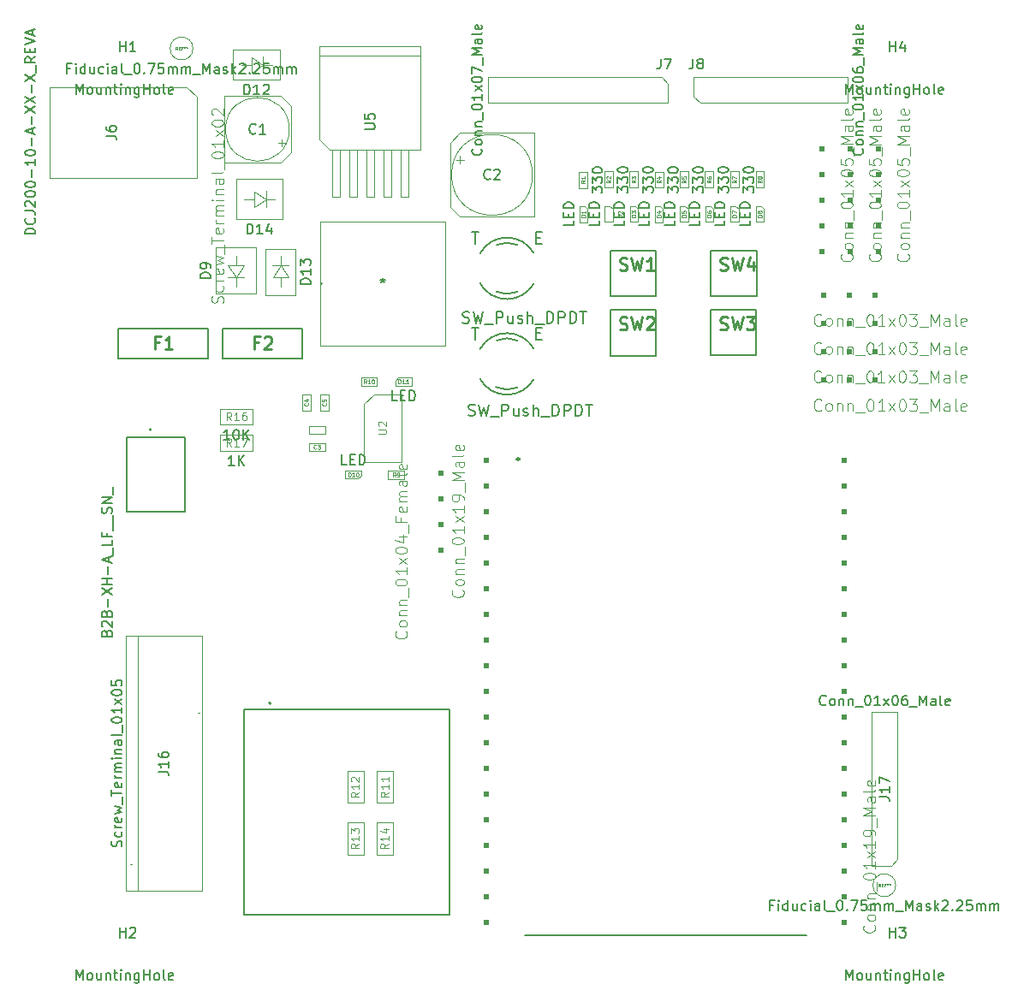
<source format=gbr>
%TF.GenerationSoftware,KiCad,Pcbnew,7.0.5*%
%TF.CreationDate,2024-05-04T18:26:23+05:30*%
%TF.ProjectId,sra_dev_board_2023,7372615f-6465-4765-9f62-6f6172645f32,rev?*%
%TF.SameCoordinates,Original*%
%TF.FileFunction,AssemblyDrawing,Top*%
%FSLAX46Y46*%
G04 Gerber Fmt 4.6, Leading zero omitted, Abs format (unit mm)*
G04 Created by KiCad (PCBNEW 7.0.5) date 2024-05-04 18:26:23*
%MOMM*%
%LPD*%
G01*
G04 APERTURE LIST*
%ADD10C,0.150000*%
%ADD11C,0.060000*%
%ADD12C,0.101600*%
%ADD13C,0.002032*%
%ADD14C,0.254000*%
%ADD15C,0.127000*%
%ADD16C,0.120000*%
%ADD17C,0.050000*%
%ADD18C,0.100000*%
%ADD19C,0.200000*%
%ADD20C,0.152400*%
%ADD21C,0.280000*%
G04 APERTURE END LIST*
D10*
%TO.C,R7*%
X133564819Y-46356963D02*
X133564819Y-45737916D01*
X133564819Y-45737916D02*
X133945771Y-46071249D01*
X133945771Y-46071249D02*
X133945771Y-45928392D01*
X133945771Y-45928392D02*
X133993390Y-45833154D01*
X133993390Y-45833154D02*
X134041009Y-45785535D01*
X134041009Y-45785535D02*
X134136247Y-45737916D01*
X134136247Y-45737916D02*
X134374342Y-45737916D01*
X134374342Y-45737916D02*
X134469580Y-45785535D01*
X134469580Y-45785535D02*
X134517200Y-45833154D01*
X134517200Y-45833154D02*
X134564819Y-45928392D01*
X134564819Y-45928392D02*
X134564819Y-46214106D01*
X134564819Y-46214106D02*
X134517200Y-46309344D01*
X134517200Y-46309344D02*
X134469580Y-46356963D01*
X133564819Y-45404582D02*
X133564819Y-44785535D01*
X133564819Y-44785535D02*
X133945771Y-45118868D01*
X133945771Y-45118868D02*
X133945771Y-44976011D01*
X133945771Y-44976011D02*
X133993390Y-44880773D01*
X133993390Y-44880773D02*
X134041009Y-44833154D01*
X134041009Y-44833154D02*
X134136247Y-44785535D01*
X134136247Y-44785535D02*
X134374342Y-44785535D01*
X134374342Y-44785535D02*
X134469580Y-44833154D01*
X134469580Y-44833154D02*
X134517200Y-44880773D01*
X134517200Y-44880773D02*
X134564819Y-44976011D01*
X134564819Y-44976011D02*
X134564819Y-45261725D01*
X134564819Y-45261725D02*
X134517200Y-45356963D01*
X134517200Y-45356963D02*
X134469580Y-45404582D01*
X133564819Y-44166487D02*
X133564819Y-44071249D01*
X133564819Y-44071249D02*
X133612438Y-43976011D01*
X133612438Y-43976011D02*
X133660057Y-43928392D01*
X133660057Y-43928392D02*
X133755295Y-43880773D01*
X133755295Y-43880773D02*
X133945771Y-43833154D01*
X133945771Y-43833154D02*
X134183866Y-43833154D01*
X134183866Y-43833154D02*
X134374342Y-43880773D01*
X134374342Y-43880773D02*
X134469580Y-43928392D01*
X134469580Y-43928392D02*
X134517200Y-43976011D01*
X134517200Y-43976011D02*
X134564819Y-44071249D01*
X134564819Y-44071249D02*
X134564819Y-44166487D01*
X134564819Y-44166487D02*
X134517200Y-44261725D01*
X134517200Y-44261725D02*
X134469580Y-44309344D01*
X134469580Y-44309344D02*
X134374342Y-44356963D01*
X134374342Y-44356963D02*
X134183866Y-44404582D01*
X134183866Y-44404582D02*
X133945771Y-44404582D01*
X133945771Y-44404582D02*
X133755295Y-44356963D01*
X133755295Y-44356963D02*
X133660057Y-44309344D01*
X133660057Y-44309344D02*
X133612438Y-44261725D01*
X133612438Y-44261725D02*
X133564819Y-44166487D01*
D11*
X132861927Y-45137916D02*
X132671451Y-45271249D01*
X132861927Y-45366487D02*
X132461927Y-45366487D01*
X132461927Y-45366487D02*
X132461927Y-45214106D01*
X132461927Y-45214106D02*
X132480975Y-45176011D01*
X132480975Y-45176011D02*
X132500022Y-45156964D01*
X132500022Y-45156964D02*
X132538118Y-45137916D01*
X132538118Y-45137916D02*
X132595260Y-45137916D01*
X132595260Y-45137916D02*
X132633356Y-45156964D01*
X132633356Y-45156964D02*
X132652403Y-45176011D01*
X132652403Y-45176011D02*
X132671451Y-45214106D01*
X132671451Y-45214106D02*
X132671451Y-45366487D01*
X132461927Y-45004583D02*
X132461927Y-44737916D01*
X132461927Y-44737916D02*
X132861927Y-44909345D01*
D12*
%TO.C,J10*%
X141262689Y-59425449D02*
X141207051Y-59481088D01*
X141207051Y-59481088D02*
X141040137Y-59536726D01*
X141040137Y-59536726D02*
X140928861Y-59536726D01*
X140928861Y-59536726D02*
X140761946Y-59481088D01*
X140761946Y-59481088D02*
X140650670Y-59369811D01*
X140650670Y-59369811D02*
X140595032Y-59258535D01*
X140595032Y-59258535D02*
X140539394Y-59035983D01*
X140539394Y-59035983D02*
X140539394Y-58869068D01*
X140539394Y-58869068D02*
X140595032Y-58646516D01*
X140595032Y-58646516D02*
X140650670Y-58535240D01*
X140650670Y-58535240D02*
X140761946Y-58423964D01*
X140761946Y-58423964D02*
X140928861Y-58368326D01*
X140928861Y-58368326D02*
X141040137Y-58368326D01*
X141040137Y-58368326D02*
X141207051Y-58423964D01*
X141207051Y-58423964D02*
X141262689Y-58479602D01*
X141930346Y-59536726D02*
X141819070Y-59481088D01*
X141819070Y-59481088D02*
X141763432Y-59425449D01*
X141763432Y-59425449D02*
X141707794Y-59314173D01*
X141707794Y-59314173D02*
X141707794Y-58980345D01*
X141707794Y-58980345D02*
X141763432Y-58869068D01*
X141763432Y-58869068D02*
X141819070Y-58813430D01*
X141819070Y-58813430D02*
X141930346Y-58757792D01*
X141930346Y-58757792D02*
X142097261Y-58757792D01*
X142097261Y-58757792D02*
X142208537Y-58813430D01*
X142208537Y-58813430D02*
X142264175Y-58869068D01*
X142264175Y-58869068D02*
X142319813Y-58980345D01*
X142319813Y-58980345D02*
X142319813Y-59314173D01*
X142319813Y-59314173D02*
X142264175Y-59425449D01*
X142264175Y-59425449D02*
X142208537Y-59481088D01*
X142208537Y-59481088D02*
X142097261Y-59536726D01*
X142097261Y-59536726D02*
X141930346Y-59536726D01*
X142820556Y-58757792D02*
X142820556Y-59536726D01*
X142820556Y-58869068D02*
X142876194Y-58813430D01*
X142876194Y-58813430D02*
X142987470Y-58757792D01*
X142987470Y-58757792D02*
X143154385Y-58757792D01*
X143154385Y-58757792D02*
X143265661Y-58813430D01*
X143265661Y-58813430D02*
X143321299Y-58924707D01*
X143321299Y-58924707D02*
X143321299Y-59536726D01*
X143877680Y-58757792D02*
X143877680Y-59536726D01*
X143877680Y-58869068D02*
X143933318Y-58813430D01*
X143933318Y-58813430D02*
X144044594Y-58757792D01*
X144044594Y-58757792D02*
X144211509Y-58757792D01*
X144211509Y-58757792D02*
X144322785Y-58813430D01*
X144322785Y-58813430D02*
X144378423Y-58924707D01*
X144378423Y-58924707D02*
X144378423Y-59536726D01*
X144656614Y-59648002D02*
X145546823Y-59648002D01*
X146047566Y-58368326D02*
X146158843Y-58368326D01*
X146158843Y-58368326D02*
X146270119Y-58423964D01*
X146270119Y-58423964D02*
X146325757Y-58479602D01*
X146325757Y-58479602D02*
X146381395Y-58590878D01*
X146381395Y-58590878D02*
X146437033Y-58813430D01*
X146437033Y-58813430D02*
X146437033Y-59091621D01*
X146437033Y-59091621D02*
X146381395Y-59314173D01*
X146381395Y-59314173D02*
X146325757Y-59425449D01*
X146325757Y-59425449D02*
X146270119Y-59481088D01*
X146270119Y-59481088D02*
X146158843Y-59536726D01*
X146158843Y-59536726D02*
X146047566Y-59536726D01*
X146047566Y-59536726D02*
X145936290Y-59481088D01*
X145936290Y-59481088D02*
X145880652Y-59425449D01*
X145880652Y-59425449D02*
X145825014Y-59314173D01*
X145825014Y-59314173D02*
X145769376Y-59091621D01*
X145769376Y-59091621D02*
X145769376Y-58813430D01*
X145769376Y-58813430D02*
X145825014Y-58590878D01*
X145825014Y-58590878D02*
X145880652Y-58479602D01*
X145880652Y-58479602D02*
X145936290Y-58423964D01*
X145936290Y-58423964D02*
X146047566Y-58368326D01*
X147549795Y-59536726D02*
X146882138Y-59536726D01*
X147215966Y-59536726D02*
X147215966Y-58368326D01*
X147215966Y-58368326D02*
X147104690Y-58535240D01*
X147104690Y-58535240D02*
X146993414Y-58646516D01*
X146993414Y-58646516D02*
X146882138Y-58702154D01*
X147939262Y-59536726D02*
X148551281Y-58757792D01*
X147939262Y-58757792D02*
X148551281Y-59536726D01*
X149218938Y-58368326D02*
X149330215Y-58368326D01*
X149330215Y-58368326D02*
X149441491Y-58423964D01*
X149441491Y-58423964D02*
X149497129Y-58479602D01*
X149497129Y-58479602D02*
X149552767Y-58590878D01*
X149552767Y-58590878D02*
X149608405Y-58813430D01*
X149608405Y-58813430D02*
X149608405Y-59091621D01*
X149608405Y-59091621D02*
X149552767Y-59314173D01*
X149552767Y-59314173D02*
X149497129Y-59425449D01*
X149497129Y-59425449D02*
X149441491Y-59481088D01*
X149441491Y-59481088D02*
X149330215Y-59536726D01*
X149330215Y-59536726D02*
X149218938Y-59536726D01*
X149218938Y-59536726D02*
X149107662Y-59481088D01*
X149107662Y-59481088D02*
X149052024Y-59425449D01*
X149052024Y-59425449D02*
X148996386Y-59314173D01*
X148996386Y-59314173D02*
X148940748Y-59091621D01*
X148940748Y-59091621D02*
X148940748Y-58813430D01*
X148940748Y-58813430D02*
X148996386Y-58590878D01*
X148996386Y-58590878D02*
X149052024Y-58479602D01*
X149052024Y-58479602D02*
X149107662Y-58423964D01*
X149107662Y-58423964D02*
X149218938Y-58368326D01*
X149997872Y-58368326D02*
X150721167Y-58368326D01*
X150721167Y-58368326D02*
X150331700Y-58813430D01*
X150331700Y-58813430D02*
X150498615Y-58813430D01*
X150498615Y-58813430D02*
X150609891Y-58869068D01*
X150609891Y-58869068D02*
X150665529Y-58924707D01*
X150665529Y-58924707D02*
X150721167Y-59035983D01*
X150721167Y-59035983D02*
X150721167Y-59314173D01*
X150721167Y-59314173D02*
X150665529Y-59425449D01*
X150665529Y-59425449D02*
X150609891Y-59481088D01*
X150609891Y-59481088D02*
X150498615Y-59536726D01*
X150498615Y-59536726D02*
X150164786Y-59536726D01*
X150164786Y-59536726D02*
X150053510Y-59481088D01*
X150053510Y-59481088D02*
X149997872Y-59425449D01*
X150943720Y-59648002D02*
X151833929Y-59648002D01*
X152112120Y-59536726D02*
X152112120Y-58368326D01*
X152112120Y-58368326D02*
X152501587Y-59202897D01*
X152501587Y-59202897D02*
X152891053Y-58368326D01*
X152891053Y-58368326D02*
X152891053Y-59536726D01*
X153948177Y-59536726D02*
X153948177Y-58924707D01*
X153948177Y-58924707D02*
X153892539Y-58813430D01*
X153892539Y-58813430D02*
X153781263Y-58757792D01*
X153781263Y-58757792D02*
X153558710Y-58757792D01*
X153558710Y-58757792D02*
X153447434Y-58813430D01*
X153948177Y-59481088D02*
X153836901Y-59536726D01*
X153836901Y-59536726D02*
X153558710Y-59536726D01*
X153558710Y-59536726D02*
X153447434Y-59481088D01*
X153447434Y-59481088D02*
X153391796Y-59369811D01*
X153391796Y-59369811D02*
X153391796Y-59258535D01*
X153391796Y-59258535D02*
X153447434Y-59147259D01*
X153447434Y-59147259D02*
X153558710Y-59091621D01*
X153558710Y-59091621D02*
X153836901Y-59091621D01*
X153836901Y-59091621D02*
X153948177Y-59035983D01*
X154671472Y-59536726D02*
X154560196Y-59481088D01*
X154560196Y-59481088D02*
X154504558Y-59369811D01*
X154504558Y-59369811D02*
X154504558Y-58368326D01*
X155561682Y-59481088D02*
X155450406Y-59536726D01*
X155450406Y-59536726D02*
X155227853Y-59536726D01*
X155227853Y-59536726D02*
X155116577Y-59481088D01*
X155116577Y-59481088D02*
X155060939Y-59369811D01*
X155060939Y-59369811D02*
X155060939Y-58924707D01*
X155060939Y-58924707D02*
X155116577Y-58813430D01*
X155116577Y-58813430D02*
X155227853Y-58757792D01*
X155227853Y-58757792D02*
X155450406Y-58757792D01*
X155450406Y-58757792D02*
X155561682Y-58813430D01*
X155561682Y-58813430D02*
X155617320Y-58924707D01*
X155617320Y-58924707D02*
X155617320Y-59035983D01*
X155617320Y-59035983D02*
X155060939Y-59147259D01*
%TO.C,T3*%
X82094088Y-57264328D02*
X82149726Y-57097414D01*
X82149726Y-57097414D02*
X82149726Y-56819223D01*
X82149726Y-56819223D02*
X82094088Y-56707947D01*
X82094088Y-56707947D02*
X82038449Y-56652309D01*
X82038449Y-56652309D02*
X81927173Y-56596671D01*
X81927173Y-56596671D02*
X81815897Y-56596671D01*
X81815897Y-56596671D02*
X81704621Y-56652309D01*
X81704621Y-56652309D02*
X81648983Y-56707947D01*
X81648983Y-56707947D02*
X81593345Y-56819223D01*
X81593345Y-56819223D02*
X81537707Y-57041776D01*
X81537707Y-57041776D02*
X81482068Y-57153052D01*
X81482068Y-57153052D02*
X81426430Y-57208690D01*
X81426430Y-57208690D02*
X81315154Y-57264328D01*
X81315154Y-57264328D02*
X81203878Y-57264328D01*
X81203878Y-57264328D02*
X81092602Y-57208690D01*
X81092602Y-57208690D02*
X81036964Y-57153052D01*
X81036964Y-57153052D02*
X80981326Y-57041776D01*
X80981326Y-57041776D02*
X80981326Y-56763585D01*
X80981326Y-56763585D02*
X81036964Y-56596671D01*
X82094088Y-55595185D02*
X82149726Y-55706461D01*
X82149726Y-55706461D02*
X82149726Y-55929014D01*
X82149726Y-55929014D02*
X82094088Y-56040290D01*
X82094088Y-56040290D02*
X82038449Y-56095928D01*
X82038449Y-56095928D02*
X81927173Y-56151566D01*
X81927173Y-56151566D02*
X81593345Y-56151566D01*
X81593345Y-56151566D02*
X81482068Y-56095928D01*
X81482068Y-56095928D02*
X81426430Y-56040290D01*
X81426430Y-56040290D02*
X81370792Y-55929014D01*
X81370792Y-55929014D02*
X81370792Y-55706461D01*
X81370792Y-55706461D02*
X81426430Y-55595185D01*
X82149726Y-55094442D02*
X81370792Y-55094442D01*
X81593345Y-55094442D02*
X81482068Y-55038804D01*
X81482068Y-55038804D02*
X81426430Y-54983166D01*
X81426430Y-54983166D02*
X81370792Y-54871890D01*
X81370792Y-54871890D02*
X81370792Y-54760613D01*
X82094088Y-53926042D02*
X82149726Y-54037318D01*
X82149726Y-54037318D02*
X82149726Y-54259871D01*
X82149726Y-54259871D02*
X82094088Y-54371147D01*
X82094088Y-54371147D02*
X81982811Y-54426785D01*
X81982811Y-54426785D02*
X81537707Y-54426785D01*
X81537707Y-54426785D02*
X81426430Y-54371147D01*
X81426430Y-54371147D02*
X81370792Y-54259871D01*
X81370792Y-54259871D02*
X81370792Y-54037318D01*
X81370792Y-54037318D02*
X81426430Y-53926042D01*
X81426430Y-53926042D02*
X81537707Y-53870404D01*
X81537707Y-53870404D02*
X81648983Y-53870404D01*
X81648983Y-53870404D02*
X81760259Y-54426785D01*
X81370792Y-53480937D02*
X82149726Y-53258385D01*
X82149726Y-53258385D02*
X81593345Y-53035832D01*
X81593345Y-53035832D02*
X82149726Y-52813280D01*
X82149726Y-52813280D02*
X81370792Y-52590728D01*
X82261002Y-52423814D02*
X82261002Y-51533604D01*
X80981326Y-51422327D02*
X80981326Y-50754670D01*
X82149726Y-51088499D02*
X80981326Y-51088499D01*
X82094088Y-49920098D02*
X82149726Y-50031374D01*
X82149726Y-50031374D02*
X82149726Y-50253927D01*
X82149726Y-50253927D02*
X82094088Y-50365203D01*
X82094088Y-50365203D02*
X81982811Y-50420841D01*
X81982811Y-50420841D02*
X81537707Y-50420841D01*
X81537707Y-50420841D02*
X81426430Y-50365203D01*
X81426430Y-50365203D02*
X81370792Y-50253927D01*
X81370792Y-50253927D02*
X81370792Y-50031374D01*
X81370792Y-50031374D02*
X81426430Y-49920098D01*
X81426430Y-49920098D02*
X81537707Y-49864460D01*
X81537707Y-49864460D02*
X81648983Y-49864460D01*
X81648983Y-49864460D02*
X81760259Y-50420841D01*
X82149726Y-49363717D02*
X81370792Y-49363717D01*
X81593345Y-49363717D02*
X81482068Y-49308079D01*
X81482068Y-49308079D02*
X81426430Y-49252441D01*
X81426430Y-49252441D02*
X81370792Y-49141165D01*
X81370792Y-49141165D02*
X81370792Y-49029888D01*
X82149726Y-48640422D02*
X81370792Y-48640422D01*
X81482068Y-48640422D02*
X81426430Y-48584784D01*
X81426430Y-48584784D02*
X81370792Y-48473508D01*
X81370792Y-48473508D02*
X81370792Y-48306593D01*
X81370792Y-48306593D02*
X81426430Y-48195317D01*
X81426430Y-48195317D02*
X81537707Y-48139679D01*
X81537707Y-48139679D02*
X82149726Y-48139679D01*
X81537707Y-48139679D02*
X81426430Y-48084041D01*
X81426430Y-48084041D02*
X81370792Y-47972765D01*
X81370792Y-47972765D02*
X81370792Y-47805851D01*
X81370792Y-47805851D02*
X81426430Y-47694574D01*
X81426430Y-47694574D02*
X81537707Y-47638936D01*
X81537707Y-47638936D02*
X82149726Y-47638936D01*
X82149726Y-47082555D02*
X81370792Y-47082555D01*
X80981326Y-47082555D02*
X81036964Y-47138193D01*
X81036964Y-47138193D02*
X81092602Y-47082555D01*
X81092602Y-47082555D02*
X81036964Y-47026917D01*
X81036964Y-47026917D02*
X80981326Y-47082555D01*
X80981326Y-47082555D02*
X81092602Y-47082555D01*
X81370792Y-46526174D02*
X82149726Y-46526174D01*
X81482068Y-46526174D02*
X81426430Y-46470536D01*
X81426430Y-46470536D02*
X81370792Y-46359260D01*
X81370792Y-46359260D02*
X81370792Y-46192345D01*
X81370792Y-46192345D02*
X81426430Y-46081069D01*
X81426430Y-46081069D02*
X81537707Y-46025431D01*
X81537707Y-46025431D02*
X82149726Y-46025431D01*
X82149726Y-44968307D02*
X81537707Y-44968307D01*
X81537707Y-44968307D02*
X81426430Y-45023945D01*
X81426430Y-45023945D02*
X81370792Y-45135221D01*
X81370792Y-45135221D02*
X81370792Y-45357774D01*
X81370792Y-45357774D02*
X81426430Y-45469050D01*
X82094088Y-44968307D02*
X82149726Y-45079583D01*
X82149726Y-45079583D02*
X82149726Y-45357774D01*
X82149726Y-45357774D02*
X82094088Y-45469050D01*
X82094088Y-45469050D02*
X81982811Y-45524688D01*
X81982811Y-45524688D02*
X81871535Y-45524688D01*
X81871535Y-45524688D02*
X81760259Y-45469050D01*
X81760259Y-45469050D02*
X81704621Y-45357774D01*
X81704621Y-45357774D02*
X81704621Y-45079583D01*
X81704621Y-45079583D02*
X81648983Y-44968307D01*
X82149726Y-44245012D02*
X82094088Y-44356288D01*
X82094088Y-44356288D02*
X81982811Y-44411926D01*
X81982811Y-44411926D02*
X80981326Y-44411926D01*
X82261002Y-44078098D02*
X82261002Y-43187888D01*
X80981326Y-42687145D02*
X80981326Y-42575868D01*
X80981326Y-42575868D02*
X81036964Y-42464592D01*
X81036964Y-42464592D02*
X81092602Y-42408954D01*
X81092602Y-42408954D02*
X81203878Y-42353316D01*
X81203878Y-42353316D02*
X81426430Y-42297678D01*
X81426430Y-42297678D02*
X81704621Y-42297678D01*
X81704621Y-42297678D02*
X81927173Y-42353316D01*
X81927173Y-42353316D02*
X82038449Y-42408954D01*
X82038449Y-42408954D02*
X82094088Y-42464592D01*
X82094088Y-42464592D02*
X82149726Y-42575868D01*
X82149726Y-42575868D02*
X82149726Y-42687145D01*
X82149726Y-42687145D02*
X82094088Y-42798421D01*
X82094088Y-42798421D02*
X82038449Y-42854059D01*
X82038449Y-42854059D02*
X81927173Y-42909697D01*
X81927173Y-42909697D02*
X81704621Y-42965335D01*
X81704621Y-42965335D02*
X81426430Y-42965335D01*
X81426430Y-42965335D02*
X81203878Y-42909697D01*
X81203878Y-42909697D02*
X81092602Y-42854059D01*
X81092602Y-42854059D02*
X81036964Y-42798421D01*
X81036964Y-42798421D02*
X80981326Y-42687145D01*
X82149726Y-41184916D02*
X82149726Y-41852573D01*
X82149726Y-41518745D02*
X80981326Y-41518745D01*
X80981326Y-41518745D02*
X81148240Y-41630021D01*
X81148240Y-41630021D02*
X81259516Y-41741297D01*
X81259516Y-41741297D02*
X81315154Y-41852573D01*
X82149726Y-40795449D02*
X81370792Y-40183430D01*
X81370792Y-40795449D02*
X82149726Y-40183430D01*
X80981326Y-39515773D02*
X80981326Y-39404496D01*
X80981326Y-39404496D02*
X81036964Y-39293220D01*
X81036964Y-39293220D02*
X81092602Y-39237582D01*
X81092602Y-39237582D02*
X81203878Y-39181944D01*
X81203878Y-39181944D02*
X81426430Y-39126306D01*
X81426430Y-39126306D02*
X81704621Y-39126306D01*
X81704621Y-39126306D02*
X81927173Y-39181944D01*
X81927173Y-39181944D02*
X82038449Y-39237582D01*
X82038449Y-39237582D02*
X82094088Y-39293220D01*
X82094088Y-39293220D02*
X82149726Y-39404496D01*
X82149726Y-39404496D02*
X82149726Y-39515773D01*
X82149726Y-39515773D02*
X82094088Y-39627049D01*
X82094088Y-39627049D02*
X82038449Y-39682687D01*
X82038449Y-39682687D02*
X81927173Y-39738325D01*
X81927173Y-39738325D02*
X81704621Y-39793963D01*
X81704621Y-39793963D02*
X81426430Y-39793963D01*
X81426430Y-39793963D02*
X81203878Y-39738325D01*
X81203878Y-39738325D02*
X81092602Y-39682687D01*
X81092602Y-39682687D02*
X81036964Y-39627049D01*
X81036964Y-39627049D02*
X80981326Y-39515773D01*
X81092602Y-38681201D02*
X81036964Y-38625563D01*
X81036964Y-38625563D02*
X80981326Y-38514287D01*
X80981326Y-38514287D02*
X80981326Y-38236096D01*
X80981326Y-38236096D02*
X81036964Y-38124820D01*
X81036964Y-38124820D02*
X81092602Y-38069182D01*
X81092602Y-38069182D02*
X81203878Y-38013544D01*
X81203878Y-38013544D02*
X81315154Y-38013544D01*
X81315154Y-38013544D02*
X81482068Y-38069182D01*
X81482068Y-38069182D02*
X82149726Y-38736839D01*
X82149726Y-38736839D02*
X82149726Y-38013544D01*
%TO.C,J5*%
X146484867Y-118846148D02*
X146540506Y-118901786D01*
X146540506Y-118901786D02*
X146596144Y-119068700D01*
X146596144Y-119068700D02*
X146596144Y-119179976D01*
X146596144Y-119179976D02*
X146540506Y-119346891D01*
X146540506Y-119346891D02*
X146429229Y-119458167D01*
X146429229Y-119458167D02*
X146317953Y-119513805D01*
X146317953Y-119513805D02*
X146095401Y-119569443D01*
X146095401Y-119569443D02*
X145928486Y-119569443D01*
X145928486Y-119569443D02*
X145705934Y-119513805D01*
X145705934Y-119513805D02*
X145594658Y-119458167D01*
X145594658Y-119458167D02*
X145483382Y-119346891D01*
X145483382Y-119346891D02*
X145427744Y-119179976D01*
X145427744Y-119179976D02*
X145427744Y-119068700D01*
X145427744Y-119068700D02*
X145483382Y-118901786D01*
X145483382Y-118901786D02*
X145539020Y-118846148D01*
X146596144Y-118178491D02*
X146540506Y-118289767D01*
X146540506Y-118289767D02*
X146484867Y-118345405D01*
X146484867Y-118345405D02*
X146373591Y-118401043D01*
X146373591Y-118401043D02*
X146039763Y-118401043D01*
X146039763Y-118401043D02*
X145928486Y-118345405D01*
X145928486Y-118345405D02*
X145872848Y-118289767D01*
X145872848Y-118289767D02*
X145817210Y-118178491D01*
X145817210Y-118178491D02*
X145817210Y-118011576D01*
X145817210Y-118011576D02*
X145872848Y-117900300D01*
X145872848Y-117900300D02*
X145928486Y-117844662D01*
X145928486Y-117844662D02*
X146039763Y-117789024D01*
X146039763Y-117789024D02*
X146373591Y-117789024D01*
X146373591Y-117789024D02*
X146484867Y-117844662D01*
X146484867Y-117844662D02*
X146540506Y-117900300D01*
X146540506Y-117900300D02*
X146596144Y-118011576D01*
X146596144Y-118011576D02*
X146596144Y-118178491D01*
X145817210Y-117288281D02*
X146596144Y-117288281D01*
X145928486Y-117288281D02*
X145872848Y-117232643D01*
X145872848Y-117232643D02*
X145817210Y-117121367D01*
X145817210Y-117121367D02*
X145817210Y-116954452D01*
X145817210Y-116954452D02*
X145872848Y-116843176D01*
X145872848Y-116843176D02*
X145984125Y-116787538D01*
X145984125Y-116787538D02*
X146596144Y-116787538D01*
X145817210Y-116231157D02*
X146596144Y-116231157D01*
X145928486Y-116231157D02*
X145872848Y-116175519D01*
X145872848Y-116175519D02*
X145817210Y-116064243D01*
X145817210Y-116064243D02*
X145817210Y-115897328D01*
X145817210Y-115897328D02*
X145872848Y-115786052D01*
X145872848Y-115786052D02*
X145984125Y-115730414D01*
X145984125Y-115730414D02*
X146596144Y-115730414D01*
X146707420Y-115452224D02*
X146707420Y-114562014D01*
X145427744Y-114061271D02*
X145427744Y-113949994D01*
X145427744Y-113949994D02*
X145483382Y-113838718D01*
X145483382Y-113838718D02*
X145539020Y-113783080D01*
X145539020Y-113783080D02*
X145650296Y-113727442D01*
X145650296Y-113727442D02*
X145872848Y-113671804D01*
X145872848Y-113671804D02*
X146151039Y-113671804D01*
X146151039Y-113671804D02*
X146373591Y-113727442D01*
X146373591Y-113727442D02*
X146484867Y-113783080D01*
X146484867Y-113783080D02*
X146540506Y-113838718D01*
X146540506Y-113838718D02*
X146596144Y-113949994D01*
X146596144Y-113949994D02*
X146596144Y-114061271D01*
X146596144Y-114061271D02*
X146540506Y-114172547D01*
X146540506Y-114172547D02*
X146484867Y-114228185D01*
X146484867Y-114228185D02*
X146373591Y-114283823D01*
X146373591Y-114283823D02*
X146151039Y-114339461D01*
X146151039Y-114339461D02*
X145872848Y-114339461D01*
X145872848Y-114339461D02*
X145650296Y-114283823D01*
X145650296Y-114283823D02*
X145539020Y-114228185D01*
X145539020Y-114228185D02*
X145483382Y-114172547D01*
X145483382Y-114172547D02*
X145427744Y-114061271D01*
X146596144Y-112559042D02*
X146596144Y-113226699D01*
X146596144Y-112892871D02*
X145427744Y-112892871D01*
X145427744Y-112892871D02*
X145594658Y-113004147D01*
X145594658Y-113004147D02*
X145705934Y-113115423D01*
X145705934Y-113115423D02*
X145761572Y-113226699D01*
X146596144Y-112169575D02*
X145817210Y-111557556D01*
X145817210Y-112169575D02*
X146596144Y-111557556D01*
X146596144Y-110500432D02*
X146596144Y-111168089D01*
X146596144Y-110834261D02*
X145427744Y-110834261D01*
X145427744Y-110834261D02*
X145594658Y-110945537D01*
X145594658Y-110945537D02*
X145705934Y-111056813D01*
X145705934Y-111056813D02*
X145761572Y-111168089D01*
X146596144Y-109944051D02*
X146596144Y-109721499D01*
X146596144Y-109721499D02*
X146540506Y-109610222D01*
X146540506Y-109610222D02*
X146484867Y-109554584D01*
X146484867Y-109554584D02*
X146317953Y-109443308D01*
X146317953Y-109443308D02*
X146095401Y-109387670D01*
X146095401Y-109387670D02*
X145650296Y-109387670D01*
X145650296Y-109387670D02*
X145539020Y-109443308D01*
X145539020Y-109443308D02*
X145483382Y-109498946D01*
X145483382Y-109498946D02*
X145427744Y-109610222D01*
X145427744Y-109610222D02*
X145427744Y-109832775D01*
X145427744Y-109832775D02*
X145483382Y-109944051D01*
X145483382Y-109944051D02*
X145539020Y-109999689D01*
X145539020Y-109999689D02*
X145650296Y-110055327D01*
X145650296Y-110055327D02*
X145928486Y-110055327D01*
X145928486Y-110055327D02*
X146039763Y-109999689D01*
X146039763Y-109999689D02*
X146095401Y-109944051D01*
X146095401Y-109944051D02*
X146151039Y-109832775D01*
X146151039Y-109832775D02*
X146151039Y-109610222D01*
X146151039Y-109610222D02*
X146095401Y-109498946D01*
X146095401Y-109498946D02*
X146039763Y-109443308D01*
X146039763Y-109443308D02*
X145928486Y-109387670D01*
X146707420Y-109165118D02*
X146707420Y-108274908D01*
X146596144Y-107996717D02*
X145427744Y-107996717D01*
X145427744Y-107996717D02*
X146262315Y-107607250D01*
X146262315Y-107607250D02*
X145427744Y-107217784D01*
X145427744Y-107217784D02*
X146596144Y-107217784D01*
X146596144Y-106160660D02*
X145984125Y-106160660D01*
X145984125Y-106160660D02*
X145872848Y-106216298D01*
X145872848Y-106216298D02*
X145817210Y-106327574D01*
X145817210Y-106327574D02*
X145817210Y-106550127D01*
X145817210Y-106550127D02*
X145872848Y-106661403D01*
X146540506Y-106160660D02*
X146596144Y-106271936D01*
X146596144Y-106271936D02*
X146596144Y-106550127D01*
X146596144Y-106550127D02*
X146540506Y-106661403D01*
X146540506Y-106661403D02*
X146429229Y-106717041D01*
X146429229Y-106717041D02*
X146317953Y-106717041D01*
X146317953Y-106717041D02*
X146206677Y-106661403D01*
X146206677Y-106661403D02*
X146151039Y-106550127D01*
X146151039Y-106550127D02*
X146151039Y-106271936D01*
X146151039Y-106271936D02*
X146095401Y-106160660D01*
X146596144Y-105437365D02*
X146540506Y-105548641D01*
X146540506Y-105548641D02*
X146429229Y-105604279D01*
X146429229Y-105604279D02*
X145427744Y-105604279D01*
X146540506Y-104547155D02*
X146596144Y-104658431D01*
X146596144Y-104658431D02*
X146596144Y-104880984D01*
X146596144Y-104880984D02*
X146540506Y-104992260D01*
X146540506Y-104992260D02*
X146429229Y-105047898D01*
X146429229Y-105047898D02*
X145984125Y-105047898D01*
X145984125Y-105047898D02*
X145872848Y-104992260D01*
X145872848Y-104992260D02*
X145817210Y-104880984D01*
X145817210Y-104880984D02*
X145817210Y-104658431D01*
X145817210Y-104658431D02*
X145872848Y-104547155D01*
X145872848Y-104547155D02*
X145984125Y-104491517D01*
X145984125Y-104491517D02*
X146095401Y-104491517D01*
X146095401Y-104491517D02*
X146206677Y-105047898D01*
D10*
%TO.C,J14*%
X70591009Y-89928571D02*
X70638628Y-89785714D01*
X70638628Y-89785714D02*
X70686247Y-89738095D01*
X70686247Y-89738095D02*
X70781485Y-89690476D01*
X70781485Y-89690476D02*
X70924342Y-89690476D01*
X70924342Y-89690476D02*
X71019580Y-89738095D01*
X71019580Y-89738095D02*
X71067200Y-89785714D01*
X71067200Y-89785714D02*
X71114819Y-89880952D01*
X71114819Y-89880952D02*
X71114819Y-90261904D01*
X71114819Y-90261904D02*
X70114819Y-90261904D01*
X70114819Y-90261904D02*
X70114819Y-89928571D01*
X70114819Y-89928571D02*
X70162438Y-89833333D01*
X70162438Y-89833333D02*
X70210057Y-89785714D01*
X70210057Y-89785714D02*
X70305295Y-89738095D01*
X70305295Y-89738095D02*
X70400533Y-89738095D01*
X70400533Y-89738095D02*
X70495771Y-89785714D01*
X70495771Y-89785714D02*
X70543390Y-89833333D01*
X70543390Y-89833333D02*
X70591009Y-89928571D01*
X70591009Y-89928571D02*
X70591009Y-90261904D01*
X70210057Y-89309523D02*
X70162438Y-89261904D01*
X70162438Y-89261904D02*
X70114819Y-89166666D01*
X70114819Y-89166666D02*
X70114819Y-88928571D01*
X70114819Y-88928571D02*
X70162438Y-88833333D01*
X70162438Y-88833333D02*
X70210057Y-88785714D01*
X70210057Y-88785714D02*
X70305295Y-88738095D01*
X70305295Y-88738095D02*
X70400533Y-88738095D01*
X70400533Y-88738095D02*
X70543390Y-88785714D01*
X70543390Y-88785714D02*
X71114819Y-89357142D01*
X71114819Y-89357142D02*
X71114819Y-88738095D01*
X70591009Y-87976190D02*
X70638628Y-87833333D01*
X70638628Y-87833333D02*
X70686247Y-87785714D01*
X70686247Y-87785714D02*
X70781485Y-87738095D01*
X70781485Y-87738095D02*
X70924342Y-87738095D01*
X70924342Y-87738095D02*
X71019580Y-87785714D01*
X71019580Y-87785714D02*
X71067200Y-87833333D01*
X71067200Y-87833333D02*
X71114819Y-87928571D01*
X71114819Y-87928571D02*
X71114819Y-88309523D01*
X71114819Y-88309523D02*
X70114819Y-88309523D01*
X70114819Y-88309523D02*
X70114819Y-87976190D01*
X70114819Y-87976190D02*
X70162438Y-87880952D01*
X70162438Y-87880952D02*
X70210057Y-87833333D01*
X70210057Y-87833333D02*
X70305295Y-87785714D01*
X70305295Y-87785714D02*
X70400533Y-87785714D01*
X70400533Y-87785714D02*
X70495771Y-87833333D01*
X70495771Y-87833333D02*
X70543390Y-87880952D01*
X70543390Y-87880952D02*
X70591009Y-87976190D01*
X70591009Y-87976190D02*
X70591009Y-88309523D01*
X70733866Y-87309523D02*
X70733866Y-86547619D01*
X70114819Y-86166666D02*
X71114819Y-85500000D01*
X70114819Y-85500000D02*
X71114819Y-86166666D01*
X71114819Y-85119047D02*
X70114819Y-85119047D01*
X70591009Y-85119047D02*
X70591009Y-84547619D01*
X71114819Y-84547619D02*
X70114819Y-84547619D01*
X70733866Y-84071428D02*
X70733866Y-83309524D01*
X70829104Y-82880952D02*
X70829104Y-82404762D01*
X71114819Y-82976190D02*
X70114819Y-82642857D01*
X70114819Y-82642857D02*
X71114819Y-82309524D01*
X71210057Y-82214286D02*
X71210057Y-81452381D01*
X71114819Y-80738095D02*
X71114819Y-81214285D01*
X71114819Y-81214285D02*
X70114819Y-81214285D01*
X70591009Y-80071428D02*
X70591009Y-80404761D01*
X71114819Y-80404761D02*
X70114819Y-80404761D01*
X70114819Y-80404761D02*
X70114819Y-79928571D01*
X71210057Y-79785714D02*
X71210057Y-79023809D01*
X71210057Y-79023809D02*
X71210057Y-78261904D01*
X71067200Y-78071427D02*
X71114819Y-77928570D01*
X71114819Y-77928570D02*
X71114819Y-77690475D01*
X71114819Y-77690475D02*
X71067200Y-77595237D01*
X71067200Y-77595237D02*
X71019580Y-77547618D01*
X71019580Y-77547618D02*
X70924342Y-77499999D01*
X70924342Y-77499999D02*
X70829104Y-77499999D01*
X70829104Y-77499999D02*
X70733866Y-77547618D01*
X70733866Y-77547618D02*
X70686247Y-77595237D01*
X70686247Y-77595237D02*
X70638628Y-77690475D01*
X70638628Y-77690475D02*
X70591009Y-77880951D01*
X70591009Y-77880951D02*
X70543390Y-77976189D01*
X70543390Y-77976189D02*
X70495771Y-78023808D01*
X70495771Y-78023808D02*
X70400533Y-78071427D01*
X70400533Y-78071427D02*
X70305295Y-78071427D01*
X70305295Y-78071427D02*
X70210057Y-78023808D01*
X70210057Y-78023808D02*
X70162438Y-77976189D01*
X70162438Y-77976189D02*
X70114819Y-77880951D01*
X70114819Y-77880951D02*
X70114819Y-77642856D01*
X70114819Y-77642856D02*
X70162438Y-77499999D01*
X71114819Y-77071427D02*
X70114819Y-77071427D01*
X70114819Y-77071427D02*
X71114819Y-76499999D01*
X71114819Y-76499999D02*
X70114819Y-76499999D01*
X71210057Y-76261904D02*
X71210057Y-75499999D01*
%TO.C,J16*%
X72047200Y-111058095D02*
X72094819Y-110915238D01*
X72094819Y-110915238D02*
X72094819Y-110677143D01*
X72094819Y-110677143D02*
X72047200Y-110581905D01*
X72047200Y-110581905D02*
X71999580Y-110534286D01*
X71999580Y-110534286D02*
X71904342Y-110486667D01*
X71904342Y-110486667D02*
X71809104Y-110486667D01*
X71809104Y-110486667D02*
X71713866Y-110534286D01*
X71713866Y-110534286D02*
X71666247Y-110581905D01*
X71666247Y-110581905D02*
X71618628Y-110677143D01*
X71618628Y-110677143D02*
X71571009Y-110867619D01*
X71571009Y-110867619D02*
X71523390Y-110962857D01*
X71523390Y-110962857D02*
X71475771Y-111010476D01*
X71475771Y-111010476D02*
X71380533Y-111058095D01*
X71380533Y-111058095D02*
X71285295Y-111058095D01*
X71285295Y-111058095D02*
X71190057Y-111010476D01*
X71190057Y-111010476D02*
X71142438Y-110962857D01*
X71142438Y-110962857D02*
X71094819Y-110867619D01*
X71094819Y-110867619D02*
X71094819Y-110629524D01*
X71094819Y-110629524D02*
X71142438Y-110486667D01*
X72047200Y-109629524D02*
X72094819Y-109724762D01*
X72094819Y-109724762D02*
X72094819Y-109915238D01*
X72094819Y-109915238D02*
X72047200Y-110010476D01*
X72047200Y-110010476D02*
X71999580Y-110058095D01*
X71999580Y-110058095D02*
X71904342Y-110105714D01*
X71904342Y-110105714D02*
X71618628Y-110105714D01*
X71618628Y-110105714D02*
X71523390Y-110058095D01*
X71523390Y-110058095D02*
X71475771Y-110010476D01*
X71475771Y-110010476D02*
X71428152Y-109915238D01*
X71428152Y-109915238D02*
X71428152Y-109724762D01*
X71428152Y-109724762D02*
X71475771Y-109629524D01*
X72094819Y-109200952D02*
X71428152Y-109200952D01*
X71618628Y-109200952D02*
X71523390Y-109153333D01*
X71523390Y-109153333D02*
X71475771Y-109105714D01*
X71475771Y-109105714D02*
X71428152Y-109010476D01*
X71428152Y-109010476D02*
X71428152Y-108915238D01*
X72047200Y-108200952D02*
X72094819Y-108296190D01*
X72094819Y-108296190D02*
X72094819Y-108486666D01*
X72094819Y-108486666D02*
X72047200Y-108581904D01*
X72047200Y-108581904D02*
X71951961Y-108629523D01*
X71951961Y-108629523D02*
X71571009Y-108629523D01*
X71571009Y-108629523D02*
X71475771Y-108581904D01*
X71475771Y-108581904D02*
X71428152Y-108486666D01*
X71428152Y-108486666D02*
X71428152Y-108296190D01*
X71428152Y-108296190D02*
X71475771Y-108200952D01*
X71475771Y-108200952D02*
X71571009Y-108153333D01*
X71571009Y-108153333D02*
X71666247Y-108153333D01*
X71666247Y-108153333D02*
X71761485Y-108629523D01*
X71428152Y-107819999D02*
X72094819Y-107629523D01*
X72094819Y-107629523D02*
X71618628Y-107439047D01*
X71618628Y-107439047D02*
X72094819Y-107248571D01*
X72094819Y-107248571D02*
X71428152Y-107058095D01*
X72190057Y-106915238D02*
X72190057Y-106153333D01*
X71094819Y-106058094D02*
X71094819Y-105486666D01*
X72094819Y-105772380D02*
X71094819Y-105772380D01*
X72047200Y-104772380D02*
X72094819Y-104867618D01*
X72094819Y-104867618D02*
X72094819Y-105058094D01*
X72094819Y-105058094D02*
X72047200Y-105153332D01*
X72047200Y-105153332D02*
X71951961Y-105200951D01*
X71951961Y-105200951D02*
X71571009Y-105200951D01*
X71571009Y-105200951D02*
X71475771Y-105153332D01*
X71475771Y-105153332D02*
X71428152Y-105058094D01*
X71428152Y-105058094D02*
X71428152Y-104867618D01*
X71428152Y-104867618D02*
X71475771Y-104772380D01*
X71475771Y-104772380D02*
X71571009Y-104724761D01*
X71571009Y-104724761D02*
X71666247Y-104724761D01*
X71666247Y-104724761D02*
X71761485Y-105200951D01*
X72094819Y-104296189D02*
X71428152Y-104296189D01*
X71618628Y-104296189D02*
X71523390Y-104248570D01*
X71523390Y-104248570D02*
X71475771Y-104200951D01*
X71475771Y-104200951D02*
X71428152Y-104105713D01*
X71428152Y-104105713D02*
X71428152Y-104010475D01*
X72094819Y-103677141D02*
X71428152Y-103677141D01*
X71523390Y-103677141D02*
X71475771Y-103629522D01*
X71475771Y-103629522D02*
X71428152Y-103534284D01*
X71428152Y-103534284D02*
X71428152Y-103391427D01*
X71428152Y-103391427D02*
X71475771Y-103296189D01*
X71475771Y-103296189D02*
X71571009Y-103248570D01*
X71571009Y-103248570D02*
X72094819Y-103248570D01*
X71571009Y-103248570D02*
X71475771Y-103200951D01*
X71475771Y-103200951D02*
X71428152Y-103105713D01*
X71428152Y-103105713D02*
X71428152Y-102962856D01*
X71428152Y-102962856D02*
X71475771Y-102867617D01*
X71475771Y-102867617D02*
X71571009Y-102819998D01*
X71571009Y-102819998D02*
X72094819Y-102819998D01*
X72094819Y-102343808D02*
X71428152Y-102343808D01*
X71094819Y-102343808D02*
X71142438Y-102391427D01*
X71142438Y-102391427D02*
X71190057Y-102343808D01*
X71190057Y-102343808D02*
X71142438Y-102296189D01*
X71142438Y-102296189D02*
X71094819Y-102343808D01*
X71094819Y-102343808D02*
X71190057Y-102343808D01*
X71428152Y-101867618D02*
X72094819Y-101867618D01*
X71523390Y-101867618D02*
X71475771Y-101819999D01*
X71475771Y-101819999D02*
X71428152Y-101724761D01*
X71428152Y-101724761D02*
X71428152Y-101581904D01*
X71428152Y-101581904D02*
X71475771Y-101486666D01*
X71475771Y-101486666D02*
X71571009Y-101439047D01*
X71571009Y-101439047D02*
X72094819Y-101439047D01*
X72094819Y-100534285D02*
X71571009Y-100534285D01*
X71571009Y-100534285D02*
X71475771Y-100581904D01*
X71475771Y-100581904D02*
X71428152Y-100677142D01*
X71428152Y-100677142D02*
X71428152Y-100867618D01*
X71428152Y-100867618D02*
X71475771Y-100962856D01*
X72047200Y-100534285D02*
X72094819Y-100629523D01*
X72094819Y-100629523D02*
X72094819Y-100867618D01*
X72094819Y-100867618D02*
X72047200Y-100962856D01*
X72047200Y-100962856D02*
X71951961Y-101010475D01*
X71951961Y-101010475D02*
X71856723Y-101010475D01*
X71856723Y-101010475D02*
X71761485Y-100962856D01*
X71761485Y-100962856D02*
X71713866Y-100867618D01*
X71713866Y-100867618D02*
X71713866Y-100629523D01*
X71713866Y-100629523D02*
X71666247Y-100534285D01*
X72094819Y-99915237D02*
X72047200Y-100010475D01*
X72047200Y-100010475D02*
X71951961Y-100058094D01*
X71951961Y-100058094D02*
X71094819Y-100058094D01*
X72190057Y-99772380D02*
X72190057Y-99010475D01*
X71094819Y-98581903D02*
X71094819Y-98486665D01*
X71094819Y-98486665D02*
X71142438Y-98391427D01*
X71142438Y-98391427D02*
X71190057Y-98343808D01*
X71190057Y-98343808D02*
X71285295Y-98296189D01*
X71285295Y-98296189D02*
X71475771Y-98248570D01*
X71475771Y-98248570D02*
X71713866Y-98248570D01*
X71713866Y-98248570D02*
X71904342Y-98296189D01*
X71904342Y-98296189D02*
X71999580Y-98343808D01*
X71999580Y-98343808D02*
X72047200Y-98391427D01*
X72047200Y-98391427D02*
X72094819Y-98486665D01*
X72094819Y-98486665D02*
X72094819Y-98581903D01*
X72094819Y-98581903D02*
X72047200Y-98677141D01*
X72047200Y-98677141D02*
X71999580Y-98724760D01*
X71999580Y-98724760D02*
X71904342Y-98772379D01*
X71904342Y-98772379D02*
X71713866Y-98819998D01*
X71713866Y-98819998D02*
X71475771Y-98819998D01*
X71475771Y-98819998D02*
X71285295Y-98772379D01*
X71285295Y-98772379D02*
X71190057Y-98724760D01*
X71190057Y-98724760D02*
X71142438Y-98677141D01*
X71142438Y-98677141D02*
X71094819Y-98581903D01*
X72094819Y-97296189D02*
X72094819Y-97867617D01*
X72094819Y-97581903D02*
X71094819Y-97581903D01*
X71094819Y-97581903D02*
X71237676Y-97677141D01*
X71237676Y-97677141D02*
X71332914Y-97772379D01*
X71332914Y-97772379D02*
X71380533Y-97867617D01*
X72094819Y-96962855D02*
X71428152Y-96439046D01*
X71428152Y-96962855D02*
X72094819Y-96439046D01*
X71094819Y-95867617D02*
X71094819Y-95772379D01*
X71094819Y-95772379D02*
X71142438Y-95677141D01*
X71142438Y-95677141D02*
X71190057Y-95629522D01*
X71190057Y-95629522D02*
X71285295Y-95581903D01*
X71285295Y-95581903D02*
X71475771Y-95534284D01*
X71475771Y-95534284D02*
X71713866Y-95534284D01*
X71713866Y-95534284D02*
X71904342Y-95581903D01*
X71904342Y-95581903D02*
X71999580Y-95629522D01*
X71999580Y-95629522D02*
X72047200Y-95677141D01*
X72047200Y-95677141D02*
X72094819Y-95772379D01*
X72094819Y-95772379D02*
X72094819Y-95867617D01*
X72094819Y-95867617D02*
X72047200Y-95962855D01*
X72047200Y-95962855D02*
X71999580Y-96010474D01*
X71999580Y-96010474D02*
X71904342Y-96058093D01*
X71904342Y-96058093D02*
X71713866Y-96105712D01*
X71713866Y-96105712D02*
X71475771Y-96105712D01*
X71475771Y-96105712D02*
X71285295Y-96058093D01*
X71285295Y-96058093D02*
X71190057Y-96010474D01*
X71190057Y-96010474D02*
X71142438Y-95962855D01*
X71142438Y-95962855D02*
X71094819Y-95867617D01*
X71094819Y-94629522D02*
X71094819Y-95105712D01*
X71094819Y-95105712D02*
X71571009Y-95153331D01*
X71571009Y-95153331D02*
X71523390Y-95105712D01*
X71523390Y-95105712D02*
X71475771Y-95010474D01*
X71475771Y-95010474D02*
X71475771Y-94772379D01*
X71475771Y-94772379D02*
X71523390Y-94677141D01*
X71523390Y-94677141D02*
X71571009Y-94629522D01*
X71571009Y-94629522D02*
X71666247Y-94581903D01*
X71666247Y-94581903D02*
X71904342Y-94581903D01*
X71904342Y-94581903D02*
X71999580Y-94629522D01*
X71999580Y-94629522D02*
X72047200Y-94677141D01*
X72047200Y-94677141D02*
X72094819Y-94772379D01*
X72094819Y-94772379D02*
X72094819Y-95010474D01*
X72094819Y-95010474D02*
X72047200Y-95105712D01*
X72047200Y-95105712D02*
X71999580Y-95153331D01*
X75694819Y-103639523D02*
X76409104Y-103639523D01*
X76409104Y-103639523D02*
X76551961Y-103687142D01*
X76551961Y-103687142D02*
X76647200Y-103782380D01*
X76647200Y-103782380D02*
X76694819Y-103925237D01*
X76694819Y-103925237D02*
X76694819Y-104020475D01*
X76694819Y-102639523D02*
X76694819Y-103210951D01*
X76694819Y-102925237D02*
X75694819Y-102925237D01*
X75694819Y-102925237D02*
X75837676Y-103020475D01*
X75837676Y-103020475D02*
X75932914Y-103115713D01*
X75932914Y-103115713D02*
X75980533Y-103210951D01*
X75694819Y-101782380D02*
X75694819Y-101972856D01*
X75694819Y-101972856D02*
X75742438Y-102068094D01*
X75742438Y-102068094D02*
X75790057Y-102115713D01*
X75790057Y-102115713D02*
X75932914Y-102210951D01*
X75932914Y-102210951D02*
X76123390Y-102258570D01*
X76123390Y-102258570D02*
X76504342Y-102258570D01*
X76504342Y-102258570D02*
X76599580Y-102210951D01*
X76599580Y-102210951D02*
X76647200Y-102163332D01*
X76647200Y-102163332D02*
X76694819Y-102068094D01*
X76694819Y-102068094D02*
X76694819Y-101877618D01*
X76694819Y-101877618D02*
X76647200Y-101782380D01*
X76647200Y-101782380D02*
X76599580Y-101734761D01*
X76599580Y-101734761D02*
X76504342Y-101687142D01*
X76504342Y-101687142D02*
X76266247Y-101687142D01*
X76266247Y-101687142D02*
X76171009Y-101734761D01*
X76171009Y-101734761D02*
X76123390Y-101782380D01*
X76123390Y-101782380D02*
X76075771Y-101877618D01*
X76075771Y-101877618D02*
X76075771Y-102068094D01*
X76075771Y-102068094D02*
X76123390Y-102163332D01*
X76123390Y-102163332D02*
X76171009Y-102210951D01*
X76171009Y-102210951D02*
X76266247Y-102258570D01*
%TO.C,J17*%
X141716665Y-97007307D02*
X141669046Y-97054927D01*
X141669046Y-97054927D02*
X141526189Y-97102546D01*
X141526189Y-97102546D02*
X141430951Y-97102546D01*
X141430951Y-97102546D02*
X141288094Y-97054927D01*
X141288094Y-97054927D02*
X141192856Y-96959688D01*
X141192856Y-96959688D02*
X141145237Y-96864450D01*
X141145237Y-96864450D02*
X141097618Y-96673974D01*
X141097618Y-96673974D02*
X141097618Y-96531117D01*
X141097618Y-96531117D02*
X141145237Y-96340641D01*
X141145237Y-96340641D02*
X141192856Y-96245403D01*
X141192856Y-96245403D02*
X141288094Y-96150165D01*
X141288094Y-96150165D02*
X141430951Y-96102546D01*
X141430951Y-96102546D02*
X141526189Y-96102546D01*
X141526189Y-96102546D02*
X141669046Y-96150165D01*
X141669046Y-96150165D02*
X141716665Y-96197784D01*
X142288094Y-97102546D02*
X142192856Y-97054927D01*
X142192856Y-97054927D02*
X142145237Y-97007307D01*
X142145237Y-97007307D02*
X142097618Y-96912069D01*
X142097618Y-96912069D02*
X142097618Y-96626355D01*
X142097618Y-96626355D02*
X142145237Y-96531117D01*
X142145237Y-96531117D02*
X142192856Y-96483498D01*
X142192856Y-96483498D02*
X142288094Y-96435879D01*
X142288094Y-96435879D02*
X142430951Y-96435879D01*
X142430951Y-96435879D02*
X142526189Y-96483498D01*
X142526189Y-96483498D02*
X142573808Y-96531117D01*
X142573808Y-96531117D02*
X142621427Y-96626355D01*
X142621427Y-96626355D02*
X142621427Y-96912069D01*
X142621427Y-96912069D02*
X142573808Y-97007307D01*
X142573808Y-97007307D02*
X142526189Y-97054927D01*
X142526189Y-97054927D02*
X142430951Y-97102546D01*
X142430951Y-97102546D02*
X142288094Y-97102546D01*
X143049999Y-96435879D02*
X143049999Y-97102546D01*
X143049999Y-96531117D02*
X143097618Y-96483498D01*
X143097618Y-96483498D02*
X143192856Y-96435879D01*
X143192856Y-96435879D02*
X143335713Y-96435879D01*
X143335713Y-96435879D02*
X143430951Y-96483498D01*
X143430951Y-96483498D02*
X143478570Y-96578736D01*
X143478570Y-96578736D02*
X143478570Y-97102546D01*
X143954761Y-96435879D02*
X143954761Y-97102546D01*
X143954761Y-96531117D02*
X144002380Y-96483498D01*
X144002380Y-96483498D02*
X144097618Y-96435879D01*
X144097618Y-96435879D02*
X144240475Y-96435879D01*
X144240475Y-96435879D02*
X144335713Y-96483498D01*
X144335713Y-96483498D02*
X144383332Y-96578736D01*
X144383332Y-96578736D02*
X144383332Y-97102546D01*
X144621428Y-97197784D02*
X145383332Y-97197784D01*
X145811904Y-96102546D02*
X145907142Y-96102546D01*
X145907142Y-96102546D02*
X146002380Y-96150165D01*
X146002380Y-96150165D02*
X146049999Y-96197784D01*
X146049999Y-96197784D02*
X146097618Y-96293022D01*
X146097618Y-96293022D02*
X146145237Y-96483498D01*
X146145237Y-96483498D02*
X146145237Y-96721593D01*
X146145237Y-96721593D02*
X146097618Y-96912069D01*
X146097618Y-96912069D02*
X146049999Y-97007307D01*
X146049999Y-97007307D02*
X146002380Y-97054927D01*
X146002380Y-97054927D02*
X145907142Y-97102546D01*
X145907142Y-97102546D02*
X145811904Y-97102546D01*
X145811904Y-97102546D02*
X145716666Y-97054927D01*
X145716666Y-97054927D02*
X145669047Y-97007307D01*
X145669047Y-97007307D02*
X145621428Y-96912069D01*
X145621428Y-96912069D02*
X145573809Y-96721593D01*
X145573809Y-96721593D02*
X145573809Y-96483498D01*
X145573809Y-96483498D02*
X145621428Y-96293022D01*
X145621428Y-96293022D02*
X145669047Y-96197784D01*
X145669047Y-96197784D02*
X145716666Y-96150165D01*
X145716666Y-96150165D02*
X145811904Y-96102546D01*
X147097618Y-97102546D02*
X146526190Y-97102546D01*
X146811904Y-97102546D02*
X146811904Y-96102546D01*
X146811904Y-96102546D02*
X146716666Y-96245403D01*
X146716666Y-96245403D02*
X146621428Y-96340641D01*
X146621428Y-96340641D02*
X146526190Y-96388260D01*
X147430952Y-97102546D02*
X147954761Y-96435879D01*
X147430952Y-96435879D02*
X147954761Y-97102546D01*
X148526190Y-96102546D02*
X148621428Y-96102546D01*
X148621428Y-96102546D02*
X148716666Y-96150165D01*
X148716666Y-96150165D02*
X148764285Y-96197784D01*
X148764285Y-96197784D02*
X148811904Y-96293022D01*
X148811904Y-96293022D02*
X148859523Y-96483498D01*
X148859523Y-96483498D02*
X148859523Y-96721593D01*
X148859523Y-96721593D02*
X148811904Y-96912069D01*
X148811904Y-96912069D02*
X148764285Y-97007307D01*
X148764285Y-97007307D02*
X148716666Y-97054927D01*
X148716666Y-97054927D02*
X148621428Y-97102546D01*
X148621428Y-97102546D02*
X148526190Y-97102546D01*
X148526190Y-97102546D02*
X148430952Y-97054927D01*
X148430952Y-97054927D02*
X148383333Y-97007307D01*
X148383333Y-97007307D02*
X148335714Y-96912069D01*
X148335714Y-96912069D02*
X148288095Y-96721593D01*
X148288095Y-96721593D02*
X148288095Y-96483498D01*
X148288095Y-96483498D02*
X148335714Y-96293022D01*
X148335714Y-96293022D02*
X148383333Y-96197784D01*
X148383333Y-96197784D02*
X148430952Y-96150165D01*
X148430952Y-96150165D02*
X148526190Y-96102546D01*
X149716666Y-96102546D02*
X149526190Y-96102546D01*
X149526190Y-96102546D02*
X149430952Y-96150165D01*
X149430952Y-96150165D02*
X149383333Y-96197784D01*
X149383333Y-96197784D02*
X149288095Y-96340641D01*
X149288095Y-96340641D02*
X149240476Y-96531117D01*
X149240476Y-96531117D02*
X149240476Y-96912069D01*
X149240476Y-96912069D02*
X149288095Y-97007307D01*
X149288095Y-97007307D02*
X149335714Y-97054927D01*
X149335714Y-97054927D02*
X149430952Y-97102546D01*
X149430952Y-97102546D02*
X149621428Y-97102546D01*
X149621428Y-97102546D02*
X149716666Y-97054927D01*
X149716666Y-97054927D02*
X149764285Y-97007307D01*
X149764285Y-97007307D02*
X149811904Y-96912069D01*
X149811904Y-96912069D02*
X149811904Y-96673974D01*
X149811904Y-96673974D02*
X149764285Y-96578736D01*
X149764285Y-96578736D02*
X149716666Y-96531117D01*
X149716666Y-96531117D02*
X149621428Y-96483498D01*
X149621428Y-96483498D02*
X149430952Y-96483498D01*
X149430952Y-96483498D02*
X149335714Y-96531117D01*
X149335714Y-96531117D02*
X149288095Y-96578736D01*
X149288095Y-96578736D02*
X149240476Y-96673974D01*
X150002381Y-97197784D02*
X150764285Y-97197784D01*
X151002381Y-97102546D02*
X151002381Y-96102546D01*
X151002381Y-96102546D02*
X151335714Y-96816831D01*
X151335714Y-96816831D02*
X151669047Y-96102546D01*
X151669047Y-96102546D02*
X151669047Y-97102546D01*
X152573809Y-97102546D02*
X152573809Y-96578736D01*
X152573809Y-96578736D02*
X152526190Y-96483498D01*
X152526190Y-96483498D02*
X152430952Y-96435879D01*
X152430952Y-96435879D02*
X152240476Y-96435879D01*
X152240476Y-96435879D02*
X152145238Y-96483498D01*
X152573809Y-97054927D02*
X152478571Y-97102546D01*
X152478571Y-97102546D02*
X152240476Y-97102546D01*
X152240476Y-97102546D02*
X152145238Y-97054927D01*
X152145238Y-97054927D02*
X152097619Y-96959688D01*
X152097619Y-96959688D02*
X152097619Y-96864450D01*
X152097619Y-96864450D02*
X152145238Y-96769212D01*
X152145238Y-96769212D02*
X152240476Y-96721593D01*
X152240476Y-96721593D02*
X152478571Y-96721593D01*
X152478571Y-96721593D02*
X152573809Y-96673974D01*
X153192857Y-97102546D02*
X153097619Y-97054927D01*
X153097619Y-97054927D02*
X153050000Y-96959688D01*
X153050000Y-96959688D02*
X153050000Y-96102546D01*
X153954762Y-97054927D02*
X153859524Y-97102546D01*
X153859524Y-97102546D02*
X153669048Y-97102546D01*
X153669048Y-97102546D02*
X153573810Y-97054927D01*
X153573810Y-97054927D02*
X153526191Y-96959688D01*
X153526191Y-96959688D02*
X153526191Y-96578736D01*
X153526191Y-96578736D02*
X153573810Y-96483498D01*
X153573810Y-96483498D02*
X153669048Y-96435879D01*
X153669048Y-96435879D02*
X153859524Y-96435879D01*
X153859524Y-96435879D02*
X153954762Y-96483498D01*
X153954762Y-96483498D02*
X154002381Y-96578736D01*
X154002381Y-96578736D02*
X154002381Y-96673974D01*
X154002381Y-96673974D02*
X153526191Y-96769212D01*
X147004819Y-106137250D02*
X147719104Y-106137250D01*
X147719104Y-106137250D02*
X147861961Y-106184869D01*
X147861961Y-106184869D02*
X147957200Y-106280107D01*
X147957200Y-106280107D02*
X148004819Y-106422964D01*
X148004819Y-106422964D02*
X148004819Y-106518202D01*
X148004819Y-105137250D02*
X148004819Y-105708678D01*
X148004819Y-105422964D02*
X147004819Y-105422964D01*
X147004819Y-105422964D02*
X147147676Y-105518202D01*
X147147676Y-105518202D02*
X147242914Y-105613440D01*
X147242914Y-105613440D02*
X147290533Y-105708678D01*
X147004819Y-104803916D02*
X147004819Y-104137250D01*
X147004819Y-104137250D02*
X148004819Y-104565821D01*
%TO.C,R1*%
X118604819Y-46373213D02*
X118604819Y-45754166D01*
X118604819Y-45754166D02*
X118985771Y-46087499D01*
X118985771Y-46087499D02*
X118985771Y-45944642D01*
X118985771Y-45944642D02*
X119033390Y-45849404D01*
X119033390Y-45849404D02*
X119081009Y-45801785D01*
X119081009Y-45801785D02*
X119176247Y-45754166D01*
X119176247Y-45754166D02*
X119414342Y-45754166D01*
X119414342Y-45754166D02*
X119509580Y-45801785D01*
X119509580Y-45801785D02*
X119557200Y-45849404D01*
X119557200Y-45849404D02*
X119604819Y-45944642D01*
X119604819Y-45944642D02*
X119604819Y-46230356D01*
X119604819Y-46230356D02*
X119557200Y-46325594D01*
X119557200Y-46325594D02*
X119509580Y-46373213D01*
X118604819Y-45420832D02*
X118604819Y-44801785D01*
X118604819Y-44801785D02*
X118985771Y-45135118D01*
X118985771Y-45135118D02*
X118985771Y-44992261D01*
X118985771Y-44992261D02*
X119033390Y-44897023D01*
X119033390Y-44897023D02*
X119081009Y-44849404D01*
X119081009Y-44849404D02*
X119176247Y-44801785D01*
X119176247Y-44801785D02*
X119414342Y-44801785D01*
X119414342Y-44801785D02*
X119509580Y-44849404D01*
X119509580Y-44849404D02*
X119557200Y-44897023D01*
X119557200Y-44897023D02*
X119604819Y-44992261D01*
X119604819Y-44992261D02*
X119604819Y-45277975D01*
X119604819Y-45277975D02*
X119557200Y-45373213D01*
X119557200Y-45373213D02*
X119509580Y-45420832D01*
X118604819Y-44182737D02*
X118604819Y-44087499D01*
X118604819Y-44087499D02*
X118652438Y-43992261D01*
X118652438Y-43992261D02*
X118700057Y-43944642D01*
X118700057Y-43944642D02*
X118795295Y-43897023D01*
X118795295Y-43897023D02*
X118985771Y-43849404D01*
X118985771Y-43849404D02*
X119223866Y-43849404D01*
X119223866Y-43849404D02*
X119414342Y-43897023D01*
X119414342Y-43897023D02*
X119509580Y-43944642D01*
X119509580Y-43944642D02*
X119557200Y-43992261D01*
X119557200Y-43992261D02*
X119604819Y-44087499D01*
X119604819Y-44087499D02*
X119604819Y-44182737D01*
X119604819Y-44182737D02*
X119557200Y-44277975D01*
X119557200Y-44277975D02*
X119509580Y-44325594D01*
X119509580Y-44325594D02*
X119414342Y-44373213D01*
X119414342Y-44373213D02*
X119223866Y-44420832D01*
X119223866Y-44420832D02*
X118985771Y-44420832D01*
X118985771Y-44420832D02*
X118795295Y-44373213D01*
X118795295Y-44373213D02*
X118700057Y-44325594D01*
X118700057Y-44325594D02*
X118652438Y-44277975D01*
X118652438Y-44277975D02*
X118604819Y-44182737D01*
D11*
X117901927Y-45154166D02*
X117711451Y-45287499D01*
X117901927Y-45382737D02*
X117501927Y-45382737D01*
X117501927Y-45382737D02*
X117501927Y-45230356D01*
X117501927Y-45230356D02*
X117520975Y-45192261D01*
X117520975Y-45192261D02*
X117540022Y-45173214D01*
X117540022Y-45173214D02*
X117578118Y-45154166D01*
X117578118Y-45154166D02*
X117635260Y-45154166D01*
X117635260Y-45154166D02*
X117673356Y-45173214D01*
X117673356Y-45173214D02*
X117692403Y-45192261D01*
X117692403Y-45192261D02*
X117711451Y-45230356D01*
X117711451Y-45230356D02*
X117711451Y-45382737D01*
X117901927Y-44773214D02*
X117901927Y-45001785D01*
X117901927Y-44887499D02*
X117501927Y-44887499D01*
X117501927Y-44887499D02*
X117559070Y-44925595D01*
X117559070Y-44925595D02*
X117597165Y-44963690D01*
X117597165Y-44963690D02*
X117616213Y-45001785D01*
D12*
%TO.C,J11*%
X144247993Y-52415310D02*
X144303632Y-52470948D01*
X144303632Y-52470948D02*
X144359270Y-52637862D01*
X144359270Y-52637862D02*
X144359270Y-52749138D01*
X144359270Y-52749138D02*
X144303632Y-52916053D01*
X144303632Y-52916053D02*
X144192355Y-53027329D01*
X144192355Y-53027329D02*
X144081079Y-53082967D01*
X144081079Y-53082967D02*
X143858527Y-53138605D01*
X143858527Y-53138605D02*
X143691612Y-53138605D01*
X143691612Y-53138605D02*
X143469060Y-53082967D01*
X143469060Y-53082967D02*
X143357784Y-53027329D01*
X143357784Y-53027329D02*
X143246508Y-52916053D01*
X143246508Y-52916053D02*
X143190870Y-52749138D01*
X143190870Y-52749138D02*
X143190870Y-52637862D01*
X143190870Y-52637862D02*
X143246508Y-52470948D01*
X143246508Y-52470948D02*
X143302146Y-52415310D01*
X144359270Y-51747653D02*
X144303632Y-51858929D01*
X144303632Y-51858929D02*
X144247993Y-51914567D01*
X144247993Y-51914567D02*
X144136717Y-51970205D01*
X144136717Y-51970205D02*
X143802889Y-51970205D01*
X143802889Y-51970205D02*
X143691612Y-51914567D01*
X143691612Y-51914567D02*
X143635974Y-51858929D01*
X143635974Y-51858929D02*
X143580336Y-51747653D01*
X143580336Y-51747653D02*
X143580336Y-51580738D01*
X143580336Y-51580738D02*
X143635974Y-51469462D01*
X143635974Y-51469462D02*
X143691612Y-51413824D01*
X143691612Y-51413824D02*
X143802889Y-51358186D01*
X143802889Y-51358186D02*
X144136717Y-51358186D01*
X144136717Y-51358186D02*
X144247993Y-51413824D01*
X144247993Y-51413824D02*
X144303632Y-51469462D01*
X144303632Y-51469462D02*
X144359270Y-51580738D01*
X144359270Y-51580738D02*
X144359270Y-51747653D01*
X143580336Y-50857443D02*
X144359270Y-50857443D01*
X143691612Y-50857443D02*
X143635974Y-50801805D01*
X143635974Y-50801805D02*
X143580336Y-50690529D01*
X143580336Y-50690529D02*
X143580336Y-50523614D01*
X143580336Y-50523614D02*
X143635974Y-50412338D01*
X143635974Y-50412338D02*
X143747251Y-50356700D01*
X143747251Y-50356700D02*
X144359270Y-50356700D01*
X143580336Y-49800319D02*
X144359270Y-49800319D01*
X143691612Y-49800319D02*
X143635974Y-49744681D01*
X143635974Y-49744681D02*
X143580336Y-49633405D01*
X143580336Y-49633405D02*
X143580336Y-49466490D01*
X143580336Y-49466490D02*
X143635974Y-49355214D01*
X143635974Y-49355214D02*
X143747251Y-49299576D01*
X143747251Y-49299576D02*
X144359270Y-49299576D01*
X144470546Y-49021386D02*
X144470546Y-48131176D01*
X143190870Y-47630433D02*
X143190870Y-47519156D01*
X143190870Y-47519156D02*
X143246508Y-47407880D01*
X143246508Y-47407880D02*
X143302146Y-47352242D01*
X143302146Y-47352242D02*
X143413422Y-47296604D01*
X143413422Y-47296604D02*
X143635974Y-47240966D01*
X143635974Y-47240966D02*
X143914165Y-47240966D01*
X143914165Y-47240966D02*
X144136717Y-47296604D01*
X144136717Y-47296604D02*
X144247993Y-47352242D01*
X144247993Y-47352242D02*
X144303632Y-47407880D01*
X144303632Y-47407880D02*
X144359270Y-47519156D01*
X144359270Y-47519156D02*
X144359270Y-47630433D01*
X144359270Y-47630433D02*
X144303632Y-47741709D01*
X144303632Y-47741709D02*
X144247993Y-47797347D01*
X144247993Y-47797347D02*
X144136717Y-47852985D01*
X144136717Y-47852985D02*
X143914165Y-47908623D01*
X143914165Y-47908623D02*
X143635974Y-47908623D01*
X143635974Y-47908623D02*
X143413422Y-47852985D01*
X143413422Y-47852985D02*
X143302146Y-47797347D01*
X143302146Y-47797347D02*
X143246508Y-47741709D01*
X143246508Y-47741709D02*
X143190870Y-47630433D01*
X144359270Y-46128204D02*
X144359270Y-46795861D01*
X144359270Y-46462033D02*
X143190870Y-46462033D01*
X143190870Y-46462033D02*
X143357784Y-46573309D01*
X143357784Y-46573309D02*
X143469060Y-46684585D01*
X143469060Y-46684585D02*
X143524698Y-46795861D01*
X144359270Y-45738737D02*
X143580336Y-45126718D01*
X143580336Y-45738737D02*
X144359270Y-45126718D01*
X143190870Y-44459061D02*
X143190870Y-44347784D01*
X143190870Y-44347784D02*
X143246508Y-44236508D01*
X143246508Y-44236508D02*
X143302146Y-44180870D01*
X143302146Y-44180870D02*
X143413422Y-44125232D01*
X143413422Y-44125232D02*
X143635974Y-44069594D01*
X143635974Y-44069594D02*
X143914165Y-44069594D01*
X143914165Y-44069594D02*
X144136717Y-44125232D01*
X144136717Y-44125232D02*
X144247993Y-44180870D01*
X144247993Y-44180870D02*
X144303632Y-44236508D01*
X144303632Y-44236508D02*
X144359270Y-44347784D01*
X144359270Y-44347784D02*
X144359270Y-44459061D01*
X144359270Y-44459061D02*
X144303632Y-44570337D01*
X144303632Y-44570337D02*
X144247993Y-44625975D01*
X144247993Y-44625975D02*
X144136717Y-44681613D01*
X144136717Y-44681613D02*
X143914165Y-44737251D01*
X143914165Y-44737251D02*
X143635974Y-44737251D01*
X143635974Y-44737251D02*
X143413422Y-44681613D01*
X143413422Y-44681613D02*
X143302146Y-44625975D01*
X143302146Y-44625975D02*
X143246508Y-44570337D01*
X143246508Y-44570337D02*
X143190870Y-44459061D01*
X143190870Y-43012470D02*
X143190870Y-43568851D01*
X143190870Y-43568851D02*
X143747251Y-43624489D01*
X143747251Y-43624489D02*
X143691612Y-43568851D01*
X143691612Y-43568851D02*
X143635974Y-43457575D01*
X143635974Y-43457575D02*
X143635974Y-43179384D01*
X143635974Y-43179384D02*
X143691612Y-43068108D01*
X143691612Y-43068108D02*
X143747251Y-43012470D01*
X143747251Y-43012470D02*
X143858527Y-42956832D01*
X143858527Y-42956832D02*
X144136717Y-42956832D01*
X144136717Y-42956832D02*
X144247993Y-43012470D01*
X144247993Y-43012470D02*
X144303632Y-43068108D01*
X144303632Y-43068108D02*
X144359270Y-43179384D01*
X144359270Y-43179384D02*
X144359270Y-43457575D01*
X144359270Y-43457575D02*
X144303632Y-43568851D01*
X144303632Y-43568851D02*
X144247993Y-43624489D01*
X144470546Y-42734280D02*
X144470546Y-41844070D01*
X144359270Y-41565879D02*
X143190870Y-41565879D01*
X143190870Y-41565879D02*
X144025441Y-41176412D01*
X144025441Y-41176412D02*
X143190870Y-40786946D01*
X143190870Y-40786946D02*
X144359270Y-40786946D01*
X144359270Y-39729822D02*
X143747251Y-39729822D01*
X143747251Y-39729822D02*
X143635974Y-39785460D01*
X143635974Y-39785460D02*
X143580336Y-39896736D01*
X143580336Y-39896736D02*
X143580336Y-40119289D01*
X143580336Y-40119289D02*
X143635974Y-40230565D01*
X144303632Y-39729822D02*
X144359270Y-39841098D01*
X144359270Y-39841098D02*
X144359270Y-40119289D01*
X144359270Y-40119289D02*
X144303632Y-40230565D01*
X144303632Y-40230565D02*
X144192355Y-40286203D01*
X144192355Y-40286203D02*
X144081079Y-40286203D01*
X144081079Y-40286203D02*
X143969803Y-40230565D01*
X143969803Y-40230565D02*
X143914165Y-40119289D01*
X143914165Y-40119289D02*
X143914165Y-39841098D01*
X143914165Y-39841098D02*
X143858527Y-39729822D01*
X144359270Y-39006527D02*
X144303632Y-39117803D01*
X144303632Y-39117803D02*
X144192355Y-39173441D01*
X144192355Y-39173441D02*
X143190870Y-39173441D01*
X144303632Y-38116317D02*
X144359270Y-38227593D01*
X144359270Y-38227593D02*
X144359270Y-38450146D01*
X144359270Y-38450146D02*
X144303632Y-38561422D01*
X144303632Y-38561422D02*
X144192355Y-38617060D01*
X144192355Y-38617060D02*
X143747251Y-38617060D01*
X143747251Y-38617060D02*
X143635974Y-38561422D01*
X143635974Y-38561422D02*
X143580336Y-38450146D01*
X143580336Y-38450146D02*
X143580336Y-38227593D01*
X143580336Y-38227593D02*
X143635974Y-38116317D01*
X143635974Y-38116317D02*
X143747251Y-38060679D01*
X143747251Y-38060679D02*
X143858527Y-38060679D01*
X143858527Y-38060679D02*
X143969803Y-38617060D01*
D11*
%TO.C,C5*%
X92278832Y-67196666D02*
X92297880Y-67215714D01*
X92297880Y-67215714D02*
X92316927Y-67272856D01*
X92316927Y-67272856D02*
X92316927Y-67310952D01*
X92316927Y-67310952D02*
X92297880Y-67368095D01*
X92297880Y-67368095D02*
X92259784Y-67406190D01*
X92259784Y-67406190D02*
X92221689Y-67425237D01*
X92221689Y-67425237D02*
X92145499Y-67444285D01*
X92145499Y-67444285D02*
X92088356Y-67444285D01*
X92088356Y-67444285D02*
X92012165Y-67425237D01*
X92012165Y-67425237D02*
X91974070Y-67406190D01*
X91974070Y-67406190D02*
X91935975Y-67368095D01*
X91935975Y-67368095D02*
X91916927Y-67310952D01*
X91916927Y-67310952D02*
X91916927Y-67272856D01*
X91916927Y-67272856D02*
X91935975Y-67215714D01*
X91935975Y-67215714D02*
X91955022Y-67196666D01*
X91916927Y-66834761D02*
X91916927Y-67025237D01*
X91916927Y-67025237D02*
X92107403Y-67044285D01*
X92107403Y-67044285D02*
X92088356Y-67025237D01*
X92088356Y-67025237D02*
X92069308Y-66987142D01*
X92069308Y-66987142D02*
X92069308Y-66891904D01*
X92069308Y-66891904D02*
X92088356Y-66853809D01*
X92088356Y-66853809D02*
X92107403Y-66834761D01*
X92107403Y-66834761D02*
X92145499Y-66815714D01*
X92145499Y-66815714D02*
X92240737Y-66815714D01*
X92240737Y-66815714D02*
X92278832Y-66834761D01*
X92278832Y-66834761D02*
X92297880Y-66853809D01*
X92297880Y-66853809D02*
X92316927Y-66891904D01*
X92316927Y-66891904D02*
X92316927Y-66987142D01*
X92316927Y-66987142D02*
X92297880Y-67025237D01*
X92297880Y-67025237D02*
X92278832Y-67044285D01*
D13*
%TO.C,TP2*%
X79603561Y-97833163D02*
X79616914Y-97833163D01*
X79610238Y-97856531D02*
X79610238Y-97833163D01*
X79633605Y-97855419D02*
X79631380Y-97856531D01*
X79631380Y-97856531D02*
X79626929Y-97856531D01*
X79626929Y-97856531D02*
X79624703Y-97855419D01*
X79624703Y-97855419D02*
X79623591Y-97853193D01*
X79623591Y-97853193D02*
X79623591Y-97844291D01*
X79623591Y-97844291D02*
X79624703Y-97842065D01*
X79624703Y-97842065D02*
X79626929Y-97840953D01*
X79626929Y-97840953D02*
X79631380Y-97840953D01*
X79631380Y-97840953D02*
X79633605Y-97842065D01*
X79633605Y-97842065D02*
X79634718Y-97844291D01*
X79634718Y-97844291D02*
X79634718Y-97846516D01*
X79634718Y-97846516D02*
X79623591Y-97848742D01*
X79643621Y-97855419D02*
X79645846Y-97856531D01*
X79645846Y-97856531D02*
X79650297Y-97856531D01*
X79650297Y-97856531D02*
X79652523Y-97855419D01*
X79652523Y-97855419D02*
X79653635Y-97853193D01*
X79653635Y-97853193D02*
X79653635Y-97852080D01*
X79653635Y-97852080D02*
X79652523Y-97849855D01*
X79652523Y-97849855D02*
X79650297Y-97848742D01*
X79650297Y-97848742D02*
X79646959Y-97848742D01*
X79646959Y-97848742D02*
X79644733Y-97847629D01*
X79644733Y-97847629D02*
X79643621Y-97845404D01*
X79643621Y-97845404D02*
X79643621Y-97844291D01*
X79643621Y-97844291D02*
X79644733Y-97842065D01*
X79644733Y-97842065D02*
X79646959Y-97840953D01*
X79646959Y-97840953D02*
X79650297Y-97840953D01*
X79650297Y-97840953D02*
X79652523Y-97842065D01*
X79660312Y-97840953D02*
X79669214Y-97840953D01*
X79663650Y-97833163D02*
X79663650Y-97853193D01*
X79663650Y-97853193D02*
X79664763Y-97855419D01*
X79664763Y-97855419D02*
X79666989Y-97856531D01*
X79666989Y-97856531D02*
X79669214Y-97856531D01*
X79677003Y-97856531D02*
X79677003Y-97833163D01*
X79677003Y-97833163D02*
X79685905Y-97833163D01*
X79685905Y-97833163D02*
X79688131Y-97834276D01*
X79688131Y-97834276D02*
X79689244Y-97835389D01*
X79689244Y-97835389D02*
X79690356Y-97837614D01*
X79690356Y-97837614D02*
X79690356Y-97840953D01*
X79690356Y-97840953D02*
X79689244Y-97843178D01*
X79689244Y-97843178D02*
X79688131Y-97844291D01*
X79688131Y-97844291D02*
X79685905Y-97845404D01*
X79685905Y-97845404D02*
X79677003Y-97845404D01*
X79703710Y-97856531D02*
X79701484Y-97855419D01*
X79701484Y-97855419D02*
X79700371Y-97854306D01*
X79700371Y-97854306D02*
X79699259Y-97852080D01*
X79699259Y-97852080D02*
X79699259Y-97845404D01*
X79699259Y-97845404D02*
X79700371Y-97843178D01*
X79700371Y-97843178D02*
X79701484Y-97842065D01*
X79701484Y-97842065D02*
X79703710Y-97840953D01*
X79703710Y-97840953D02*
X79707048Y-97840953D01*
X79707048Y-97840953D02*
X79709273Y-97842065D01*
X79709273Y-97842065D02*
X79710386Y-97843178D01*
X79710386Y-97843178D02*
X79711499Y-97845404D01*
X79711499Y-97845404D02*
X79711499Y-97852080D01*
X79711499Y-97852080D02*
X79710386Y-97854306D01*
X79710386Y-97854306D02*
X79709273Y-97855419D01*
X79709273Y-97855419D02*
X79707048Y-97856531D01*
X79707048Y-97856531D02*
X79703710Y-97856531D01*
X79721513Y-97856531D02*
X79721513Y-97840953D01*
X79721513Y-97833163D02*
X79720401Y-97834276D01*
X79720401Y-97834276D02*
X79721513Y-97835389D01*
X79721513Y-97835389D02*
X79722626Y-97834276D01*
X79722626Y-97834276D02*
X79721513Y-97833163D01*
X79721513Y-97833163D02*
X79721513Y-97835389D01*
X79732641Y-97840953D02*
X79732641Y-97856531D01*
X79732641Y-97843178D02*
X79733754Y-97842065D01*
X79733754Y-97842065D02*
X79735980Y-97840953D01*
X79735980Y-97840953D02*
X79739318Y-97840953D01*
X79739318Y-97840953D02*
X79741543Y-97842065D01*
X79741543Y-97842065D02*
X79742656Y-97844291D01*
X79742656Y-97844291D02*
X79742656Y-97856531D01*
X79750445Y-97840953D02*
X79759347Y-97840953D01*
X79753783Y-97833163D02*
X79753783Y-97853193D01*
X79753783Y-97853193D02*
X79754896Y-97855419D01*
X79754896Y-97855419D02*
X79757122Y-97856531D01*
X79757122Y-97856531D02*
X79759347Y-97856531D01*
D10*
%TO.C,D13*%
X90754819Y-55414285D02*
X89754819Y-55414285D01*
X89754819Y-55414285D02*
X89754819Y-55176190D01*
X89754819Y-55176190D02*
X89802438Y-55033333D01*
X89802438Y-55033333D02*
X89897676Y-54938095D01*
X89897676Y-54938095D02*
X89992914Y-54890476D01*
X89992914Y-54890476D02*
X90183390Y-54842857D01*
X90183390Y-54842857D02*
X90326247Y-54842857D01*
X90326247Y-54842857D02*
X90516723Y-54890476D01*
X90516723Y-54890476D02*
X90611961Y-54938095D01*
X90611961Y-54938095D02*
X90707200Y-55033333D01*
X90707200Y-55033333D02*
X90754819Y-55176190D01*
X90754819Y-55176190D02*
X90754819Y-55414285D01*
X90754819Y-53890476D02*
X90754819Y-54461904D01*
X90754819Y-54176190D02*
X89754819Y-54176190D01*
X89754819Y-54176190D02*
X89897676Y-54271428D01*
X89897676Y-54271428D02*
X89992914Y-54366666D01*
X89992914Y-54366666D02*
X90040533Y-54461904D01*
X89754819Y-53557142D02*
X89754819Y-52938095D01*
X89754819Y-52938095D02*
X90135771Y-53271428D01*
X90135771Y-53271428D02*
X90135771Y-53128571D01*
X90135771Y-53128571D02*
X90183390Y-53033333D01*
X90183390Y-53033333D02*
X90231009Y-52985714D01*
X90231009Y-52985714D02*
X90326247Y-52938095D01*
X90326247Y-52938095D02*
X90564342Y-52938095D01*
X90564342Y-52938095D02*
X90659580Y-52985714D01*
X90659580Y-52985714D02*
X90707200Y-53033333D01*
X90707200Y-53033333D02*
X90754819Y-53128571D01*
X90754819Y-53128571D02*
X90754819Y-53414285D01*
X90754819Y-53414285D02*
X90707200Y-53509523D01*
X90707200Y-53509523D02*
X90659580Y-53557142D01*
%TO.C,H2*%
X67564285Y-124254819D02*
X67564285Y-123254819D01*
X67564285Y-123254819D02*
X67897618Y-123969104D01*
X67897618Y-123969104D02*
X68230951Y-123254819D01*
X68230951Y-123254819D02*
X68230951Y-124254819D01*
X68849999Y-124254819D02*
X68754761Y-124207200D01*
X68754761Y-124207200D02*
X68707142Y-124159580D01*
X68707142Y-124159580D02*
X68659523Y-124064342D01*
X68659523Y-124064342D02*
X68659523Y-123778628D01*
X68659523Y-123778628D02*
X68707142Y-123683390D01*
X68707142Y-123683390D02*
X68754761Y-123635771D01*
X68754761Y-123635771D02*
X68849999Y-123588152D01*
X68849999Y-123588152D02*
X68992856Y-123588152D01*
X68992856Y-123588152D02*
X69088094Y-123635771D01*
X69088094Y-123635771D02*
X69135713Y-123683390D01*
X69135713Y-123683390D02*
X69183332Y-123778628D01*
X69183332Y-123778628D02*
X69183332Y-124064342D01*
X69183332Y-124064342D02*
X69135713Y-124159580D01*
X69135713Y-124159580D02*
X69088094Y-124207200D01*
X69088094Y-124207200D02*
X68992856Y-124254819D01*
X68992856Y-124254819D02*
X68849999Y-124254819D01*
X70040475Y-123588152D02*
X70040475Y-124254819D01*
X69611904Y-123588152D02*
X69611904Y-124111961D01*
X69611904Y-124111961D02*
X69659523Y-124207200D01*
X69659523Y-124207200D02*
X69754761Y-124254819D01*
X69754761Y-124254819D02*
X69897618Y-124254819D01*
X69897618Y-124254819D02*
X69992856Y-124207200D01*
X69992856Y-124207200D02*
X70040475Y-124159580D01*
X70516666Y-123588152D02*
X70516666Y-124254819D01*
X70516666Y-123683390D02*
X70564285Y-123635771D01*
X70564285Y-123635771D02*
X70659523Y-123588152D01*
X70659523Y-123588152D02*
X70802380Y-123588152D01*
X70802380Y-123588152D02*
X70897618Y-123635771D01*
X70897618Y-123635771D02*
X70945237Y-123731009D01*
X70945237Y-123731009D02*
X70945237Y-124254819D01*
X71278571Y-123588152D02*
X71659523Y-123588152D01*
X71421428Y-123254819D02*
X71421428Y-124111961D01*
X71421428Y-124111961D02*
X71469047Y-124207200D01*
X71469047Y-124207200D02*
X71564285Y-124254819D01*
X71564285Y-124254819D02*
X71659523Y-124254819D01*
X71992857Y-124254819D02*
X71992857Y-123588152D01*
X71992857Y-123254819D02*
X71945238Y-123302438D01*
X71945238Y-123302438D02*
X71992857Y-123350057D01*
X71992857Y-123350057D02*
X72040476Y-123302438D01*
X72040476Y-123302438D02*
X71992857Y-123254819D01*
X71992857Y-123254819D02*
X71992857Y-123350057D01*
X72469047Y-123588152D02*
X72469047Y-124254819D01*
X72469047Y-123683390D02*
X72516666Y-123635771D01*
X72516666Y-123635771D02*
X72611904Y-123588152D01*
X72611904Y-123588152D02*
X72754761Y-123588152D01*
X72754761Y-123588152D02*
X72849999Y-123635771D01*
X72849999Y-123635771D02*
X72897618Y-123731009D01*
X72897618Y-123731009D02*
X72897618Y-124254819D01*
X73802380Y-123588152D02*
X73802380Y-124397676D01*
X73802380Y-124397676D02*
X73754761Y-124492914D01*
X73754761Y-124492914D02*
X73707142Y-124540533D01*
X73707142Y-124540533D02*
X73611904Y-124588152D01*
X73611904Y-124588152D02*
X73469047Y-124588152D01*
X73469047Y-124588152D02*
X73373809Y-124540533D01*
X73802380Y-124207200D02*
X73707142Y-124254819D01*
X73707142Y-124254819D02*
X73516666Y-124254819D01*
X73516666Y-124254819D02*
X73421428Y-124207200D01*
X73421428Y-124207200D02*
X73373809Y-124159580D01*
X73373809Y-124159580D02*
X73326190Y-124064342D01*
X73326190Y-124064342D02*
X73326190Y-123778628D01*
X73326190Y-123778628D02*
X73373809Y-123683390D01*
X73373809Y-123683390D02*
X73421428Y-123635771D01*
X73421428Y-123635771D02*
X73516666Y-123588152D01*
X73516666Y-123588152D02*
X73707142Y-123588152D01*
X73707142Y-123588152D02*
X73802380Y-123635771D01*
X74278571Y-124254819D02*
X74278571Y-123254819D01*
X74278571Y-123731009D02*
X74849999Y-123731009D01*
X74849999Y-124254819D02*
X74849999Y-123254819D01*
X75469047Y-124254819D02*
X75373809Y-124207200D01*
X75373809Y-124207200D02*
X75326190Y-124159580D01*
X75326190Y-124159580D02*
X75278571Y-124064342D01*
X75278571Y-124064342D02*
X75278571Y-123778628D01*
X75278571Y-123778628D02*
X75326190Y-123683390D01*
X75326190Y-123683390D02*
X75373809Y-123635771D01*
X75373809Y-123635771D02*
X75469047Y-123588152D01*
X75469047Y-123588152D02*
X75611904Y-123588152D01*
X75611904Y-123588152D02*
X75707142Y-123635771D01*
X75707142Y-123635771D02*
X75754761Y-123683390D01*
X75754761Y-123683390D02*
X75802380Y-123778628D01*
X75802380Y-123778628D02*
X75802380Y-124064342D01*
X75802380Y-124064342D02*
X75754761Y-124159580D01*
X75754761Y-124159580D02*
X75707142Y-124207200D01*
X75707142Y-124207200D02*
X75611904Y-124254819D01*
X75611904Y-124254819D02*
X75469047Y-124254819D01*
X76373809Y-124254819D02*
X76278571Y-124207200D01*
X76278571Y-124207200D02*
X76230952Y-124111961D01*
X76230952Y-124111961D02*
X76230952Y-123254819D01*
X77135714Y-124207200D02*
X77040476Y-124254819D01*
X77040476Y-124254819D02*
X76850000Y-124254819D01*
X76850000Y-124254819D02*
X76754762Y-124207200D01*
X76754762Y-124207200D02*
X76707143Y-124111961D01*
X76707143Y-124111961D02*
X76707143Y-123731009D01*
X76707143Y-123731009D02*
X76754762Y-123635771D01*
X76754762Y-123635771D02*
X76850000Y-123588152D01*
X76850000Y-123588152D02*
X77040476Y-123588152D01*
X77040476Y-123588152D02*
X77135714Y-123635771D01*
X77135714Y-123635771D02*
X77183333Y-123731009D01*
X77183333Y-123731009D02*
X77183333Y-123826247D01*
X77183333Y-123826247D02*
X76707143Y-123921485D01*
X71888095Y-120054819D02*
X71888095Y-119054819D01*
X71888095Y-119531009D02*
X72459523Y-119531009D01*
X72459523Y-120054819D02*
X72459523Y-119054819D01*
X72888095Y-119150057D02*
X72935714Y-119102438D01*
X72935714Y-119102438D02*
X73030952Y-119054819D01*
X73030952Y-119054819D02*
X73269047Y-119054819D01*
X73269047Y-119054819D02*
X73364285Y-119102438D01*
X73364285Y-119102438D02*
X73411904Y-119150057D01*
X73411904Y-119150057D02*
X73459523Y-119245295D01*
X73459523Y-119245295D02*
X73459523Y-119340533D01*
X73459523Y-119340533D02*
X73411904Y-119483390D01*
X73411904Y-119483390D02*
X72840476Y-120054819D01*
X72840476Y-120054819D02*
X73459523Y-120054819D01*
%TO.C,D2*%
X119274819Y-49114107D02*
X119274819Y-49590297D01*
X119274819Y-49590297D02*
X118274819Y-49590297D01*
X118751009Y-48780773D02*
X118751009Y-48447440D01*
X119274819Y-48304583D02*
X119274819Y-48780773D01*
X119274819Y-48780773D02*
X118274819Y-48780773D01*
X118274819Y-48780773D02*
X118274819Y-48304583D01*
X119274819Y-47876011D02*
X118274819Y-47876011D01*
X118274819Y-47876011D02*
X118274819Y-47637916D01*
X118274819Y-47637916D02*
X118322438Y-47495059D01*
X118322438Y-47495059D02*
X118417676Y-47399821D01*
X118417676Y-47399821D02*
X118512914Y-47352202D01*
X118512914Y-47352202D02*
X118703390Y-47304583D01*
X118703390Y-47304583D02*
X118846247Y-47304583D01*
X118846247Y-47304583D02*
X119036723Y-47352202D01*
X119036723Y-47352202D02*
X119131961Y-47399821D01*
X119131961Y-47399821D02*
X119227200Y-47495059D01*
X119227200Y-47495059D02*
X119274819Y-47637916D01*
X119274819Y-47637916D02*
X119274819Y-47876011D01*
D11*
X121561927Y-48791487D02*
X121161927Y-48791487D01*
X121161927Y-48791487D02*
X121161927Y-48696249D01*
X121161927Y-48696249D02*
X121180975Y-48639106D01*
X121180975Y-48639106D02*
X121219070Y-48601011D01*
X121219070Y-48601011D02*
X121257165Y-48581964D01*
X121257165Y-48581964D02*
X121333356Y-48562916D01*
X121333356Y-48562916D02*
X121390499Y-48562916D01*
X121390499Y-48562916D02*
X121466689Y-48581964D01*
X121466689Y-48581964D02*
X121504784Y-48601011D01*
X121504784Y-48601011D02*
X121542880Y-48639106D01*
X121542880Y-48639106D02*
X121561927Y-48696249D01*
X121561927Y-48696249D02*
X121561927Y-48791487D01*
X121200022Y-48410535D02*
X121180975Y-48391487D01*
X121180975Y-48391487D02*
X121161927Y-48353392D01*
X121161927Y-48353392D02*
X121161927Y-48258154D01*
X121161927Y-48258154D02*
X121180975Y-48220059D01*
X121180975Y-48220059D02*
X121200022Y-48201011D01*
X121200022Y-48201011D02*
X121238118Y-48181964D01*
X121238118Y-48181964D02*
X121276213Y-48181964D01*
X121276213Y-48181964D02*
X121333356Y-48201011D01*
X121333356Y-48201011D02*
X121561927Y-48429583D01*
X121561927Y-48429583D02*
X121561927Y-48181964D01*
D10*
%TO.C,J8*%
X145309580Y-42028334D02*
X145357200Y-42075953D01*
X145357200Y-42075953D02*
X145404819Y-42218810D01*
X145404819Y-42218810D02*
X145404819Y-42314048D01*
X145404819Y-42314048D02*
X145357200Y-42456905D01*
X145357200Y-42456905D02*
X145261961Y-42552143D01*
X145261961Y-42552143D02*
X145166723Y-42599762D01*
X145166723Y-42599762D02*
X144976247Y-42647381D01*
X144976247Y-42647381D02*
X144833390Y-42647381D01*
X144833390Y-42647381D02*
X144642914Y-42599762D01*
X144642914Y-42599762D02*
X144547676Y-42552143D01*
X144547676Y-42552143D02*
X144452438Y-42456905D01*
X144452438Y-42456905D02*
X144404819Y-42314048D01*
X144404819Y-42314048D02*
X144404819Y-42218810D01*
X144404819Y-42218810D02*
X144452438Y-42075953D01*
X144452438Y-42075953D02*
X144500057Y-42028334D01*
X145404819Y-41456905D02*
X145357200Y-41552143D01*
X145357200Y-41552143D02*
X145309580Y-41599762D01*
X145309580Y-41599762D02*
X145214342Y-41647381D01*
X145214342Y-41647381D02*
X144928628Y-41647381D01*
X144928628Y-41647381D02*
X144833390Y-41599762D01*
X144833390Y-41599762D02*
X144785771Y-41552143D01*
X144785771Y-41552143D02*
X144738152Y-41456905D01*
X144738152Y-41456905D02*
X144738152Y-41314048D01*
X144738152Y-41314048D02*
X144785771Y-41218810D01*
X144785771Y-41218810D02*
X144833390Y-41171191D01*
X144833390Y-41171191D02*
X144928628Y-41123572D01*
X144928628Y-41123572D02*
X145214342Y-41123572D01*
X145214342Y-41123572D02*
X145309580Y-41171191D01*
X145309580Y-41171191D02*
X145357200Y-41218810D01*
X145357200Y-41218810D02*
X145404819Y-41314048D01*
X145404819Y-41314048D02*
X145404819Y-41456905D01*
X144738152Y-40695000D02*
X145404819Y-40695000D01*
X144833390Y-40695000D02*
X144785771Y-40647381D01*
X144785771Y-40647381D02*
X144738152Y-40552143D01*
X144738152Y-40552143D02*
X144738152Y-40409286D01*
X144738152Y-40409286D02*
X144785771Y-40314048D01*
X144785771Y-40314048D02*
X144881009Y-40266429D01*
X144881009Y-40266429D02*
X145404819Y-40266429D01*
X144738152Y-39790238D02*
X145404819Y-39790238D01*
X144833390Y-39790238D02*
X144785771Y-39742619D01*
X144785771Y-39742619D02*
X144738152Y-39647381D01*
X144738152Y-39647381D02*
X144738152Y-39504524D01*
X144738152Y-39504524D02*
X144785771Y-39409286D01*
X144785771Y-39409286D02*
X144881009Y-39361667D01*
X144881009Y-39361667D02*
X145404819Y-39361667D01*
X145500057Y-39123572D02*
X145500057Y-38361667D01*
X144404819Y-37933095D02*
X144404819Y-37837857D01*
X144404819Y-37837857D02*
X144452438Y-37742619D01*
X144452438Y-37742619D02*
X144500057Y-37695000D01*
X144500057Y-37695000D02*
X144595295Y-37647381D01*
X144595295Y-37647381D02*
X144785771Y-37599762D01*
X144785771Y-37599762D02*
X145023866Y-37599762D01*
X145023866Y-37599762D02*
X145214342Y-37647381D01*
X145214342Y-37647381D02*
X145309580Y-37695000D01*
X145309580Y-37695000D02*
X145357200Y-37742619D01*
X145357200Y-37742619D02*
X145404819Y-37837857D01*
X145404819Y-37837857D02*
X145404819Y-37933095D01*
X145404819Y-37933095D02*
X145357200Y-38028333D01*
X145357200Y-38028333D02*
X145309580Y-38075952D01*
X145309580Y-38075952D02*
X145214342Y-38123571D01*
X145214342Y-38123571D02*
X145023866Y-38171190D01*
X145023866Y-38171190D02*
X144785771Y-38171190D01*
X144785771Y-38171190D02*
X144595295Y-38123571D01*
X144595295Y-38123571D02*
X144500057Y-38075952D01*
X144500057Y-38075952D02*
X144452438Y-38028333D01*
X144452438Y-38028333D02*
X144404819Y-37933095D01*
X145404819Y-36647381D02*
X145404819Y-37218809D01*
X145404819Y-36933095D02*
X144404819Y-36933095D01*
X144404819Y-36933095D02*
X144547676Y-37028333D01*
X144547676Y-37028333D02*
X144642914Y-37123571D01*
X144642914Y-37123571D02*
X144690533Y-37218809D01*
X145404819Y-36314047D02*
X144738152Y-35790238D01*
X144738152Y-36314047D02*
X145404819Y-35790238D01*
X144404819Y-35218809D02*
X144404819Y-35123571D01*
X144404819Y-35123571D02*
X144452438Y-35028333D01*
X144452438Y-35028333D02*
X144500057Y-34980714D01*
X144500057Y-34980714D02*
X144595295Y-34933095D01*
X144595295Y-34933095D02*
X144785771Y-34885476D01*
X144785771Y-34885476D02*
X145023866Y-34885476D01*
X145023866Y-34885476D02*
X145214342Y-34933095D01*
X145214342Y-34933095D02*
X145309580Y-34980714D01*
X145309580Y-34980714D02*
X145357200Y-35028333D01*
X145357200Y-35028333D02*
X145404819Y-35123571D01*
X145404819Y-35123571D02*
X145404819Y-35218809D01*
X145404819Y-35218809D02*
X145357200Y-35314047D01*
X145357200Y-35314047D02*
X145309580Y-35361666D01*
X145309580Y-35361666D02*
X145214342Y-35409285D01*
X145214342Y-35409285D02*
X145023866Y-35456904D01*
X145023866Y-35456904D02*
X144785771Y-35456904D01*
X144785771Y-35456904D02*
X144595295Y-35409285D01*
X144595295Y-35409285D02*
X144500057Y-35361666D01*
X144500057Y-35361666D02*
X144452438Y-35314047D01*
X144452438Y-35314047D02*
X144404819Y-35218809D01*
X144404819Y-34028333D02*
X144404819Y-34218809D01*
X144404819Y-34218809D02*
X144452438Y-34314047D01*
X144452438Y-34314047D02*
X144500057Y-34361666D01*
X144500057Y-34361666D02*
X144642914Y-34456904D01*
X144642914Y-34456904D02*
X144833390Y-34504523D01*
X144833390Y-34504523D02*
X145214342Y-34504523D01*
X145214342Y-34504523D02*
X145309580Y-34456904D01*
X145309580Y-34456904D02*
X145357200Y-34409285D01*
X145357200Y-34409285D02*
X145404819Y-34314047D01*
X145404819Y-34314047D02*
X145404819Y-34123571D01*
X145404819Y-34123571D02*
X145357200Y-34028333D01*
X145357200Y-34028333D02*
X145309580Y-33980714D01*
X145309580Y-33980714D02*
X145214342Y-33933095D01*
X145214342Y-33933095D02*
X144976247Y-33933095D01*
X144976247Y-33933095D02*
X144881009Y-33980714D01*
X144881009Y-33980714D02*
X144833390Y-34028333D01*
X144833390Y-34028333D02*
X144785771Y-34123571D01*
X144785771Y-34123571D02*
X144785771Y-34314047D01*
X144785771Y-34314047D02*
X144833390Y-34409285D01*
X144833390Y-34409285D02*
X144881009Y-34456904D01*
X144881009Y-34456904D02*
X144976247Y-34504523D01*
X145500057Y-33742619D02*
X145500057Y-32980714D01*
X145404819Y-32742618D02*
X144404819Y-32742618D01*
X144404819Y-32742618D02*
X145119104Y-32409285D01*
X145119104Y-32409285D02*
X144404819Y-32075952D01*
X144404819Y-32075952D02*
X145404819Y-32075952D01*
X145404819Y-31171190D02*
X144881009Y-31171190D01*
X144881009Y-31171190D02*
X144785771Y-31218809D01*
X144785771Y-31218809D02*
X144738152Y-31314047D01*
X144738152Y-31314047D02*
X144738152Y-31504523D01*
X144738152Y-31504523D02*
X144785771Y-31599761D01*
X145357200Y-31171190D02*
X145404819Y-31266428D01*
X145404819Y-31266428D02*
X145404819Y-31504523D01*
X145404819Y-31504523D02*
X145357200Y-31599761D01*
X145357200Y-31599761D02*
X145261961Y-31647380D01*
X145261961Y-31647380D02*
X145166723Y-31647380D01*
X145166723Y-31647380D02*
X145071485Y-31599761D01*
X145071485Y-31599761D02*
X145023866Y-31504523D01*
X145023866Y-31504523D02*
X145023866Y-31266428D01*
X145023866Y-31266428D02*
X144976247Y-31171190D01*
X145404819Y-30552142D02*
X145357200Y-30647380D01*
X145357200Y-30647380D02*
X145261961Y-30694999D01*
X145261961Y-30694999D02*
X144404819Y-30694999D01*
X145357200Y-29790237D02*
X145404819Y-29885475D01*
X145404819Y-29885475D02*
X145404819Y-30075951D01*
X145404819Y-30075951D02*
X145357200Y-30171189D01*
X145357200Y-30171189D02*
X145261961Y-30218808D01*
X145261961Y-30218808D02*
X144881009Y-30218808D01*
X144881009Y-30218808D02*
X144785771Y-30171189D01*
X144785771Y-30171189D02*
X144738152Y-30075951D01*
X144738152Y-30075951D02*
X144738152Y-29885475D01*
X144738152Y-29885475D02*
X144785771Y-29790237D01*
X144785771Y-29790237D02*
X144881009Y-29742618D01*
X144881009Y-29742618D02*
X144976247Y-29742618D01*
X144976247Y-29742618D02*
X145071485Y-30218808D01*
X128571666Y-33109819D02*
X128571666Y-33824104D01*
X128571666Y-33824104D02*
X128524047Y-33966961D01*
X128524047Y-33966961D02*
X128428809Y-34062200D01*
X128428809Y-34062200D02*
X128285952Y-34109819D01*
X128285952Y-34109819D02*
X128190714Y-34109819D01*
X129190714Y-33538390D02*
X129095476Y-33490771D01*
X129095476Y-33490771D02*
X129047857Y-33443152D01*
X129047857Y-33443152D02*
X129000238Y-33347914D01*
X129000238Y-33347914D02*
X129000238Y-33300295D01*
X129000238Y-33300295D02*
X129047857Y-33205057D01*
X129047857Y-33205057D02*
X129095476Y-33157438D01*
X129095476Y-33157438D02*
X129190714Y-33109819D01*
X129190714Y-33109819D02*
X129381190Y-33109819D01*
X129381190Y-33109819D02*
X129476428Y-33157438D01*
X129476428Y-33157438D02*
X129524047Y-33205057D01*
X129524047Y-33205057D02*
X129571666Y-33300295D01*
X129571666Y-33300295D02*
X129571666Y-33347914D01*
X129571666Y-33347914D02*
X129524047Y-33443152D01*
X129524047Y-33443152D02*
X129476428Y-33490771D01*
X129476428Y-33490771D02*
X129381190Y-33538390D01*
X129381190Y-33538390D02*
X129190714Y-33538390D01*
X129190714Y-33538390D02*
X129095476Y-33586009D01*
X129095476Y-33586009D02*
X129047857Y-33633628D01*
X129047857Y-33633628D02*
X129000238Y-33728866D01*
X129000238Y-33728866D02*
X129000238Y-33919342D01*
X129000238Y-33919342D02*
X129047857Y-34014580D01*
X129047857Y-34014580D02*
X129095476Y-34062200D01*
X129095476Y-34062200D02*
X129190714Y-34109819D01*
X129190714Y-34109819D02*
X129381190Y-34109819D01*
X129381190Y-34109819D02*
X129476428Y-34062200D01*
X129476428Y-34062200D02*
X129524047Y-34014580D01*
X129524047Y-34014580D02*
X129571666Y-33919342D01*
X129571666Y-33919342D02*
X129571666Y-33728866D01*
X129571666Y-33728866D02*
X129524047Y-33633628D01*
X129524047Y-33633628D02*
X129476428Y-33586009D01*
X129476428Y-33586009D02*
X129381190Y-33538390D01*
D13*
%TO.C,TP1*%
X72903561Y-112833163D02*
X72916914Y-112833163D01*
X72910238Y-112856531D02*
X72910238Y-112833163D01*
X72933605Y-112855419D02*
X72931380Y-112856531D01*
X72931380Y-112856531D02*
X72926929Y-112856531D01*
X72926929Y-112856531D02*
X72924703Y-112855419D01*
X72924703Y-112855419D02*
X72923591Y-112853193D01*
X72923591Y-112853193D02*
X72923591Y-112844291D01*
X72923591Y-112844291D02*
X72924703Y-112842065D01*
X72924703Y-112842065D02*
X72926929Y-112840953D01*
X72926929Y-112840953D02*
X72931380Y-112840953D01*
X72931380Y-112840953D02*
X72933605Y-112842065D01*
X72933605Y-112842065D02*
X72934718Y-112844291D01*
X72934718Y-112844291D02*
X72934718Y-112846516D01*
X72934718Y-112846516D02*
X72923591Y-112848742D01*
X72943621Y-112855419D02*
X72945846Y-112856531D01*
X72945846Y-112856531D02*
X72950297Y-112856531D01*
X72950297Y-112856531D02*
X72952523Y-112855419D01*
X72952523Y-112855419D02*
X72953635Y-112853193D01*
X72953635Y-112853193D02*
X72953635Y-112852080D01*
X72953635Y-112852080D02*
X72952523Y-112849855D01*
X72952523Y-112849855D02*
X72950297Y-112848742D01*
X72950297Y-112848742D02*
X72946959Y-112848742D01*
X72946959Y-112848742D02*
X72944733Y-112847629D01*
X72944733Y-112847629D02*
X72943621Y-112845404D01*
X72943621Y-112845404D02*
X72943621Y-112844291D01*
X72943621Y-112844291D02*
X72944733Y-112842065D01*
X72944733Y-112842065D02*
X72946959Y-112840953D01*
X72946959Y-112840953D02*
X72950297Y-112840953D01*
X72950297Y-112840953D02*
X72952523Y-112842065D01*
X72960312Y-112840953D02*
X72969214Y-112840953D01*
X72963650Y-112833163D02*
X72963650Y-112853193D01*
X72963650Y-112853193D02*
X72964763Y-112855419D01*
X72964763Y-112855419D02*
X72966989Y-112856531D01*
X72966989Y-112856531D02*
X72969214Y-112856531D01*
X72977003Y-112856531D02*
X72977003Y-112833163D01*
X72977003Y-112833163D02*
X72985905Y-112833163D01*
X72985905Y-112833163D02*
X72988131Y-112834276D01*
X72988131Y-112834276D02*
X72989244Y-112835389D01*
X72989244Y-112835389D02*
X72990356Y-112837614D01*
X72990356Y-112837614D02*
X72990356Y-112840953D01*
X72990356Y-112840953D02*
X72989244Y-112843178D01*
X72989244Y-112843178D02*
X72988131Y-112844291D01*
X72988131Y-112844291D02*
X72985905Y-112845404D01*
X72985905Y-112845404D02*
X72977003Y-112845404D01*
X73003710Y-112856531D02*
X73001484Y-112855419D01*
X73001484Y-112855419D02*
X73000371Y-112854306D01*
X73000371Y-112854306D02*
X72999259Y-112852080D01*
X72999259Y-112852080D02*
X72999259Y-112845404D01*
X72999259Y-112845404D02*
X73000371Y-112843178D01*
X73000371Y-112843178D02*
X73001484Y-112842065D01*
X73001484Y-112842065D02*
X73003710Y-112840953D01*
X73003710Y-112840953D02*
X73007048Y-112840953D01*
X73007048Y-112840953D02*
X73009273Y-112842065D01*
X73009273Y-112842065D02*
X73010386Y-112843178D01*
X73010386Y-112843178D02*
X73011499Y-112845404D01*
X73011499Y-112845404D02*
X73011499Y-112852080D01*
X73011499Y-112852080D02*
X73010386Y-112854306D01*
X73010386Y-112854306D02*
X73009273Y-112855419D01*
X73009273Y-112855419D02*
X73007048Y-112856531D01*
X73007048Y-112856531D02*
X73003710Y-112856531D01*
X73021513Y-112856531D02*
X73021513Y-112840953D01*
X73021513Y-112833163D02*
X73020401Y-112834276D01*
X73020401Y-112834276D02*
X73021513Y-112835389D01*
X73021513Y-112835389D02*
X73022626Y-112834276D01*
X73022626Y-112834276D02*
X73021513Y-112833163D01*
X73021513Y-112833163D02*
X73021513Y-112835389D01*
X73032641Y-112840953D02*
X73032641Y-112856531D01*
X73032641Y-112843178D02*
X73033754Y-112842065D01*
X73033754Y-112842065D02*
X73035980Y-112840953D01*
X73035980Y-112840953D02*
X73039318Y-112840953D01*
X73039318Y-112840953D02*
X73041543Y-112842065D01*
X73041543Y-112842065D02*
X73042656Y-112844291D01*
X73042656Y-112844291D02*
X73042656Y-112856531D01*
X73050445Y-112840953D02*
X73059347Y-112840953D01*
X73053783Y-112833163D02*
X73053783Y-112853193D01*
X73053783Y-112853193D02*
X73054896Y-112855419D01*
X73054896Y-112855419D02*
X73057122Y-112856531D01*
X73057122Y-112856531D02*
X73059347Y-112856531D01*
D12*
%TO.C,J13*%
X149815449Y-52417310D02*
X149871088Y-52472948D01*
X149871088Y-52472948D02*
X149926726Y-52639862D01*
X149926726Y-52639862D02*
X149926726Y-52751138D01*
X149926726Y-52751138D02*
X149871088Y-52918053D01*
X149871088Y-52918053D02*
X149759811Y-53029329D01*
X149759811Y-53029329D02*
X149648535Y-53084967D01*
X149648535Y-53084967D02*
X149425983Y-53140605D01*
X149425983Y-53140605D02*
X149259068Y-53140605D01*
X149259068Y-53140605D02*
X149036516Y-53084967D01*
X149036516Y-53084967D02*
X148925240Y-53029329D01*
X148925240Y-53029329D02*
X148813964Y-52918053D01*
X148813964Y-52918053D02*
X148758326Y-52751138D01*
X148758326Y-52751138D02*
X148758326Y-52639862D01*
X148758326Y-52639862D02*
X148813964Y-52472948D01*
X148813964Y-52472948D02*
X148869602Y-52417310D01*
X149926726Y-51749653D02*
X149871088Y-51860929D01*
X149871088Y-51860929D02*
X149815449Y-51916567D01*
X149815449Y-51916567D02*
X149704173Y-51972205D01*
X149704173Y-51972205D02*
X149370345Y-51972205D01*
X149370345Y-51972205D02*
X149259068Y-51916567D01*
X149259068Y-51916567D02*
X149203430Y-51860929D01*
X149203430Y-51860929D02*
X149147792Y-51749653D01*
X149147792Y-51749653D02*
X149147792Y-51582738D01*
X149147792Y-51582738D02*
X149203430Y-51471462D01*
X149203430Y-51471462D02*
X149259068Y-51415824D01*
X149259068Y-51415824D02*
X149370345Y-51360186D01*
X149370345Y-51360186D02*
X149704173Y-51360186D01*
X149704173Y-51360186D02*
X149815449Y-51415824D01*
X149815449Y-51415824D02*
X149871088Y-51471462D01*
X149871088Y-51471462D02*
X149926726Y-51582738D01*
X149926726Y-51582738D02*
X149926726Y-51749653D01*
X149147792Y-50859443D02*
X149926726Y-50859443D01*
X149259068Y-50859443D02*
X149203430Y-50803805D01*
X149203430Y-50803805D02*
X149147792Y-50692529D01*
X149147792Y-50692529D02*
X149147792Y-50525614D01*
X149147792Y-50525614D02*
X149203430Y-50414338D01*
X149203430Y-50414338D02*
X149314707Y-50358700D01*
X149314707Y-50358700D02*
X149926726Y-50358700D01*
X149147792Y-49802319D02*
X149926726Y-49802319D01*
X149259068Y-49802319D02*
X149203430Y-49746681D01*
X149203430Y-49746681D02*
X149147792Y-49635405D01*
X149147792Y-49635405D02*
X149147792Y-49468490D01*
X149147792Y-49468490D02*
X149203430Y-49357214D01*
X149203430Y-49357214D02*
X149314707Y-49301576D01*
X149314707Y-49301576D02*
X149926726Y-49301576D01*
X150038002Y-49023386D02*
X150038002Y-48133176D01*
X148758326Y-47632433D02*
X148758326Y-47521156D01*
X148758326Y-47521156D02*
X148813964Y-47409880D01*
X148813964Y-47409880D02*
X148869602Y-47354242D01*
X148869602Y-47354242D02*
X148980878Y-47298604D01*
X148980878Y-47298604D02*
X149203430Y-47242966D01*
X149203430Y-47242966D02*
X149481621Y-47242966D01*
X149481621Y-47242966D02*
X149704173Y-47298604D01*
X149704173Y-47298604D02*
X149815449Y-47354242D01*
X149815449Y-47354242D02*
X149871088Y-47409880D01*
X149871088Y-47409880D02*
X149926726Y-47521156D01*
X149926726Y-47521156D02*
X149926726Y-47632433D01*
X149926726Y-47632433D02*
X149871088Y-47743709D01*
X149871088Y-47743709D02*
X149815449Y-47799347D01*
X149815449Y-47799347D02*
X149704173Y-47854985D01*
X149704173Y-47854985D02*
X149481621Y-47910623D01*
X149481621Y-47910623D02*
X149203430Y-47910623D01*
X149203430Y-47910623D02*
X148980878Y-47854985D01*
X148980878Y-47854985D02*
X148869602Y-47799347D01*
X148869602Y-47799347D02*
X148813964Y-47743709D01*
X148813964Y-47743709D02*
X148758326Y-47632433D01*
X149926726Y-46130204D02*
X149926726Y-46797861D01*
X149926726Y-46464033D02*
X148758326Y-46464033D01*
X148758326Y-46464033D02*
X148925240Y-46575309D01*
X148925240Y-46575309D02*
X149036516Y-46686585D01*
X149036516Y-46686585D02*
X149092154Y-46797861D01*
X149926726Y-45740737D02*
X149147792Y-45128718D01*
X149147792Y-45740737D02*
X149926726Y-45128718D01*
X148758326Y-44461061D02*
X148758326Y-44349784D01*
X148758326Y-44349784D02*
X148813964Y-44238508D01*
X148813964Y-44238508D02*
X148869602Y-44182870D01*
X148869602Y-44182870D02*
X148980878Y-44127232D01*
X148980878Y-44127232D02*
X149203430Y-44071594D01*
X149203430Y-44071594D02*
X149481621Y-44071594D01*
X149481621Y-44071594D02*
X149704173Y-44127232D01*
X149704173Y-44127232D02*
X149815449Y-44182870D01*
X149815449Y-44182870D02*
X149871088Y-44238508D01*
X149871088Y-44238508D02*
X149926726Y-44349784D01*
X149926726Y-44349784D02*
X149926726Y-44461061D01*
X149926726Y-44461061D02*
X149871088Y-44572337D01*
X149871088Y-44572337D02*
X149815449Y-44627975D01*
X149815449Y-44627975D02*
X149704173Y-44683613D01*
X149704173Y-44683613D02*
X149481621Y-44739251D01*
X149481621Y-44739251D02*
X149203430Y-44739251D01*
X149203430Y-44739251D02*
X148980878Y-44683613D01*
X148980878Y-44683613D02*
X148869602Y-44627975D01*
X148869602Y-44627975D02*
X148813964Y-44572337D01*
X148813964Y-44572337D02*
X148758326Y-44461061D01*
X148758326Y-43014470D02*
X148758326Y-43570851D01*
X148758326Y-43570851D02*
X149314707Y-43626489D01*
X149314707Y-43626489D02*
X149259068Y-43570851D01*
X149259068Y-43570851D02*
X149203430Y-43459575D01*
X149203430Y-43459575D02*
X149203430Y-43181384D01*
X149203430Y-43181384D02*
X149259068Y-43070108D01*
X149259068Y-43070108D02*
X149314707Y-43014470D01*
X149314707Y-43014470D02*
X149425983Y-42958832D01*
X149425983Y-42958832D02*
X149704173Y-42958832D01*
X149704173Y-42958832D02*
X149815449Y-43014470D01*
X149815449Y-43014470D02*
X149871088Y-43070108D01*
X149871088Y-43070108D02*
X149926726Y-43181384D01*
X149926726Y-43181384D02*
X149926726Y-43459575D01*
X149926726Y-43459575D02*
X149871088Y-43570851D01*
X149871088Y-43570851D02*
X149815449Y-43626489D01*
X150038002Y-42736280D02*
X150038002Y-41846070D01*
X149926726Y-41567879D02*
X148758326Y-41567879D01*
X148758326Y-41567879D02*
X149592897Y-41178412D01*
X149592897Y-41178412D02*
X148758326Y-40788946D01*
X148758326Y-40788946D02*
X149926726Y-40788946D01*
X149926726Y-39731822D02*
X149314707Y-39731822D01*
X149314707Y-39731822D02*
X149203430Y-39787460D01*
X149203430Y-39787460D02*
X149147792Y-39898736D01*
X149147792Y-39898736D02*
X149147792Y-40121289D01*
X149147792Y-40121289D02*
X149203430Y-40232565D01*
X149871088Y-39731822D02*
X149926726Y-39843098D01*
X149926726Y-39843098D02*
X149926726Y-40121289D01*
X149926726Y-40121289D02*
X149871088Y-40232565D01*
X149871088Y-40232565D02*
X149759811Y-40288203D01*
X149759811Y-40288203D02*
X149648535Y-40288203D01*
X149648535Y-40288203D02*
X149537259Y-40232565D01*
X149537259Y-40232565D02*
X149481621Y-40121289D01*
X149481621Y-40121289D02*
X149481621Y-39843098D01*
X149481621Y-39843098D02*
X149425983Y-39731822D01*
X149926726Y-39008527D02*
X149871088Y-39119803D01*
X149871088Y-39119803D02*
X149759811Y-39175441D01*
X149759811Y-39175441D02*
X148758326Y-39175441D01*
X149871088Y-38118317D02*
X149926726Y-38229593D01*
X149926726Y-38229593D02*
X149926726Y-38452146D01*
X149926726Y-38452146D02*
X149871088Y-38563422D01*
X149871088Y-38563422D02*
X149759811Y-38619060D01*
X149759811Y-38619060D02*
X149314707Y-38619060D01*
X149314707Y-38619060D02*
X149203430Y-38563422D01*
X149203430Y-38563422D02*
X149147792Y-38452146D01*
X149147792Y-38452146D02*
X149147792Y-38229593D01*
X149147792Y-38229593D02*
X149203430Y-38118317D01*
X149203430Y-38118317D02*
X149314707Y-38062679D01*
X149314707Y-38062679D02*
X149425983Y-38062679D01*
X149425983Y-38062679D02*
X149537259Y-38619060D01*
D10*
%TO.C,D9*%
X80854819Y-54818094D02*
X79854819Y-54818094D01*
X79854819Y-54818094D02*
X79854819Y-54579999D01*
X79854819Y-54579999D02*
X79902438Y-54437142D01*
X79902438Y-54437142D02*
X79997676Y-54341904D01*
X79997676Y-54341904D02*
X80092914Y-54294285D01*
X80092914Y-54294285D02*
X80283390Y-54246666D01*
X80283390Y-54246666D02*
X80426247Y-54246666D01*
X80426247Y-54246666D02*
X80616723Y-54294285D01*
X80616723Y-54294285D02*
X80711961Y-54341904D01*
X80711961Y-54341904D02*
X80807200Y-54437142D01*
X80807200Y-54437142D02*
X80854819Y-54579999D01*
X80854819Y-54579999D02*
X80854819Y-54818094D01*
X80854819Y-53770475D02*
X80854819Y-53579999D01*
X80854819Y-53579999D02*
X80807200Y-53484761D01*
X80807200Y-53484761D02*
X80759580Y-53437142D01*
X80759580Y-53437142D02*
X80616723Y-53341904D01*
X80616723Y-53341904D02*
X80426247Y-53294285D01*
X80426247Y-53294285D02*
X80045295Y-53294285D01*
X80045295Y-53294285D02*
X79950057Y-53341904D01*
X79950057Y-53341904D02*
X79902438Y-53389523D01*
X79902438Y-53389523D02*
X79854819Y-53484761D01*
X79854819Y-53484761D02*
X79854819Y-53675237D01*
X79854819Y-53675237D02*
X79902438Y-53770475D01*
X79902438Y-53770475D02*
X79950057Y-53818094D01*
X79950057Y-53818094D02*
X80045295Y-53865713D01*
X80045295Y-53865713D02*
X80283390Y-53865713D01*
X80283390Y-53865713D02*
X80378628Y-53818094D01*
X80378628Y-53818094D02*
X80426247Y-53770475D01*
X80426247Y-53770475D02*
X80473866Y-53675237D01*
X80473866Y-53675237D02*
X80473866Y-53484761D01*
X80473866Y-53484761D02*
X80426247Y-53389523D01*
X80426247Y-53389523D02*
X80378628Y-53341904D01*
X80378628Y-53341904D02*
X80283390Y-53294285D01*
%TO.C,D4*%
X124244819Y-49122857D02*
X124244819Y-49599047D01*
X124244819Y-49599047D02*
X123244819Y-49599047D01*
X123721009Y-48789523D02*
X123721009Y-48456190D01*
X124244819Y-48313333D02*
X124244819Y-48789523D01*
X124244819Y-48789523D02*
X123244819Y-48789523D01*
X123244819Y-48789523D02*
X123244819Y-48313333D01*
X124244819Y-47884761D02*
X123244819Y-47884761D01*
X123244819Y-47884761D02*
X123244819Y-47646666D01*
X123244819Y-47646666D02*
X123292438Y-47503809D01*
X123292438Y-47503809D02*
X123387676Y-47408571D01*
X123387676Y-47408571D02*
X123482914Y-47360952D01*
X123482914Y-47360952D02*
X123673390Y-47313333D01*
X123673390Y-47313333D02*
X123816247Y-47313333D01*
X123816247Y-47313333D02*
X124006723Y-47360952D01*
X124006723Y-47360952D02*
X124101961Y-47408571D01*
X124101961Y-47408571D02*
X124197200Y-47503809D01*
X124197200Y-47503809D02*
X124244819Y-47646666D01*
X124244819Y-47646666D02*
X124244819Y-47884761D01*
D11*
X125401927Y-48775237D02*
X125001927Y-48775237D01*
X125001927Y-48775237D02*
X125001927Y-48679999D01*
X125001927Y-48679999D02*
X125020975Y-48622856D01*
X125020975Y-48622856D02*
X125059070Y-48584761D01*
X125059070Y-48584761D02*
X125097165Y-48565714D01*
X125097165Y-48565714D02*
X125173356Y-48546666D01*
X125173356Y-48546666D02*
X125230499Y-48546666D01*
X125230499Y-48546666D02*
X125306689Y-48565714D01*
X125306689Y-48565714D02*
X125344784Y-48584761D01*
X125344784Y-48584761D02*
X125382880Y-48622856D01*
X125382880Y-48622856D02*
X125401927Y-48679999D01*
X125401927Y-48679999D02*
X125401927Y-48775237D01*
X125135260Y-48203809D02*
X125401927Y-48203809D01*
X124982880Y-48299047D02*
X125268594Y-48394285D01*
X125268594Y-48394285D02*
X125268594Y-48146666D01*
D10*
%TO.C,C2*%
X108535833Y-44959580D02*
X108488214Y-45007200D01*
X108488214Y-45007200D02*
X108345357Y-45054819D01*
X108345357Y-45054819D02*
X108250119Y-45054819D01*
X108250119Y-45054819D02*
X108107262Y-45007200D01*
X108107262Y-45007200D02*
X108012024Y-44911961D01*
X108012024Y-44911961D02*
X107964405Y-44816723D01*
X107964405Y-44816723D02*
X107916786Y-44626247D01*
X107916786Y-44626247D02*
X107916786Y-44483390D01*
X107916786Y-44483390D02*
X107964405Y-44292914D01*
X107964405Y-44292914D02*
X108012024Y-44197676D01*
X108012024Y-44197676D02*
X108107262Y-44102438D01*
X108107262Y-44102438D02*
X108250119Y-44054819D01*
X108250119Y-44054819D02*
X108345357Y-44054819D01*
X108345357Y-44054819D02*
X108488214Y-44102438D01*
X108488214Y-44102438D02*
X108535833Y-44150057D01*
X108916786Y-44150057D02*
X108964405Y-44102438D01*
X108964405Y-44102438D02*
X109059643Y-44054819D01*
X109059643Y-44054819D02*
X109297738Y-44054819D01*
X109297738Y-44054819D02*
X109392976Y-44102438D01*
X109392976Y-44102438D02*
X109440595Y-44150057D01*
X109440595Y-44150057D02*
X109488214Y-44245295D01*
X109488214Y-44245295D02*
X109488214Y-44340533D01*
X109488214Y-44340533D02*
X109440595Y-44483390D01*
X109440595Y-44483390D02*
X108869167Y-45054819D01*
X108869167Y-45054819D02*
X109488214Y-45054819D01*
%TO.C,D14*%
X84485714Y-50454819D02*
X84485714Y-49454819D01*
X84485714Y-49454819D02*
X84723809Y-49454819D01*
X84723809Y-49454819D02*
X84866666Y-49502438D01*
X84866666Y-49502438D02*
X84961904Y-49597676D01*
X84961904Y-49597676D02*
X85009523Y-49692914D01*
X85009523Y-49692914D02*
X85057142Y-49883390D01*
X85057142Y-49883390D02*
X85057142Y-50026247D01*
X85057142Y-50026247D02*
X85009523Y-50216723D01*
X85009523Y-50216723D02*
X84961904Y-50311961D01*
X84961904Y-50311961D02*
X84866666Y-50407200D01*
X84866666Y-50407200D02*
X84723809Y-50454819D01*
X84723809Y-50454819D02*
X84485714Y-50454819D01*
X86009523Y-50454819D02*
X85438095Y-50454819D01*
X85723809Y-50454819D02*
X85723809Y-49454819D01*
X85723809Y-49454819D02*
X85628571Y-49597676D01*
X85628571Y-49597676D02*
X85533333Y-49692914D01*
X85533333Y-49692914D02*
X85438095Y-49740533D01*
X86866666Y-49788152D02*
X86866666Y-50454819D01*
X86628571Y-49407200D02*
X86390476Y-50121485D01*
X86390476Y-50121485D02*
X87009523Y-50121485D01*
%TO.C,R6*%
X131064819Y-46356963D02*
X131064819Y-45737916D01*
X131064819Y-45737916D02*
X131445771Y-46071249D01*
X131445771Y-46071249D02*
X131445771Y-45928392D01*
X131445771Y-45928392D02*
X131493390Y-45833154D01*
X131493390Y-45833154D02*
X131541009Y-45785535D01*
X131541009Y-45785535D02*
X131636247Y-45737916D01*
X131636247Y-45737916D02*
X131874342Y-45737916D01*
X131874342Y-45737916D02*
X131969580Y-45785535D01*
X131969580Y-45785535D02*
X132017200Y-45833154D01*
X132017200Y-45833154D02*
X132064819Y-45928392D01*
X132064819Y-45928392D02*
X132064819Y-46214106D01*
X132064819Y-46214106D02*
X132017200Y-46309344D01*
X132017200Y-46309344D02*
X131969580Y-46356963D01*
X131064819Y-45404582D02*
X131064819Y-44785535D01*
X131064819Y-44785535D02*
X131445771Y-45118868D01*
X131445771Y-45118868D02*
X131445771Y-44976011D01*
X131445771Y-44976011D02*
X131493390Y-44880773D01*
X131493390Y-44880773D02*
X131541009Y-44833154D01*
X131541009Y-44833154D02*
X131636247Y-44785535D01*
X131636247Y-44785535D02*
X131874342Y-44785535D01*
X131874342Y-44785535D02*
X131969580Y-44833154D01*
X131969580Y-44833154D02*
X132017200Y-44880773D01*
X132017200Y-44880773D02*
X132064819Y-44976011D01*
X132064819Y-44976011D02*
X132064819Y-45261725D01*
X132064819Y-45261725D02*
X132017200Y-45356963D01*
X132017200Y-45356963D02*
X131969580Y-45404582D01*
X131064819Y-44166487D02*
X131064819Y-44071249D01*
X131064819Y-44071249D02*
X131112438Y-43976011D01*
X131112438Y-43976011D02*
X131160057Y-43928392D01*
X131160057Y-43928392D02*
X131255295Y-43880773D01*
X131255295Y-43880773D02*
X131445771Y-43833154D01*
X131445771Y-43833154D02*
X131683866Y-43833154D01*
X131683866Y-43833154D02*
X131874342Y-43880773D01*
X131874342Y-43880773D02*
X131969580Y-43928392D01*
X131969580Y-43928392D02*
X132017200Y-43976011D01*
X132017200Y-43976011D02*
X132064819Y-44071249D01*
X132064819Y-44071249D02*
X132064819Y-44166487D01*
X132064819Y-44166487D02*
X132017200Y-44261725D01*
X132017200Y-44261725D02*
X131969580Y-44309344D01*
X131969580Y-44309344D02*
X131874342Y-44356963D01*
X131874342Y-44356963D02*
X131683866Y-44404582D01*
X131683866Y-44404582D02*
X131445771Y-44404582D01*
X131445771Y-44404582D02*
X131255295Y-44356963D01*
X131255295Y-44356963D02*
X131160057Y-44309344D01*
X131160057Y-44309344D02*
X131112438Y-44261725D01*
X131112438Y-44261725D02*
X131064819Y-44166487D01*
D11*
X130361927Y-45137916D02*
X130171451Y-45271249D01*
X130361927Y-45366487D02*
X129961927Y-45366487D01*
X129961927Y-45366487D02*
X129961927Y-45214106D01*
X129961927Y-45214106D02*
X129980975Y-45176011D01*
X129980975Y-45176011D02*
X130000022Y-45156964D01*
X130000022Y-45156964D02*
X130038118Y-45137916D01*
X130038118Y-45137916D02*
X130095260Y-45137916D01*
X130095260Y-45137916D02*
X130133356Y-45156964D01*
X130133356Y-45156964D02*
X130152403Y-45176011D01*
X130152403Y-45176011D02*
X130171451Y-45214106D01*
X130171451Y-45214106D02*
X130171451Y-45366487D01*
X129961927Y-44795059D02*
X129961927Y-44871249D01*
X129961927Y-44871249D02*
X129980975Y-44909345D01*
X129980975Y-44909345D02*
X130000022Y-44928392D01*
X130000022Y-44928392D02*
X130057165Y-44966487D01*
X130057165Y-44966487D02*
X130133356Y-44985535D01*
X130133356Y-44985535D02*
X130285737Y-44985535D01*
X130285737Y-44985535D02*
X130323832Y-44966487D01*
X130323832Y-44966487D02*
X130342880Y-44947440D01*
X130342880Y-44947440D02*
X130361927Y-44909345D01*
X130361927Y-44909345D02*
X130361927Y-44833154D01*
X130361927Y-44833154D02*
X130342880Y-44795059D01*
X130342880Y-44795059D02*
X130323832Y-44776011D01*
X130323832Y-44776011D02*
X130285737Y-44756964D01*
X130285737Y-44756964D02*
X130190499Y-44756964D01*
X130190499Y-44756964D02*
X130152403Y-44776011D01*
X130152403Y-44776011D02*
X130133356Y-44795059D01*
X130133356Y-44795059D02*
X130114308Y-44833154D01*
X130114308Y-44833154D02*
X130114308Y-44909345D01*
X130114308Y-44909345D02*
X130133356Y-44947440D01*
X130133356Y-44947440D02*
X130152403Y-44966487D01*
X130152403Y-44966487D02*
X130190499Y-44985535D01*
D14*
%TO.C,SW2*%
X121334666Y-59879842D02*
X121516095Y-59940318D01*
X121516095Y-59940318D02*
X121818476Y-59940318D01*
X121818476Y-59940318D02*
X121939428Y-59879842D01*
X121939428Y-59879842D02*
X121999904Y-59819365D01*
X121999904Y-59819365D02*
X122060381Y-59698413D01*
X122060381Y-59698413D02*
X122060381Y-59577461D01*
X122060381Y-59577461D02*
X121999904Y-59456508D01*
X121999904Y-59456508D02*
X121939428Y-59396032D01*
X121939428Y-59396032D02*
X121818476Y-59335556D01*
X121818476Y-59335556D02*
X121576571Y-59275080D01*
X121576571Y-59275080D02*
X121455619Y-59214603D01*
X121455619Y-59214603D02*
X121395142Y-59154127D01*
X121395142Y-59154127D02*
X121334666Y-59033175D01*
X121334666Y-59033175D02*
X121334666Y-58912222D01*
X121334666Y-58912222D02*
X121395142Y-58791270D01*
X121395142Y-58791270D02*
X121455619Y-58730794D01*
X121455619Y-58730794D02*
X121576571Y-58670318D01*
X121576571Y-58670318D02*
X121878952Y-58670318D01*
X121878952Y-58670318D02*
X122060381Y-58730794D01*
X122483714Y-58670318D02*
X122786095Y-59940318D01*
X122786095Y-59940318D02*
X123028000Y-59033175D01*
X123028000Y-59033175D02*
X123269905Y-59940318D01*
X123269905Y-59940318D02*
X123572286Y-58670318D01*
X123995619Y-58791270D02*
X124056095Y-58730794D01*
X124056095Y-58730794D02*
X124177048Y-58670318D01*
X124177048Y-58670318D02*
X124479429Y-58670318D01*
X124479429Y-58670318D02*
X124600381Y-58730794D01*
X124600381Y-58730794D02*
X124660857Y-58791270D01*
X124660857Y-58791270D02*
X124721334Y-58912222D01*
X124721334Y-58912222D02*
X124721334Y-59033175D01*
X124721334Y-59033175D02*
X124660857Y-59214603D01*
X124660857Y-59214603D02*
X123935143Y-59940318D01*
X123935143Y-59940318D02*
X124721334Y-59940318D01*
D10*
%TO.C,R4*%
X126104819Y-46365713D02*
X126104819Y-45746666D01*
X126104819Y-45746666D02*
X126485771Y-46079999D01*
X126485771Y-46079999D02*
X126485771Y-45937142D01*
X126485771Y-45937142D02*
X126533390Y-45841904D01*
X126533390Y-45841904D02*
X126581009Y-45794285D01*
X126581009Y-45794285D02*
X126676247Y-45746666D01*
X126676247Y-45746666D02*
X126914342Y-45746666D01*
X126914342Y-45746666D02*
X127009580Y-45794285D01*
X127009580Y-45794285D02*
X127057200Y-45841904D01*
X127057200Y-45841904D02*
X127104819Y-45937142D01*
X127104819Y-45937142D02*
X127104819Y-46222856D01*
X127104819Y-46222856D02*
X127057200Y-46318094D01*
X127057200Y-46318094D02*
X127009580Y-46365713D01*
X126104819Y-45413332D02*
X126104819Y-44794285D01*
X126104819Y-44794285D02*
X126485771Y-45127618D01*
X126485771Y-45127618D02*
X126485771Y-44984761D01*
X126485771Y-44984761D02*
X126533390Y-44889523D01*
X126533390Y-44889523D02*
X126581009Y-44841904D01*
X126581009Y-44841904D02*
X126676247Y-44794285D01*
X126676247Y-44794285D02*
X126914342Y-44794285D01*
X126914342Y-44794285D02*
X127009580Y-44841904D01*
X127009580Y-44841904D02*
X127057200Y-44889523D01*
X127057200Y-44889523D02*
X127104819Y-44984761D01*
X127104819Y-44984761D02*
X127104819Y-45270475D01*
X127104819Y-45270475D02*
X127057200Y-45365713D01*
X127057200Y-45365713D02*
X127009580Y-45413332D01*
X126104819Y-44175237D02*
X126104819Y-44079999D01*
X126104819Y-44079999D02*
X126152438Y-43984761D01*
X126152438Y-43984761D02*
X126200057Y-43937142D01*
X126200057Y-43937142D02*
X126295295Y-43889523D01*
X126295295Y-43889523D02*
X126485771Y-43841904D01*
X126485771Y-43841904D02*
X126723866Y-43841904D01*
X126723866Y-43841904D02*
X126914342Y-43889523D01*
X126914342Y-43889523D02*
X127009580Y-43937142D01*
X127009580Y-43937142D02*
X127057200Y-43984761D01*
X127057200Y-43984761D02*
X127104819Y-44079999D01*
X127104819Y-44079999D02*
X127104819Y-44175237D01*
X127104819Y-44175237D02*
X127057200Y-44270475D01*
X127057200Y-44270475D02*
X127009580Y-44318094D01*
X127009580Y-44318094D02*
X126914342Y-44365713D01*
X126914342Y-44365713D02*
X126723866Y-44413332D01*
X126723866Y-44413332D02*
X126485771Y-44413332D01*
X126485771Y-44413332D02*
X126295295Y-44365713D01*
X126295295Y-44365713D02*
X126200057Y-44318094D01*
X126200057Y-44318094D02*
X126152438Y-44270475D01*
X126152438Y-44270475D02*
X126104819Y-44175237D01*
D11*
X125401927Y-45146666D02*
X125211451Y-45279999D01*
X125401927Y-45375237D02*
X125001927Y-45375237D01*
X125001927Y-45375237D02*
X125001927Y-45222856D01*
X125001927Y-45222856D02*
X125020975Y-45184761D01*
X125020975Y-45184761D02*
X125040022Y-45165714D01*
X125040022Y-45165714D02*
X125078118Y-45146666D01*
X125078118Y-45146666D02*
X125135260Y-45146666D01*
X125135260Y-45146666D02*
X125173356Y-45165714D01*
X125173356Y-45165714D02*
X125192403Y-45184761D01*
X125192403Y-45184761D02*
X125211451Y-45222856D01*
X125211451Y-45222856D02*
X125211451Y-45375237D01*
X125135260Y-44803809D02*
X125401927Y-44803809D01*
X124982880Y-44899047D02*
X125268594Y-44994285D01*
X125268594Y-44994285D02*
X125268594Y-44746666D01*
D14*
%TO.C,F2*%
X85586667Y-61189080D02*
X85163333Y-61189080D01*
X85163333Y-61854318D02*
X85163333Y-60584318D01*
X85163333Y-60584318D02*
X85768095Y-60584318D01*
X86191428Y-60705270D02*
X86251904Y-60644794D01*
X86251904Y-60644794D02*
X86372857Y-60584318D01*
X86372857Y-60584318D02*
X86675238Y-60584318D01*
X86675238Y-60584318D02*
X86796190Y-60644794D01*
X86796190Y-60644794D02*
X86856666Y-60705270D01*
X86856666Y-60705270D02*
X86917143Y-60826222D01*
X86917143Y-60826222D02*
X86917143Y-60947175D01*
X86917143Y-60947175D02*
X86856666Y-61128603D01*
X86856666Y-61128603D02*
X86130952Y-61854318D01*
X86130952Y-61854318D02*
X86917143Y-61854318D01*
D12*
%TO.C,J3*%
X141262689Y-67849449D02*
X141207051Y-67905088D01*
X141207051Y-67905088D02*
X141040137Y-67960726D01*
X141040137Y-67960726D02*
X140928861Y-67960726D01*
X140928861Y-67960726D02*
X140761946Y-67905088D01*
X140761946Y-67905088D02*
X140650670Y-67793811D01*
X140650670Y-67793811D02*
X140595032Y-67682535D01*
X140595032Y-67682535D02*
X140539394Y-67459983D01*
X140539394Y-67459983D02*
X140539394Y-67293068D01*
X140539394Y-67293068D02*
X140595032Y-67070516D01*
X140595032Y-67070516D02*
X140650670Y-66959240D01*
X140650670Y-66959240D02*
X140761946Y-66847964D01*
X140761946Y-66847964D02*
X140928861Y-66792326D01*
X140928861Y-66792326D02*
X141040137Y-66792326D01*
X141040137Y-66792326D02*
X141207051Y-66847964D01*
X141207051Y-66847964D02*
X141262689Y-66903602D01*
X141930346Y-67960726D02*
X141819070Y-67905088D01*
X141819070Y-67905088D02*
X141763432Y-67849449D01*
X141763432Y-67849449D02*
X141707794Y-67738173D01*
X141707794Y-67738173D02*
X141707794Y-67404345D01*
X141707794Y-67404345D02*
X141763432Y-67293068D01*
X141763432Y-67293068D02*
X141819070Y-67237430D01*
X141819070Y-67237430D02*
X141930346Y-67181792D01*
X141930346Y-67181792D02*
X142097261Y-67181792D01*
X142097261Y-67181792D02*
X142208537Y-67237430D01*
X142208537Y-67237430D02*
X142264175Y-67293068D01*
X142264175Y-67293068D02*
X142319813Y-67404345D01*
X142319813Y-67404345D02*
X142319813Y-67738173D01*
X142319813Y-67738173D02*
X142264175Y-67849449D01*
X142264175Y-67849449D02*
X142208537Y-67905088D01*
X142208537Y-67905088D02*
X142097261Y-67960726D01*
X142097261Y-67960726D02*
X141930346Y-67960726D01*
X142820556Y-67181792D02*
X142820556Y-67960726D01*
X142820556Y-67293068D02*
X142876194Y-67237430D01*
X142876194Y-67237430D02*
X142987470Y-67181792D01*
X142987470Y-67181792D02*
X143154385Y-67181792D01*
X143154385Y-67181792D02*
X143265661Y-67237430D01*
X143265661Y-67237430D02*
X143321299Y-67348707D01*
X143321299Y-67348707D02*
X143321299Y-67960726D01*
X143877680Y-67181792D02*
X143877680Y-67960726D01*
X143877680Y-67293068D02*
X143933318Y-67237430D01*
X143933318Y-67237430D02*
X144044594Y-67181792D01*
X144044594Y-67181792D02*
X144211509Y-67181792D01*
X144211509Y-67181792D02*
X144322785Y-67237430D01*
X144322785Y-67237430D02*
X144378423Y-67348707D01*
X144378423Y-67348707D02*
X144378423Y-67960726D01*
X144656614Y-68072002D02*
X145546823Y-68072002D01*
X146047566Y-66792326D02*
X146158843Y-66792326D01*
X146158843Y-66792326D02*
X146270119Y-66847964D01*
X146270119Y-66847964D02*
X146325757Y-66903602D01*
X146325757Y-66903602D02*
X146381395Y-67014878D01*
X146381395Y-67014878D02*
X146437033Y-67237430D01*
X146437033Y-67237430D02*
X146437033Y-67515621D01*
X146437033Y-67515621D02*
X146381395Y-67738173D01*
X146381395Y-67738173D02*
X146325757Y-67849449D01*
X146325757Y-67849449D02*
X146270119Y-67905088D01*
X146270119Y-67905088D02*
X146158843Y-67960726D01*
X146158843Y-67960726D02*
X146047566Y-67960726D01*
X146047566Y-67960726D02*
X145936290Y-67905088D01*
X145936290Y-67905088D02*
X145880652Y-67849449D01*
X145880652Y-67849449D02*
X145825014Y-67738173D01*
X145825014Y-67738173D02*
X145769376Y-67515621D01*
X145769376Y-67515621D02*
X145769376Y-67237430D01*
X145769376Y-67237430D02*
X145825014Y-67014878D01*
X145825014Y-67014878D02*
X145880652Y-66903602D01*
X145880652Y-66903602D02*
X145936290Y-66847964D01*
X145936290Y-66847964D02*
X146047566Y-66792326D01*
X147549795Y-67960726D02*
X146882138Y-67960726D01*
X147215966Y-67960726D02*
X147215966Y-66792326D01*
X147215966Y-66792326D02*
X147104690Y-66959240D01*
X147104690Y-66959240D02*
X146993414Y-67070516D01*
X146993414Y-67070516D02*
X146882138Y-67126154D01*
X147939262Y-67960726D02*
X148551281Y-67181792D01*
X147939262Y-67181792D02*
X148551281Y-67960726D01*
X149218938Y-66792326D02*
X149330215Y-66792326D01*
X149330215Y-66792326D02*
X149441491Y-66847964D01*
X149441491Y-66847964D02*
X149497129Y-66903602D01*
X149497129Y-66903602D02*
X149552767Y-67014878D01*
X149552767Y-67014878D02*
X149608405Y-67237430D01*
X149608405Y-67237430D02*
X149608405Y-67515621D01*
X149608405Y-67515621D02*
X149552767Y-67738173D01*
X149552767Y-67738173D02*
X149497129Y-67849449D01*
X149497129Y-67849449D02*
X149441491Y-67905088D01*
X149441491Y-67905088D02*
X149330215Y-67960726D01*
X149330215Y-67960726D02*
X149218938Y-67960726D01*
X149218938Y-67960726D02*
X149107662Y-67905088D01*
X149107662Y-67905088D02*
X149052024Y-67849449D01*
X149052024Y-67849449D02*
X148996386Y-67738173D01*
X148996386Y-67738173D02*
X148940748Y-67515621D01*
X148940748Y-67515621D02*
X148940748Y-67237430D01*
X148940748Y-67237430D02*
X148996386Y-67014878D01*
X148996386Y-67014878D02*
X149052024Y-66903602D01*
X149052024Y-66903602D02*
X149107662Y-66847964D01*
X149107662Y-66847964D02*
X149218938Y-66792326D01*
X149997872Y-66792326D02*
X150721167Y-66792326D01*
X150721167Y-66792326D02*
X150331700Y-67237430D01*
X150331700Y-67237430D02*
X150498615Y-67237430D01*
X150498615Y-67237430D02*
X150609891Y-67293068D01*
X150609891Y-67293068D02*
X150665529Y-67348707D01*
X150665529Y-67348707D02*
X150721167Y-67459983D01*
X150721167Y-67459983D02*
X150721167Y-67738173D01*
X150721167Y-67738173D02*
X150665529Y-67849449D01*
X150665529Y-67849449D02*
X150609891Y-67905088D01*
X150609891Y-67905088D02*
X150498615Y-67960726D01*
X150498615Y-67960726D02*
X150164786Y-67960726D01*
X150164786Y-67960726D02*
X150053510Y-67905088D01*
X150053510Y-67905088D02*
X149997872Y-67849449D01*
X150943720Y-68072002D02*
X151833929Y-68072002D01*
X152112120Y-67960726D02*
X152112120Y-66792326D01*
X152112120Y-66792326D02*
X152501587Y-67626897D01*
X152501587Y-67626897D02*
X152891053Y-66792326D01*
X152891053Y-66792326D02*
X152891053Y-67960726D01*
X153948177Y-67960726D02*
X153948177Y-67348707D01*
X153948177Y-67348707D02*
X153892539Y-67237430D01*
X153892539Y-67237430D02*
X153781263Y-67181792D01*
X153781263Y-67181792D02*
X153558710Y-67181792D01*
X153558710Y-67181792D02*
X153447434Y-67237430D01*
X153948177Y-67905088D02*
X153836901Y-67960726D01*
X153836901Y-67960726D02*
X153558710Y-67960726D01*
X153558710Y-67960726D02*
X153447434Y-67905088D01*
X153447434Y-67905088D02*
X153391796Y-67793811D01*
X153391796Y-67793811D02*
X153391796Y-67682535D01*
X153391796Y-67682535D02*
X153447434Y-67571259D01*
X153447434Y-67571259D02*
X153558710Y-67515621D01*
X153558710Y-67515621D02*
X153836901Y-67515621D01*
X153836901Y-67515621D02*
X153948177Y-67459983D01*
X154671472Y-67960726D02*
X154560196Y-67905088D01*
X154560196Y-67905088D02*
X154504558Y-67793811D01*
X154504558Y-67793811D02*
X154504558Y-66792326D01*
X155561682Y-67905088D02*
X155450406Y-67960726D01*
X155450406Y-67960726D02*
X155227853Y-67960726D01*
X155227853Y-67960726D02*
X155116577Y-67905088D01*
X155116577Y-67905088D02*
X155060939Y-67793811D01*
X155060939Y-67793811D02*
X155060939Y-67348707D01*
X155060939Y-67348707D02*
X155116577Y-67237430D01*
X155116577Y-67237430D02*
X155227853Y-67181792D01*
X155227853Y-67181792D02*
X155450406Y-67181792D01*
X155450406Y-67181792D02*
X155561682Y-67237430D01*
X155561682Y-67237430D02*
X155617320Y-67348707D01*
X155617320Y-67348707D02*
X155617320Y-67459983D01*
X155617320Y-67459983D02*
X155060939Y-67571259D01*
D10*
%TO.C,D6*%
X129204819Y-49114107D02*
X129204819Y-49590297D01*
X129204819Y-49590297D02*
X128204819Y-49590297D01*
X128681009Y-48780773D02*
X128681009Y-48447440D01*
X129204819Y-48304583D02*
X129204819Y-48780773D01*
X129204819Y-48780773D02*
X128204819Y-48780773D01*
X128204819Y-48780773D02*
X128204819Y-48304583D01*
X129204819Y-47876011D02*
X128204819Y-47876011D01*
X128204819Y-47876011D02*
X128204819Y-47637916D01*
X128204819Y-47637916D02*
X128252438Y-47495059D01*
X128252438Y-47495059D02*
X128347676Y-47399821D01*
X128347676Y-47399821D02*
X128442914Y-47352202D01*
X128442914Y-47352202D02*
X128633390Y-47304583D01*
X128633390Y-47304583D02*
X128776247Y-47304583D01*
X128776247Y-47304583D02*
X128966723Y-47352202D01*
X128966723Y-47352202D02*
X129061961Y-47399821D01*
X129061961Y-47399821D02*
X129157200Y-47495059D01*
X129157200Y-47495059D02*
X129204819Y-47637916D01*
X129204819Y-47637916D02*
X129204819Y-47876011D01*
D11*
X130361927Y-48766487D02*
X129961927Y-48766487D01*
X129961927Y-48766487D02*
X129961927Y-48671249D01*
X129961927Y-48671249D02*
X129980975Y-48614106D01*
X129980975Y-48614106D02*
X130019070Y-48576011D01*
X130019070Y-48576011D02*
X130057165Y-48556964D01*
X130057165Y-48556964D02*
X130133356Y-48537916D01*
X130133356Y-48537916D02*
X130190499Y-48537916D01*
X130190499Y-48537916D02*
X130266689Y-48556964D01*
X130266689Y-48556964D02*
X130304784Y-48576011D01*
X130304784Y-48576011D02*
X130342880Y-48614106D01*
X130342880Y-48614106D02*
X130361927Y-48671249D01*
X130361927Y-48671249D02*
X130361927Y-48766487D01*
X129961927Y-48195059D02*
X129961927Y-48271249D01*
X129961927Y-48271249D02*
X129980975Y-48309345D01*
X129980975Y-48309345D02*
X130000022Y-48328392D01*
X130000022Y-48328392D02*
X130057165Y-48366487D01*
X130057165Y-48366487D02*
X130133356Y-48385535D01*
X130133356Y-48385535D02*
X130285737Y-48385535D01*
X130285737Y-48385535D02*
X130323832Y-48366487D01*
X130323832Y-48366487D02*
X130342880Y-48347440D01*
X130342880Y-48347440D02*
X130361927Y-48309345D01*
X130361927Y-48309345D02*
X130361927Y-48233154D01*
X130361927Y-48233154D02*
X130342880Y-48195059D01*
X130342880Y-48195059D02*
X130323832Y-48176011D01*
X130323832Y-48176011D02*
X130285737Y-48156964D01*
X130285737Y-48156964D02*
X130190499Y-48156964D01*
X130190499Y-48156964D02*
X130152403Y-48176011D01*
X130152403Y-48176011D02*
X130133356Y-48195059D01*
X130133356Y-48195059D02*
X130114308Y-48233154D01*
X130114308Y-48233154D02*
X130114308Y-48309345D01*
X130114308Y-48309345D02*
X130133356Y-48347440D01*
X130133356Y-48347440D02*
X130152403Y-48366487D01*
X130152403Y-48366487D02*
X130190499Y-48385535D01*
D10*
%TO.C,D1*%
X116764819Y-49130357D02*
X116764819Y-49606547D01*
X116764819Y-49606547D02*
X115764819Y-49606547D01*
X116241009Y-48797023D02*
X116241009Y-48463690D01*
X116764819Y-48320833D02*
X116764819Y-48797023D01*
X116764819Y-48797023D02*
X115764819Y-48797023D01*
X115764819Y-48797023D02*
X115764819Y-48320833D01*
X116764819Y-47892261D02*
X115764819Y-47892261D01*
X115764819Y-47892261D02*
X115764819Y-47654166D01*
X115764819Y-47654166D02*
X115812438Y-47511309D01*
X115812438Y-47511309D02*
X115907676Y-47416071D01*
X115907676Y-47416071D02*
X116002914Y-47368452D01*
X116002914Y-47368452D02*
X116193390Y-47320833D01*
X116193390Y-47320833D02*
X116336247Y-47320833D01*
X116336247Y-47320833D02*
X116526723Y-47368452D01*
X116526723Y-47368452D02*
X116621961Y-47416071D01*
X116621961Y-47416071D02*
X116717200Y-47511309D01*
X116717200Y-47511309D02*
X116764819Y-47654166D01*
X116764819Y-47654166D02*
X116764819Y-47892261D01*
D11*
X117921927Y-48782737D02*
X117521927Y-48782737D01*
X117521927Y-48782737D02*
X117521927Y-48687499D01*
X117521927Y-48687499D02*
X117540975Y-48630356D01*
X117540975Y-48630356D02*
X117579070Y-48592261D01*
X117579070Y-48592261D02*
X117617165Y-48573214D01*
X117617165Y-48573214D02*
X117693356Y-48554166D01*
X117693356Y-48554166D02*
X117750499Y-48554166D01*
X117750499Y-48554166D02*
X117826689Y-48573214D01*
X117826689Y-48573214D02*
X117864784Y-48592261D01*
X117864784Y-48592261D02*
X117902880Y-48630356D01*
X117902880Y-48630356D02*
X117921927Y-48687499D01*
X117921927Y-48687499D02*
X117921927Y-48782737D01*
X117921927Y-48173214D02*
X117921927Y-48401785D01*
X117921927Y-48287499D02*
X117521927Y-48287499D01*
X117521927Y-48287499D02*
X117579070Y-48325595D01*
X117579070Y-48325595D02*
X117617165Y-48363690D01*
X117617165Y-48363690D02*
X117636213Y-48401785D01*
D15*
%TO.C,12V_SW1*%
X106361266Y-68406717D02*
X106524552Y-68461145D01*
X106524552Y-68461145D02*
X106796694Y-68461145D01*
X106796694Y-68461145D02*
X106905552Y-68406717D01*
X106905552Y-68406717D02*
X106959980Y-68352288D01*
X106959980Y-68352288D02*
X107014409Y-68243431D01*
X107014409Y-68243431D02*
X107014409Y-68134574D01*
X107014409Y-68134574D02*
X106959980Y-68025717D01*
X106959980Y-68025717D02*
X106905552Y-67971288D01*
X106905552Y-67971288D02*
X106796694Y-67916859D01*
X106796694Y-67916859D02*
X106578980Y-67862431D01*
X106578980Y-67862431D02*
X106470123Y-67808002D01*
X106470123Y-67808002D02*
X106415694Y-67753574D01*
X106415694Y-67753574D02*
X106361266Y-67644717D01*
X106361266Y-67644717D02*
X106361266Y-67535859D01*
X106361266Y-67535859D02*
X106415694Y-67427002D01*
X106415694Y-67427002D02*
X106470123Y-67372574D01*
X106470123Y-67372574D02*
X106578980Y-67318145D01*
X106578980Y-67318145D02*
X106851123Y-67318145D01*
X106851123Y-67318145D02*
X107014409Y-67372574D01*
X107395408Y-67318145D02*
X107667551Y-68461145D01*
X107667551Y-68461145D02*
X107885265Y-67644717D01*
X107885265Y-67644717D02*
X108102980Y-68461145D01*
X108102980Y-68461145D02*
X108375123Y-67318145D01*
X108538409Y-68570002D02*
X109409266Y-68570002D01*
X109681408Y-68461145D02*
X109681408Y-67318145D01*
X109681408Y-67318145D02*
X110116837Y-67318145D01*
X110116837Y-67318145D02*
X110225694Y-67372574D01*
X110225694Y-67372574D02*
X110280123Y-67427002D01*
X110280123Y-67427002D02*
X110334551Y-67535859D01*
X110334551Y-67535859D02*
X110334551Y-67699145D01*
X110334551Y-67699145D02*
X110280123Y-67808002D01*
X110280123Y-67808002D02*
X110225694Y-67862431D01*
X110225694Y-67862431D02*
X110116837Y-67916859D01*
X110116837Y-67916859D02*
X109681408Y-67916859D01*
X111314266Y-67699145D02*
X111314266Y-68461145D01*
X110824408Y-67699145D02*
X110824408Y-68297859D01*
X110824408Y-68297859D02*
X110878837Y-68406717D01*
X110878837Y-68406717D02*
X110987694Y-68461145D01*
X110987694Y-68461145D02*
X111150980Y-68461145D01*
X111150980Y-68461145D02*
X111259837Y-68406717D01*
X111259837Y-68406717D02*
X111314266Y-68352288D01*
X111804123Y-68406717D02*
X111912980Y-68461145D01*
X111912980Y-68461145D02*
X112130694Y-68461145D01*
X112130694Y-68461145D02*
X112239551Y-68406717D01*
X112239551Y-68406717D02*
X112293980Y-68297859D01*
X112293980Y-68297859D02*
X112293980Y-68243431D01*
X112293980Y-68243431D02*
X112239551Y-68134574D01*
X112239551Y-68134574D02*
X112130694Y-68080145D01*
X112130694Y-68080145D02*
X111967409Y-68080145D01*
X111967409Y-68080145D02*
X111858551Y-68025717D01*
X111858551Y-68025717D02*
X111804123Y-67916859D01*
X111804123Y-67916859D02*
X111804123Y-67862431D01*
X111804123Y-67862431D02*
X111858551Y-67753574D01*
X111858551Y-67753574D02*
X111967409Y-67699145D01*
X111967409Y-67699145D02*
X112130694Y-67699145D01*
X112130694Y-67699145D02*
X112239551Y-67753574D01*
X112783837Y-68461145D02*
X112783837Y-67318145D01*
X113273695Y-68461145D02*
X113273695Y-67862431D01*
X113273695Y-67862431D02*
X113219266Y-67753574D01*
X113219266Y-67753574D02*
X113110409Y-67699145D01*
X113110409Y-67699145D02*
X112947123Y-67699145D01*
X112947123Y-67699145D02*
X112838266Y-67753574D01*
X112838266Y-67753574D02*
X112783837Y-67808002D01*
X113545838Y-68570002D02*
X114416695Y-68570002D01*
X114688837Y-68461145D02*
X114688837Y-67318145D01*
X114688837Y-67318145D02*
X114960980Y-67318145D01*
X114960980Y-67318145D02*
X115124266Y-67372574D01*
X115124266Y-67372574D02*
X115233123Y-67481431D01*
X115233123Y-67481431D02*
X115287552Y-67590288D01*
X115287552Y-67590288D02*
X115341980Y-67808002D01*
X115341980Y-67808002D02*
X115341980Y-67971288D01*
X115341980Y-67971288D02*
X115287552Y-68189002D01*
X115287552Y-68189002D02*
X115233123Y-68297859D01*
X115233123Y-68297859D02*
X115124266Y-68406717D01*
X115124266Y-68406717D02*
X114960980Y-68461145D01*
X114960980Y-68461145D02*
X114688837Y-68461145D01*
X115831837Y-68461145D02*
X115831837Y-67318145D01*
X115831837Y-67318145D02*
X116267266Y-67318145D01*
X116267266Y-67318145D02*
X116376123Y-67372574D01*
X116376123Y-67372574D02*
X116430552Y-67427002D01*
X116430552Y-67427002D02*
X116484980Y-67535859D01*
X116484980Y-67535859D02*
X116484980Y-67699145D01*
X116484980Y-67699145D02*
X116430552Y-67808002D01*
X116430552Y-67808002D02*
X116376123Y-67862431D01*
X116376123Y-67862431D02*
X116267266Y-67916859D01*
X116267266Y-67916859D02*
X115831837Y-67916859D01*
X116974837Y-68461145D02*
X116974837Y-67318145D01*
X116974837Y-67318145D02*
X117246980Y-67318145D01*
X117246980Y-67318145D02*
X117410266Y-67372574D01*
X117410266Y-67372574D02*
X117519123Y-67481431D01*
X117519123Y-67481431D02*
X117573552Y-67590288D01*
X117573552Y-67590288D02*
X117627980Y-67808002D01*
X117627980Y-67808002D02*
X117627980Y-67971288D01*
X117627980Y-67971288D02*
X117573552Y-68189002D01*
X117573552Y-68189002D02*
X117519123Y-68297859D01*
X117519123Y-68297859D02*
X117410266Y-68406717D01*
X117410266Y-68406717D02*
X117246980Y-68461145D01*
X117246980Y-68461145D02*
X116974837Y-68461145D01*
X117954552Y-67318145D02*
X118607695Y-67318145D01*
X118281123Y-68461145D02*
X118281123Y-67318145D01*
X106689409Y-59734514D02*
X107342552Y-59734514D01*
X107015980Y-60877514D02*
X107015980Y-59734514D01*
X113075694Y-60278800D02*
X113456694Y-60278800D01*
X113619980Y-60877514D02*
X113075694Y-60877514D01*
X113075694Y-60877514D02*
X113075694Y-59734514D01*
X113075694Y-59734514D02*
X113619980Y-59734514D01*
D10*
%TO.C,R2*%
X121134819Y-46356963D02*
X121134819Y-45737916D01*
X121134819Y-45737916D02*
X121515771Y-46071249D01*
X121515771Y-46071249D02*
X121515771Y-45928392D01*
X121515771Y-45928392D02*
X121563390Y-45833154D01*
X121563390Y-45833154D02*
X121611009Y-45785535D01*
X121611009Y-45785535D02*
X121706247Y-45737916D01*
X121706247Y-45737916D02*
X121944342Y-45737916D01*
X121944342Y-45737916D02*
X122039580Y-45785535D01*
X122039580Y-45785535D02*
X122087200Y-45833154D01*
X122087200Y-45833154D02*
X122134819Y-45928392D01*
X122134819Y-45928392D02*
X122134819Y-46214106D01*
X122134819Y-46214106D02*
X122087200Y-46309344D01*
X122087200Y-46309344D02*
X122039580Y-46356963D01*
X121134819Y-45404582D02*
X121134819Y-44785535D01*
X121134819Y-44785535D02*
X121515771Y-45118868D01*
X121515771Y-45118868D02*
X121515771Y-44976011D01*
X121515771Y-44976011D02*
X121563390Y-44880773D01*
X121563390Y-44880773D02*
X121611009Y-44833154D01*
X121611009Y-44833154D02*
X121706247Y-44785535D01*
X121706247Y-44785535D02*
X121944342Y-44785535D01*
X121944342Y-44785535D02*
X122039580Y-44833154D01*
X122039580Y-44833154D02*
X122087200Y-44880773D01*
X122087200Y-44880773D02*
X122134819Y-44976011D01*
X122134819Y-44976011D02*
X122134819Y-45261725D01*
X122134819Y-45261725D02*
X122087200Y-45356963D01*
X122087200Y-45356963D02*
X122039580Y-45404582D01*
X121134819Y-44166487D02*
X121134819Y-44071249D01*
X121134819Y-44071249D02*
X121182438Y-43976011D01*
X121182438Y-43976011D02*
X121230057Y-43928392D01*
X121230057Y-43928392D02*
X121325295Y-43880773D01*
X121325295Y-43880773D02*
X121515771Y-43833154D01*
X121515771Y-43833154D02*
X121753866Y-43833154D01*
X121753866Y-43833154D02*
X121944342Y-43880773D01*
X121944342Y-43880773D02*
X122039580Y-43928392D01*
X122039580Y-43928392D02*
X122087200Y-43976011D01*
X122087200Y-43976011D02*
X122134819Y-44071249D01*
X122134819Y-44071249D02*
X122134819Y-44166487D01*
X122134819Y-44166487D02*
X122087200Y-44261725D01*
X122087200Y-44261725D02*
X122039580Y-44309344D01*
X122039580Y-44309344D02*
X121944342Y-44356963D01*
X121944342Y-44356963D02*
X121753866Y-44404582D01*
X121753866Y-44404582D02*
X121515771Y-44404582D01*
X121515771Y-44404582D02*
X121325295Y-44356963D01*
X121325295Y-44356963D02*
X121230057Y-44309344D01*
X121230057Y-44309344D02*
X121182438Y-44261725D01*
X121182438Y-44261725D02*
X121134819Y-44166487D01*
D11*
X120431927Y-45137916D02*
X120241451Y-45271249D01*
X120431927Y-45366487D02*
X120031927Y-45366487D01*
X120031927Y-45366487D02*
X120031927Y-45214106D01*
X120031927Y-45214106D02*
X120050975Y-45176011D01*
X120050975Y-45176011D02*
X120070022Y-45156964D01*
X120070022Y-45156964D02*
X120108118Y-45137916D01*
X120108118Y-45137916D02*
X120165260Y-45137916D01*
X120165260Y-45137916D02*
X120203356Y-45156964D01*
X120203356Y-45156964D02*
X120222403Y-45176011D01*
X120222403Y-45176011D02*
X120241451Y-45214106D01*
X120241451Y-45214106D02*
X120241451Y-45366487D01*
X120070022Y-44985535D02*
X120050975Y-44966487D01*
X120050975Y-44966487D02*
X120031927Y-44928392D01*
X120031927Y-44928392D02*
X120031927Y-44833154D01*
X120031927Y-44833154D02*
X120050975Y-44795059D01*
X120050975Y-44795059D02*
X120070022Y-44776011D01*
X120070022Y-44776011D02*
X120108118Y-44756964D01*
X120108118Y-44756964D02*
X120146213Y-44756964D01*
X120146213Y-44756964D02*
X120203356Y-44776011D01*
X120203356Y-44776011D02*
X120431927Y-45004583D01*
X120431927Y-45004583D02*
X120431927Y-44756964D01*
D15*
%TO.C,5V_SW1*%
X105801266Y-59219086D02*
X105964552Y-59273514D01*
X105964552Y-59273514D02*
X106236694Y-59273514D01*
X106236694Y-59273514D02*
X106345552Y-59219086D01*
X106345552Y-59219086D02*
X106399980Y-59164657D01*
X106399980Y-59164657D02*
X106454409Y-59055800D01*
X106454409Y-59055800D02*
X106454409Y-58946943D01*
X106454409Y-58946943D02*
X106399980Y-58838086D01*
X106399980Y-58838086D02*
X106345552Y-58783657D01*
X106345552Y-58783657D02*
X106236694Y-58729228D01*
X106236694Y-58729228D02*
X106018980Y-58674800D01*
X106018980Y-58674800D02*
X105910123Y-58620371D01*
X105910123Y-58620371D02*
X105855694Y-58565943D01*
X105855694Y-58565943D02*
X105801266Y-58457086D01*
X105801266Y-58457086D02*
X105801266Y-58348228D01*
X105801266Y-58348228D02*
X105855694Y-58239371D01*
X105855694Y-58239371D02*
X105910123Y-58184943D01*
X105910123Y-58184943D02*
X106018980Y-58130514D01*
X106018980Y-58130514D02*
X106291123Y-58130514D01*
X106291123Y-58130514D02*
X106454409Y-58184943D01*
X106835408Y-58130514D02*
X107107551Y-59273514D01*
X107107551Y-59273514D02*
X107325265Y-58457086D01*
X107325265Y-58457086D02*
X107542980Y-59273514D01*
X107542980Y-59273514D02*
X107815123Y-58130514D01*
X107978409Y-59382371D02*
X108849266Y-59382371D01*
X109121408Y-59273514D02*
X109121408Y-58130514D01*
X109121408Y-58130514D02*
X109556837Y-58130514D01*
X109556837Y-58130514D02*
X109665694Y-58184943D01*
X109665694Y-58184943D02*
X109720123Y-58239371D01*
X109720123Y-58239371D02*
X109774551Y-58348228D01*
X109774551Y-58348228D02*
X109774551Y-58511514D01*
X109774551Y-58511514D02*
X109720123Y-58620371D01*
X109720123Y-58620371D02*
X109665694Y-58674800D01*
X109665694Y-58674800D02*
X109556837Y-58729228D01*
X109556837Y-58729228D02*
X109121408Y-58729228D01*
X110754266Y-58511514D02*
X110754266Y-59273514D01*
X110264408Y-58511514D02*
X110264408Y-59110228D01*
X110264408Y-59110228D02*
X110318837Y-59219086D01*
X110318837Y-59219086D02*
X110427694Y-59273514D01*
X110427694Y-59273514D02*
X110590980Y-59273514D01*
X110590980Y-59273514D02*
X110699837Y-59219086D01*
X110699837Y-59219086D02*
X110754266Y-59164657D01*
X111244123Y-59219086D02*
X111352980Y-59273514D01*
X111352980Y-59273514D02*
X111570694Y-59273514D01*
X111570694Y-59273514D02*
X111679551Y-59219086D01*
X111679551Y-59219086D02*
X111733980Y-59110228D01*
X111733980Y-59110228D02*
X111733980Y-59055800D01*
X111733980Y-59055800D02*
X111679551Y-58946943D01*
X111679551Y-58946943D02*
X111570694Y-58892514D01*
X111570694Y-58892514D02*
X111407409Y-58892514D01*
X111407409Y-58892514D02*
X111298551Y-58838086D01*
X111298551Y-58838086D02*
X111244123Y-58729228D01*
X111244123Y-58729228D02*
X111244123Y-58674800D01*
X111244123Y-58674800D02*
X111298551Y-58565943D01*
X111298551Y-58565943D02*
X111407409Y-58511514D01*
X111407409Y-58511514D02*
X111570694Y-58511514D01*
X111570694Y-58511514D02*
X111679551Y-58565943D01*
X112223837Y-59273514D02*
X112223837Y-58130514D01*
X112713695Y-59273514D02*
X112713695Y-58674800D01*
X112713695Y-58674800D02*
X112659266Y-58565943D01*
X112659266Y-58565943D02*
X112550409Y-58511514D01*
X112550409Y-58511514D02*
X112387123Y-58511514D01*
X112387123Y-58511514D02*
X112278266Y-58565943D01*
X112278266Y-58565943D02*
X112223837Y-58620371D01*
X112985838Y-59382371D02*
X113856695Y-59382371D01*
X114128837Y-59273514D02*
X114128837Y-58130514D01*
X114128837Y-58130514D02*
X114400980Y-58130514D01*
X114400980Y-58130514D02*
X114564266Y-58184943D01*
X114564266Y-58184943D02*
X114673123Y-58293800D01*
X114673123Y-58293800D02*
X114727552Y-58402657D01*
X114727552Y-58402657D02*
X114781980Y-58620371D01*
X114781980Y-58620371D02*
X114781980Y-58783657D01*
X114781980Y-58783657D02*
X114727552Y-59001371D01*
X114727552Y-59001371D02*
X114673123Y-59110228D01*
X114673123Y-59110228D02*
X114564266Y-59219086D01*
X114564266Y-59219086D02*
X114400980Y-59273514D01*
X114400980Y-59273514D02*
X114128837Y-59273514D01*
X115271837Y-59273514D02*
X115271837Y-58130514D01*
X115271837Y-58130514D02*
X115707266Y-58130514D01*
X115707266Y-58130514D02*
X115816123Y-58184943D01*
X115816123Y-58184943D02*
X115870552Y-58239371D01*
X115870552Y-58239371D02*
X115924980Y-58348228D01*
X115924980Y-58348228D02*
X115924980Y-58511514D01*
X115924980Y-58511514D02*
X115870552Y-58620371D01*
X115870552Y-58620371D02*
X115816123Y-58674800D01*
X115816123Y-58674800D02*
X115707266Y-58729228D01*
X115707266Y-58729228D02*
X115271837Y-58729228D01*
X116414837Y-59273514D02*
X116414837Y-58130514D01*
X116414837Y-58130514D02*
X116686980Y-58130514D01*
X116686980Y-58130514D02*
X116850266Y-58184943D01*
X116850266Y-58184943D02*
X116959123Y-58293800D01*
X116959123Y-58293800D02*
X117013552Y-58402657D01*
X117013552Y-58402657D02*
X117067980Y-58620371D01*
X117067980Y-58620371D02*
X117067980Y-58783657D01*
X117067980Y-58783657D02*
X117013552Y-59001371D01*
X117013552Y-59001371D02*
X116959123Y-59110228D01*
X116959123Y-59110228D02*
X116850266Y-59219086D01*
X116850266Y-59219086D02*
X116686980Y-59273514D01*
X116686980Y-59273514D02*
X116414837Y-59273514D01*
X117394552Y-58130514D02*
X118047695Y-58130514D01*
X117721123Y-59273514D02*
X117721123Y-58130514D01*
X106689409Y-50274514D02*
X107342552Y-50274514D01*
X107015980Y-51417514D02*
X107015980Y-50274514D01*
X113075694Y-50818800D02*
X113456694Y-50818800D01*
X113619980Y-51417514D02*
X113075694Y-51417514D01*
X113075694Y-51417514D02*
X113075694Y-50274514D01*
X113075694Y-50274514D02*
X113619980Y-50274514D01*
D10*
%TO.C,D7*%
X131704819Y-49114107D02*
X131704819Y-49590297D01*
X131704819Y-49590297D02*
X130704819Y-49590297D01*
X131181009Y-48780773D02*
X131181009Y-48447440D01*
X131704819Y-48304583D02*
X131704819Y-48780773D01*
X131704819Y-48780773D02*
X130704819Y-48780773D01*
X130704819Y-48780773D02*
X130704819Y-48304583D01*
X131704819Y-47876011D02*
X130704819Y-47876011D01*
X130704819Y-47876011D02*
X130704819Y-47637916D01*
X130704819Y-47637916D02*
X130752438Y-47495059D01*
X130752438Y-47495059D02*
X130847676Y-47399821D01*
X130847676Y-47399821D02*
X130942914Y-47352202D01*
X130942914Y-47352202D02*
X131133390Y-47304583D01*
X131133390Y-47304583D02*
X131276247Y-47304583D01*
X131276247Y-47304583D02*
X131466723Y-47352202D01*
X131466723Y-47352202D02*
X131561961Y-47399821D01*
X131561961Y-47399821D02*
X131657200Y-47495059D01*
X131657200Y-47495059D02*
X131704819Y-47637916D01*
X131704819Y-47637916D02*
X131704819Y-47876011D01*
D11*
X132861927Y-48766487D02*
X132461927Y-48766487D01*
X132461927Y-48766487D02*
X132461927Y-48671249D01*
X132461927Y-48671249D02*
X132480975Y-48614106D01*
X132480975Y-48614106D02*
X132519070Y-48576011D01*
X132519070Y-48576011D02*
X132557165Y-48556964D01*
X132557165Y-48556964D02*
X132633356Y-48537916D01*
X132633356Y-48537916D02*
X132690499Y-48537916D01*
X132690499Y-48537916D02*
X132766689Y-48556964D01*
X132766689Y-48556964D02*
X132804784Y-48576011D01*
X132804784Y-48576011D02*
X132842880Y-48614106D01*
X132842880Y-48614106D02*
X132861927Y-48671249D01*
X132861927Y-48671249D02*
X132861927Y-48766487D01*
X132461927Y-48404583D02*
X132461927Y-48137916D01*
X132461927Y-48137916D02*
X132861927Y-48309345D01*
D10*
%TO.C,D11*%
X99299642Y-66944819D02*
X98823452Y-66944819D01*
X98823452Y-66944819D02*
X98823452Y-65944819D01*
X99632976Y-66421009D02*
X99966309Y-66421009D01*
X100109166Y-66944819D02*
X99632976Y-66944819D01*
X99632976Y-66944819D02*
X99632976Y-65944819D01*
X99632976Y-65944819D02*
X100109166Y-65944819D01*
X100537738Y-66944819D02*
X100537738Y-65944819D01*
X100537738Y-65944819D02*
X100775833Y-65944819D01*
X100775833Y-65944819D02*
X100918690Y-65992438D01*
X100918690Y-65992438D02*
X101013928Y-66087676D01*
X101013928Y-66087676D02*
X101061547Y-66182914D01*
X101061547Y-66182914D02*
X101109166Y-66373390D01*
X101109166Y-66373390D02*
X101109166Y-66516247D01*
X101109166Y-66516247D02*
X101061547Y-66706723D01*
X101061547Y-66706723D02*
X101013928Y-66801961D01*
X101013928Y-66801961D02*
X100918690Y-66897200D01*
X100918690Y-66897200D02*
X100775833Y-66944819D01*
X100775833Y-66944819D02*
X100537738Y-66944819D01*
D11*
X99456786Y-65241927D02*
X99456786Y-64841927D01*
X99456786Y-64841927D02*
X99552024Y-64841927D01*
X99552024Y-64841927D02*
X99609167Y-64860975D01*
X99609167Y-64860975D02*
X99647262Y-64899070D01*
X99647262Y-64899070D02*
X99666309Y-64937165D01*
X99666309Y-64937165D02*
X99685357Y-65013356D01*
X99685357Y-65013356D02*
X99685357Y-65070499D01*
X99685357Y-65070499D02*
X99666309Y-65146689D01*
X99666309Y-65146689D02*
X99647262Y-65184784D01*
X99647262Y-65184784D02*
X99609167Y-65222880D01*
X99609167Y-65222880D02*
X99552024Y-65241927D01*
X99552024Y-65241927D02*
X99456786Y-65241927D01*
X100066309Y-65241927D02*
X99837738Y-65241927D01*
X99952024Y-65241927D02*
X99952024Y-64841927D01*
X99952024Y-64841927D02*
X99913928Y-64899070D01*
X99913928Y-64899070D02*
X99875833Y-64937165D01*
X99875833Y-64937165D02*
X99837738Y-64956213D01*
X100447261Y-65241927D02*
X100218690Y-65241927D01*
X100332976Y-65241927D02*
X100332976Y-64841927D01*
X100332976Y-64841927D02*
X100294880Y-64899070D01*
X100294880Y-64899070D02*
X100256785Y-64937165D01*
X100256785Y-64937165D02*
X100218690Y-64956213D01*
D14*
%TO.C,F1*%
X75766667Y-61189080D02*
X75343333Y-61189080D01*
X75343333Y-61854318D02*
X75343333Y-60584318D01*
X75343333Y-60584318D02*
X75948095Y-60584318D01*
X77097143Y-61854318D02*
X76371428Y-61854318D01*
X76734285Y-61854318D02*
X76734285Y-60584318D01*
X76734285Y-60584318D02*
X76613333Y-60765746D01*
X76613333Y-60765746D02*
X76492381Y-60886699D01*
X76492381Y-60886699D02*
X76371428Y-60947175D01*
D10*
%TO.C,R3*%
X123614819Y-46356963D02*
X123614819Y-45737916D01*
X123614819Y-45737916D02*
X123995771Y-46071249D01*
X123995771Y-46071249D02*
X123995771Y-45928392D01*
X123995771Y-45928392D02*
X124043390Y-45833154D01*
X124043390Y-45833154D02*
X124091009Y-45785535D01*
X124091009Y-45785535D02*
X124186247Y-45737916D01*
X124186247Y-45737916D02*
X124424342Y-45737916D01*
X124424342Y-45737916D02*
X124519580Y-45785535D01*
X124519580Y-45785535D02*
X124567200Y-45833154D01*
X124567200Y-45833154D02*
X124614819Y-45928392D01*
X124614819Y-45928392D02*
X124614819Y-46214106D01*
X124614819Y-46214106D02*
X124567200Y-46309344D01*
X124567200Y-46309344D02*
X124519580Y-46356963D01*
X123614819Y-45404582D02*
X123614819Y-44785535D01*
X123614819Y-44785535D02*
X123995771Y-45118868D01*
X123995771Y-45118868D02*
X123995771Y-44976011D01*
X123995771Y-44976011D02*
X124043390Y-44880773D01*
X124043390Y-44880773D02*
X124091009Y-44833154D01*
X124091009Y-44833154D02*
X124186247Y-44785535D01*
X124186247Y-44785535D02*
X124424342Y-44785535D01*
X124424342Y-44785535D02*
X124519580Y-44833154D01*
X124519580Y-44833154D02*
X124567200Y-44880773D01*
X124567200Y-44880773D02*
X124614819Y-44976011D01*
X124614819Y-44976011D02*
X124614819Y-45261725D01*
X124614819Y-45261725D02*
X124567200Y-45356963D01*
X124567200Y-45356963D02*
X124519580Y-45404582D01*
X123614819Y-44166487D02*
X123614819Y-44071249D01*
X123614819Y-44071249D02*
X123662438Y-43976011D01*
X123662438Y-43976011D02*
X123710057Y-43928392D01*
X123710057Y-43928392D02*
X123805295Y-43880773D01*
X123805295Y-43880773D02*
X123995771Y-43833154D01*
X123995771Y-43833154D02*
X124233866Y-43833154D01*
X124233866Y-43833154D02*
X124424342Y-43880773D01*
X124424342Y-43880773D02*
X124519580Y-43928392D01*
X124519580Y-43928392D02*
X124567200Y-43976011D01*
X124567200Y-43976011D02*
X124614819Y-44071249D01*
X124614819Y-44071249D02*
X124614819Y-44166487D01*
X124614819Y-44166487D02*
X124567200Y-44261725D01*
X124567200Y-44261725D02*
X124519580Y-44309344D01*
X124519580Y-44309344D02*
X124424342Y-44356963D01*
X124424342Y-44356963D02*
X124233866Y-44404582D01*
X124233866Y-44404582D02*
X123995771Y-44404582D01*
X123995771Y-44404582D02*
X123805295Y-44356963D01*
X123805295Y-44356963D02*
X123710057Y-44309344D01*
X123710057Y-44309344D02*
X123662438Y-44261725D01*
X123662438Y-44261725D02*
X123614819Y-44166487D01*
D11*
X122911927Y-45137916D02*
X122721451Y-45271249D01*
X122911927Y-45366487D02*
X122511927Y-45366487D01*
X122511927Y-45366487D02*
X122511927Y-45214106D01*
X122511927Y-45214106D02*
X122530975Y-45176011D01*
X122530975Y-45176011D02*
X122550022Y-45156964D01*
X122550022Y-45156964D02*
X122588118Y-45137916D01*
X122588118Y-45137916D02*
X122645260Y-45137916D01*
X122645260Y-45137916D02*
X122683356Y-45156964D01*
X122683356Y-45156964D02*
X122702403Y-45176011D01*
X122702403Y-45176011D02*
X122721451Y-45214106D01*
X122721451Y-45214106D02*
X122721451Y-45366487D01*
X122511927Y-45004583D02*
X122511927Y-44756964D01*
X122511927Y-44756964D02*
X122664308Y-44890297D01*
X122664308Y-44890297D02*
X122664308Y-44833154D01*
X122664308Y-44833154D02*
X122683356Y-44795059D01*
X122683356Y-44795059D02*
X122702403Y-44776011D01*
X122702403Y-44776011D02*
X122740499Y-44756964D01*
X122740499Y-44756964D02*
X122835737Y-44756964D01*
X122835737Y-44756964D02*
X122873832Y-44776011D01*
X122873832Y-44776011D02*
X122892880Y-44795059D01*
X122892880Y-44795059D02*
X122911927Y-44833154D01*
X122911927Y-44833154D02*
X122911927Y-44947440D01*
X122911927Y-44947440D02*
X122892880Y-44985535D01*
X122892880Y-44985535D02*
X122873832Y-45004583D01*
D12*
%TO.C,J2*%
X141262689Y-62225449D02*
X141207051Y-62281088D01*
X141207051Y-62281088D02*
X141040137Y-62336726D01*
X141040137Y-62336726D02*
X140928861Y-62336726D01*
X140928861Y-62336726D02*
X140761946Y-62281088D01*
X140761946Y-62281088D02*
X140650670Y-62169811D01*
X140650670Y-62169811D02*
X140595032Y-62058535D01*
X140595032Y-62058535D02*
X140539394Y-61835983D01*
X140539394Y-61835983D02*
X140539394Y-61669068D01*
X140539394Y-61669068D02*
X140595032Y-61446516D01*
X140595032Y-61446516D02*
X140650670Y-61335240D01*
X140650670Y-61335240D02*
X140761946Y-61223964D01*
X140761946Y-61223964D02*
X140928861Y-61168326D01*
X140928861Y-61168326D02*
X141040137Y-61168326D01*
X141040137Y-61168326D02*
X141207051Y-61223964D01*
X141207051Y-61223964D02*
X141262689Y-61279602D01*
X141930346Y-62336726D02*
X141819070Y-62281088D01*
X141819070Y-62281088D02*
X141763432Y-62225449D01*
X141763432Y-62225449D02*
X141707794Y-62114173D01*
X141707794Y-62114173D02*
X141707794Y-61780345D01*
X141707794Y-61780345D02*
X141763432Y-61669068D01*
X141763432Y-61669068D02*
X141819070Y-61613430D01*
X141819070Y-61613430D02*
X141930346Y-61557792D01*
X141930346Y-61557792D02*
X142097261Y-61557792D01*
X142097261Y-61557792D02*
X142208537Y-61613430D01*
X142208537Y-61613430D02*
X142264175Y-61669068D01*
X142264175Y-61669068D02*
X142319813Y-61780345D01*
X142319813Y-61780345D02*
X142319813Y-62114173D01*
X142319813Y-62114173D02*
X142264175Y-62225449D01*
X142264175Y-62225449D02*
X142208537Y-62281088D01*
X142208537Y-62281088D02*
X142097261Y-62336726D01*
X142097261Y-62336726D02*
X141930346Y-62336726D01*
X142820556Y-61557792D02*
X142820556Y-62336726D01*
X142820556Y-61669068D02*
X142876194Y-61613430D01*
X142876194Y-61613430D02*
X142987470Y-61557792D01*
X142987470Y-61557792D02*
X143154385Y-61557792D01*
X143154385Y-61557792D02*
X143265661Y-61613430D01*
X143265661Y-61613430D02*
X143321299Y-61724707D01*
X143321299Y-61724707D02*
X143321299Y-62336726D01*
X143877680Y-61557792D02*
X143877680Y-62336726D01*
X143877680Y-61669068D02*
X143933318Y-61613430D01*
X143933318Y-61613430D02*
X144044594Y-61557792D01*
X144044594Y-61557792D02*
X144211509Y-61557792D01*
X144211509Y-61557792D02*
X144322785Y-61613430D01*
X144322785Y-61613430D02*
X144378423Y-61724707D01*
X144378423Y-61724707D02*
X144378423Y-62336726D01*
X144656614Y-62448002D02*
X145546823Y-62448002D01*
X146047566Y-61168326D02*
X146158843Y-61168326D01*
X146158843Y-61168326D02*
X146270119Y-61223964D01*
X146270119Y-61223964D02*
X146325757Y-61279602D01*
X146325757Y-61279602D02*
X146381395Y-61390878D01*
X146381395Y-61390878D02*
X146437033Y-61613430D01*
X146437033Y-61613430D02*
X146437033Y-61891621D01*
X146437033Y-61891621D02*
X146381395Y-62114173D01*
X146381395Y-62114173D02*
X146325757Y-62225449D01*
X146325757Y-62225449D02*
X146270119Y-62281088D01*
X146270119Y-62281088D02*
X146158843Y-62336726D01*
X146158843Y-62336726D02*
X146047566Y-62336726D01*
X146047566Y-62336726D02*
X145936290Y-62281088D01*
X145936290Y-62281088D02*
X145880652Y-62225449D01*
X145880652Y-62225449D02*
X145825014Y-62114173D01*
X145825014Y-62114173D02*
X145769376Y-61891621D01*
X145769376Y-61891621D02*
X145769376Y-61613430D01*
X145769376Y-61613430D02*
X145825014Y-61390878D01*
X145825014Y-61390878D02*
X145880652Y-61279602D01*
X145880652Y-61279602D02*
X145936290Y-61223964D01*
X145936290Y-61223964D02*
X146047566Y-61168326D01*
X147549795Y-62336726D02*
X146882138Y-62336726D01*
X147215966Y-62336726D02*
X147215966Y-61168326D01*
X147215966Y-61168326D02*
X147104690Y-61335240D01*
X147104690Y-61335240D02*
X146993414Y-61446516D01*
X146993414Y-61446516D02*
X146882138Y-61502154D01*
X147939262Y-62336726D02*
X148551281Y-61557792D01*
X147939262Y-61557792D02*
X148551281Y-62336726D01*
X149218938Y-61168326D02*
X149330215Y-61168326D01*
X149330215Y-61168326D02*
X149441491Y-61223964D01*
X149441491Y-61223964D02*
X149497129Y-61279602D01*
X149497129Y-61279602D02*
X149552767Y-61390878D01*
X149552767Y-61390878D02*
X149608405Y-61613430D01*
X149608405Y-61613430D02*
X149608405Y-61891621D01*
X149608405Y-61891621D02*
X149552767Y-62114173D01*
X149552767Y-62114173D02*
X149497129Y-62225449D01*
X149497129Y-62225449D02*
X149441491Y-62281088D01*
X149441491Y-62281088D02*
X149330215Y-62336726D01*
X149330215Y-62336726D02*
X149218938Y-62336726D01*
X149218938Y-62336726D02*
X149107662Y-62281088D01*
X149107662Y-62281088D02*
X149052024Y-62225449D01*
X149052024Y-62225449D02*
X148996386Y-62114173D01*
X148996386Y-62114173D02*
X148940748Y-61891621D01*
X148940748Y-61891621D02*
X148940748Y-61613430D01*
X148940748Y-61613430D02*
X148996386Y-61390878D01*
X148996386Y-61390878D02*
X149052024Y-61279602D01*
X149052024Y-61279602D02*
X149107662Y-61223964D01*
X149107662Y-61223964D02*
X149218938Y-61168326D01*
X149997872Y-61168326D02*
X150721167Y-61168326D01*
X150721167Y-61168326D02*
X150331700Y-61613430D01*
X150331700Y-61613430D02*
X150498615Y-61613430D01*
X150498615Y-61613430D02*
X150609891Y-61669068D01*
X150609891Y-61669068D02*
X150665529Y-61724707D01*
X150665529Y-61724707D02*
X150721167Y-61835983D01*
X150721167Y-61835983D02*
X150721167Y-62114173D01*
X150721167Y-62114173D02*
X150665529Y-62225449D01*
X150665529Y-62225449D02*
X150609891Y-62281088D01*
X150609891Y-62281088D02*
X150498615Y-62336726D01*
X150498615Y-62336726D02*
X150164786Y-62336726D01*
X150164786Y-62336726D02*
X150053510Y-62281088D01*
X150053510Y-62281088D02*
X149997872Y-62225449D01*
X150943720Y-62448002D02*
X151833929Y-62448002D01*
X152112120Y-62336726D02*
X152112120Y-61168326D01*
X152112120Y-61168326D02*
X152501587Y-62002897D01*
X152501587Y-62002897D02*
X152891053Y-61168326D01*
X152891053Y-61168326D02*
X152891053Y-62336726D01*
X153948177Y-62336726D02*
X153948177Y-61724707D01*
X153948177Y-61724707D02*
X153892539Y-61613430D01*
X153892539Y-61613430D02*
X153781263Y-61557792D01*
X153781263Y-61557792D02*
X153558710Y-61557792D01*
X153558710Y-61557792D02*
X153447434Y-61613430D01*
X153948177Y-62281088D02*
X153836901Y-62336726D01*
X153836901Y-62336726D02*
X153558710Y-62336726D01*
X153558710Y-62336726D02*
X153447434Y-62281088D01*
X153447434Y-62281088D02*
X153391796Y-62169811D01*
X153391796Y-62169811D02*
X153391796Y-62058535D01*
X153391796Y-62058535D02*
X153447434Y-61947259D01*
X153447434Y-61947259D02*
X153558710Y-61891621D01*
X153558710Y-61891621D02*
X153836901Y-61891621D01*
X153836901Y-61891621D02*
X153948177Y-61835983D01*
X154671472Y-62336726D02*
X154560196Y-62281088D01*
X154560196Y-62281088D02*
X154504558Y-62169811D01*
X154504558Y-62169811D02*
X154504558Y-61168326D01*
X155561682Y-62281088D02*
X155450406Y-62336726D01*
X155450406Y-62336726D02*
X155227853Y-62336726D01*
X155227853Y-62336726D02*
X155116577Y-62281088D01*
X155116577Y-62281088D02*
X155060939Y-62169811D01*
X155060939Y-62169811D02*
X155060939Y-61724707D01*
X155060939Y-61724707D02*
X155116577Y-61613430D01*
X155116577Y-61613430D02*
X155227853Y-61557792D01*
X155227853Y-61557792D02*
X155450406Y-61557792D01*
X155450406Y-61557792D02*
X155561682Y-61613430D01*
X155561682Y-61613430D02*
X155617320Y-61724707D01*
X155617320Y-61724707D02*
X155617320Y-61835983D01*
X155617320Y-61835983D02*
X155060939Y-61947259D01*
D11*
%TO.C,R8*%
X135371927Y-45137916D02*
X135181451Y-45271249D01*
X135371927Y-45366487D02*
X134971927Y-45366487D01*
X134971927Y-45366487D02*
X134971927Y-45214106D01*
X134971927Y-45214106D02*
X134990975Y-45176011D01*
X134990975Y-45176011D02*
X135010022Y-45156964D01*
X135010022Y-45156964D02*
X135048118Y-45137916D01*
X135048118Y-45137916D02*
X135105260Y-45137916D01*
X135105260Y-45137916D02*
X135143356Y-45156964D01*
X135143356Y-45156964D02*
X135162403Y-45176011D01*
X135162403Y-45176011D02*
X135181451Y-45214106D01*
X135181451Y-45214106D02*
X135181451Y-45366487D01*
X135143356Y-44909345D02*
X135124308Y-44947440D01*
X135124308Y-44947440D02*
X135105260Y-44966487D01*
X135105260Y-44966487D02*
X135067165Y-44985535D01*
X135067165Y-44985535D02*
X135048118Y-44985535D01*
X135048118Y-44985535D02*
X135010022Y-44966487D01*
X135010022Y-44966487D02*
X134990975Y-44947440D01*
X134990975Y-44947440D02*
X134971927Y-44909345D01*
X134971927Y-44909345D02*
X134971927Y-44833154D01*
X134971927Y-44833154D02*
X134990975Y-44795059D01*
X134990975Y-44795059D02*
X135010022Y-44776011D01*
X135010022Y-44776011D02*
X135048118Y-44756964D01*
X135048118Y-44756964D02*
X135067165Y-44756964D01*
X135067165Y-44756964D02*
X135105260Y-44776011D01*
X135105260Y-44776011D02*
X135124308Y-44795059D01*
X135124308Y-44795059D02*
X135143356Y-44833154D01*
X135143356Y-44833154D02*
X135143356Y-44909345D01*
X135143356Y-44909345D02*
X135162403Y-44947440D01*
X135162403Y-44947440D02*
X135181451Y-44966487D01*
X135181451Y-44966487D02*
X135219546Y-44985535D01*
X135219546Y-44985535D02*
X135295737Y-44985535D01*
X135295737Y-44985535D02*
X135333832Y-44966487D01*
X135333832Y-44966487D02*
X135352880Y-44947440D01*
X135352880Y-44947440D02*
X135371927Y-44909345D01*
X135371927Y-44909345D02*
X135371927Y-44833154D01*
X135371927Y-44833154D02*
X135352880Y-44795059D01*
X135352880Y-44795059D02*
X135333832Y-44776011D01*
X135333832Y-44776011D02*
X135295737Y-44756964D01*
X135295737Y-44756964D02*
X135219546Y-44756964D01*
X135219546Y-44756964D02*
X135181451Y-44776011D01*
X135181451Y-44776011D02*
X135162403Y-44795059D01*
X135162403Y-44795059D02*
X135143356Y-44833154D01*
D10*
%TO.C,H1*%
X67564285Y-36604819D02*
X67564285Y-35604819D01*
X67564285Y-35604819D02*
X67897618Y-36319104D01*
X67897618Y-36319104D02*
X68230951Y-35604819D01*
X68230951Y-35604819D02*
X68230951Y-36604819D01*
X68849999Y-36604819D02*
X68754761Y-36557200D01*
X68754761Y-36557200D02*
X68707142Y-36509580D01*
X68707142Y-36509580D02*
X68659523Y-36414342D01*
X68659523Y-36414342D02*
X68659523Y-36128628D01*
X68659523Y-36128628D02*
X68707142Y-36033390D01*
X68707142Y-36033390D02*
X68754761Y-35985771D01*
X68754761Y-35985771D02*
X68849999Y-35938152D01*
X68849999Y-35938152D02*
X68992856Y-35938152D01*
X68992856Y-35938152D02*
X69088094Y-35985771D01*
X69088094Y-35985771D02*
X69135713Y-36033390D01*
X69135713Y-36033390D02*
X69183332Y-36128628D01*
X69183332Y-36128628D02*
X69183332Y-36414342D01*
X69183332Y-36414342D02*
X69135713Y-36509580D01*
X69135713Y-36509580D02*
X69088094Y-36557200D01*
X69088094Y-36557200D02*
X68992856Y-36604819D01*
X68992856Y-36604819D02*
X68849999Y-36604819D01*
X70040475Y-35938152D02*
X70040475Y-36604819D01*
X69611904Y-35938152D02*
X69611904Y-36461961D01*
X69611904Y-36461961D02*
X69659523Y-36557200D01*
X69659523Y-36557200D02*
X69754761Y-36604819D01*
X69754761Y-36604819D02*
X69897618Y-36604819D01*
X69897618Y-36604819D02*
X69992856Y-36557200D01*
X69992856Y-36557200D02*
X70040475Y-36509580D01*
X70516666Y-35938152D02*
X70516666Y-36604819D01*
X70516666Y-36033390D02*
X70564285Y-35985771D01*
X70564285Y-35985771D02*
X70659523Y-35938152D01*
X70659523Y-35938152D02*
X70802380Y-35938152D01*
X70802380Y-35938152D02*
X70897618Y-35985771D01*
X70897618Y-35985771D02*
X70945237Y-36081009D01*
X70945237Y-36081009D02*
X70945237Y-36604819D01*
X71278571Y-35938152D02*
X71659523Y-35938152D01*
X71421428Y-35604819D02*
X71421428Y-36461961D01*
X71421428Y-36461961D02*
X71469047Y-36557200D01*
X71469047Y-36557200D02*
X71564285Y-36604819D01*
X71564285Y-36604819D02*
X71659523Y-36604819D01*
X71992857Y-36604819D02*
X71992857Y-35938152D01*
X71992857Y-35604819D02*
X71945238Y-35652438D01*
X71945238Y-35652438D02*
X71992857Y-35700057D01*
X71992857Y-35700057D02*
X72040476Y-35652438D01*
X72040476Y-35652438D02*
X71992857Y-35604819D01*
X71992857Y-35604819D02*
X71992857Y-35700057D01*
X72469047Y-35938152D02*
X72469047Y-36604819D01*
X72469047Y-36033390D02*
X72516666Y-35985771D01*
X72516666Y-35985771D02*
X72611904Y-35938152D01*
X72611904Y-35938152D02*
X72754761Y-35938152D01*
X72754761Y-35938152D02*
X72849999Y-35985771D01*
X72849999Y-35985771D02*
X72897618Y-36081009D01*
X72897618Y-36081009D02*
X72897618Y-36604819D01*
X73802380Y-35938152D02*
X73802380Y-36747676D01*
X73802380Y-36747676D02*
X73754761Y-36842914D01*
X73754761Y-36842914D02*
X73707142Y-36890533D01*
X73707142Y-36890533D02*
X73611904Y-36938152D01*
X73611904Y-36938152D02*
X73469047Y-36938152D01*
X73469047Y-36938152D02*
X73373809Y-36890533D01*
X73802380Y-36557200D02*
X73707142Y-36604819D01*
X73707142Y-36604819D02*
X73516666Y-36604819D01*
X73516666Y-36604819D02*
X73421428Y-36557200D01*
X73421428Y-36557200D02*
X73373809Y-36509580D01*
X73373809Y-36509580D02*
X73326190Y-36414342D01*
X73326190Y-36414342D02*
X73326190Y-36128628D01*
X73326190Y-36128628D02*
X73373809Y-36033390D01*
X73373809Y-36033390D02*
X73421428Y-35985771D01*
X73421428Y-35985771D02*
X73516666Y-35938152D01*
X73516666Y-35938152D02*
X73707142Y-35938152D01*
X73707142Y-35938152D02*
X73802380Y-35985771D01*
X74278571Y-36604819D02*
X74278571Y-35604819D01*
X74278571Y-36081009D02*
X74849999Y-36081009D01*
X74849999Y-36604819D02*
X74849999Y-35604819D01*
X75469047Y-36604819D02*
X75373809Y-36557200D01*
X75373809Y-36557200D02*
X75326190Y-36509580D01*
X75326190Y-36509580D02*
X75278571Y-36414342D01*
X75278571Y-36414342D02*
X75278571Y-36128628D01*
X75278571Y-36128628D02*
X75326190Y-36033390D01*
X75326190Y-36033390D02*
X75373809Y-35985771D01*
X75373809Y-35985771D02*
X75469047Y-35938152D01*
X75469047Y-35938152D02*
X75611904Y-35938152D01*
X75611904Y-35938152D02*
X75707142Y-35985771D01*
X75707142Y-35985771D02*
X75754761Y-36033390D01*
X75754761Y-36033390D02*
X75802380Y-36128628D01*
X75802380Y-36128628D02*
X75802380Y-36414342D01*
X75802380Y-36414342D02*
X75754761Y-36509580D01*
X75754761Y-36509580D02*
X75707142Y-36557200D01*
X75707142Y-36557200D02*
X75611904Y-36604819D01*
X75611904Y-36604819D02*
X75469047Y-36604819D01*
X76373809Y-36604819D02*
X76278571Y-36557200D01*
X76278571Y-36557200D02*
X76230952Y-36461961D01*
X76230952Y-36461961D02*
X76230952Y-35604819D01*
X77135714Y-36557200D02*
X77040476Y-36604819D01*
X77040476Y-36604819D02*
X76850000Y-36604819D01*
X76850000Y-36604819D02*
X76754762Y-36557200D01*
X76754762Y-36557200D02*
X76707143Y-36461961D01*
X76707143Y-36461961D02*
X76707143Y-36081009D01*
X76707143Y-36081009D02*
X76754762Y-35985771D01*
X76754762Y-35985771D02*
X76850000Y-35938152D01*
X76850000Y-35938152D02*
X77040476Y-35938152D01*
X77040476Y-35938152D02*
X77135714Y-35985771D01*
X77135714Y-35985771D02*
X77183333Y-36081009D01*
X77183333Y-36081009D02*
X77183333Y-36176247D01*
X77183333Y-36176247D02*
X76707143Y-36271485D01*
X71888095Y-32404819D02*
X71888095Y-31404819D01*
X71888095Y-31881009D02*
X72459523Y-31881009D01*
X72459523Y-32404819D02*
X72459523Y-31404819D01*
X73459523Y-32404819D02*
X72888095Y-32404819D01*
X73173809Y-32404819D02*
X73173809Y-31404819D01*
X73173809Y-31404819D02*
X73078571Y-31547676D01*
X73078571Y-31547676D02*
X72983333Y-31642914D01*
X72983333Y-31642914D02*
X72888095Y-31690533D01*
D12*
%TO.C,J9*%
X100185449Y-89759550D02*
X100241088Y-89815188D01*
X100241088Y-89815188D02*
X100296726Y-89982102D01*
X100296726Y-89982102D02*
X100296726Y-90093378D01*
X100296726Y-90093378D02*
X100241088Y-90260293D01*
X100241088Y-90260293D02*
X100129811Y-90371569D01*
X100129811Y-90371569D02*
X100018535Y-90427207D01*
X100018535Y-90427207D02*
X99795983Y-90482845D01*
X99795983Y-90482845D02*
X99629068Y-90482845D01*
X99629068Y-90482845D02*
X99406516Y-90427207D01*
X99406516Y-90427207D02*
X99295240Y-90371569D01*
X99295240Y-90371569D02*
X99183964Y-90260293D01*
X99183964Y-90260293D02*
X99128326Y-90093378D01*
X99128326Y-90093378D02*
X99128326Y-89982102D01*
X99128326Y-89982102D02*
X99183964Y-89815188D01*
X99183964Y-89815188D02*
X99239602Y-89759550D01*
X100296726Y-89091893D02*
X100241088Y-89203169D01*
X100241088Y-89203169D02*
X100185449Y-89258807D01*
X100185449Y-89258807D02*
X100074173Y-89314445D01*
X100074173Y-89314445D02*
X99740345Y-89314445D01*
X99740345Y-89314445D02*
X99629068Y-89258807D01*
X99629068Y-89258807D02*
X99573430Y-89203169D01*
X99573430Y-89203169D02*
X99517792Y-89091893D01*
X99517792Y-89091893D02*
X99517792Y-88924978D01*
X99517792Y-88924978D02*
X99573430Y-88813702D01*
X99573430Y-88813702D02*
X99629068Y-88758064D01*
X99629068Y-88758064D02*
X99740345Y-88702426D01*
X99740345Y-88702426D02*
X100074173Y-88702426D01*
X100074173Y-88702426D02*
X100185449Y-88758064D01*
X100185449Y-88758064D02*
X100241088Y-88813702D01*
X100241088Y-88813702D02*
X100296726Y-88924978D01*
X100296726Y-88924978D02*
X100296726Y-89091893D01*
X99517792Y-88201683D02*
X100296726Y-88201683D01*
X99629068Y-88201683D02*
X99573430Y-88146045D01*
X99573430Y-88146045D02*
X99517792Y-88034769D01*
X99517792Y-88034769D02*
X99517792Y-87867854D01*
X99517792Y-87867854D02*
X99573430Y-87756578D01*
X99573430Y-87756578D02*
X99684707Y-87700940D01*
X99684707Y-87700940D02*
X100296726Y-87700940D01*
X99517792Y-87144559D02*
X100296726Y-87144559D01*
X99629068Y-87144559D02*
X99573430Y-87088921D01*
X99573430Y-87088921D02*
X99517792Y-86977645D01*
X99517792Y-86977645D02*
X99517792Y-86810730D01*
X99517792Y-86810730D02*
X99573430Y-86699454D01*
X99573430Y-86699454D02*
X99684707Y-86643816D01*
X99684707Y-86643816D02*
X100296726Y-86643816D01*
X100408002Y-86365626D02*
X100408002Y-85475416D01*
X99128326Y-84974673D02*
X99128326Y-84863396D01*
X99128326Y-84863396D02*
X99183964Y-84752120D01*
X99183964Y-84752120D02*
X99239602Y-84696482D01*
X99239602Y-84696482D02*
X99350878Y-84640844D01*
X99350878Y-84640844D02*
X99573430Y-84585206D01*
X99573430Y-84585206D02*
X99851621Y-84585206D01*
X99851621Y-84585206D02*
X100074173Y-84640844D01*
X100074173Y-84640844D02*
X100185449Y-84696482D01*
X100185449Y-84696482D02*
X100241088Y-84752120D01*
X100241088Y-84752120D02*
X100296726Y-84863396D01*
X100296726Y-84863396D02*
X100296726Y-84974673D01*
X100296726Y-84974673D02*
X100241088Y-85085949D01*
X100241088Y-85085949D02*
X100185449Y-85141587D01*
X100185449Y-85141587D02*
X100074173Y-85197225D01*
X100074173Y-85197225D02*
X99851621Y-85252863D01*
X99851621Y-85252863D02*
X99573430Y-85252863D01*
X99573430Y-85252863D02*
X99350878Y-85197225D01*
X99350878Y-85197225D02*
X99239602Y-85141587D01*
X99239602Y-85141587D02*
X99183964Y-85085949D01*
X99183964Y-85085949D02*
X99128326Y-84974673D01*
X100296726Y-83472444D02*
X100296726Y-84140101D01*
X100296726Y-83806273D02*
X99128326Y-83806273D01*
X99128326Y-83806273D02*
X99295240Y-83917549D01*
X99295240Y-83917549D02*
X99406516Y-84028825D01*
X99406516Y-84028825D02*
X99462154Y-84140101D01*
X100296726Y-83082977D02*
X99517792Y-82470958D01*
X99517792Y-83082977D02*
X100296726Y-82470958D01*
X99128326Y-81803301D02*
X99128326Y-81692024D01*
X99128326Y-81692024D02*
X99183964Y-81580748D01*
X99183964Y-81580748D02*
X99239602Y-81525110D01*
X99239602Y-81525110D02*
X99350878Y-81469472D01*
X99350878Y-81469472D02*
X99573430Y-81413834D01*
X99573430Y-81413834D02*
X99851621Y-81413834D01*
X99851621Y-81413834D02*
X100074173Y-81469472D01*
X100074173Y-81469472D02*
X100185449Y-81525110D01*
X100185449Y-81525110D02*
X100241088Y-81580748D01*
X100241088Y-81580748D02*
X100296726Y-81692024D01*
X100296726Y-81692024D02*
X100296726Y-81803301D01*
X100296726Y-81803301D02*
X100241088Y-81914577D01*
X100241088Y-81914577D02*
X100185449Y-81970215D01*
X100185449Y-81970215D02*
X100074173Y-82025853D01*
X100074173Y-82025853D02*
X99851621Y-82081491D01*
X99851621Y-82081491D02*
X99573430Y-82081491D01*
X99573430Y-82081491D02*
X99350878Y-82025853D01*
X99350878Y-82025853D02*
X99239602Y-81970215D01*
X99239602Y-81970215D02*
X99183964Y-81914577D01*
X99183964Y-81914577D02*
X99128326Y-81803301D01*
X99517792Y-80412348D02*
X100296726Y-80412348D01*
X99072688Y-80690539D02*
X99907259Y-80968729D01*
X99907259Y-80968729D02*
X99907259Y-80245434D01*
X100408002Y-80078520D02*
X100408002Y-79188310D01*
X99684707Y-78520652D02*
X99684707Y-78910119D01*
X100296726Y-78910119D02*
X99128326Y-78910119D01*
X99128326Y-78910119D02*
X99128326Y-78353738D01*
X100241088Y-77463528D02*
X100296726Y-77574804D01*
X100296726Y-77574804D02*
X100296726Y-77797357D01*
X100296726Y-77797357D02*
X100241088Y-77908633D01*
X100241088Y-77908633D02*
X100129811Y-77964271D01*
X100129811Y-77964271D02*
X99684707Y-77964271D01*
X99684707Y-77964271D02*
X99573430Y-77908633D01*
X99573430Y-77908633D02*
X99517792Y-77797357D01*
X99517792Y-77797357D02*
X99517792Y-77574804D01*
X99517792Y-77574804D02*
X99573430Y-77463528D01*
X99573430Y-77463528D02*
X99684707Y-77407890D01*
X99684707Y-77407890D02*
X99795983Y-77407890D01*
X99795983Y-77407890D02*
X99907259Y-77964271D01*
X100296726Y-76907147D02*
X99517792Y-76907147D01*
X99629068Y-76907147D02*
X99573430Y-76851509D01*
X99573430Y-76851509D02*
X99517792Y-76740233D01*
X99517792Y-76740233D02*
X99517792Y-76573318D01*
X99517792Y-76573318D02*
X99573430Y-76462042D01*
X99573430Y-76462042D02*
X99684707Y-76406404D01*
X99684707Y-76406404D02*
X100296726Y-76406404D01*
X99684707Y-76406404D02*
X99573430Y-76350766D01*
X99573430Y-76350766D02*
X99517792Y-76239490D01*
X99517792Y-76239490D02*
X99517792Y-76072576D01*
X99517792Y-76072576D02*
X99573430Y-75961299D01*
X99573430Y-75961299D02*
X99684707Y-75905661D01*
X99684707Y-75905661D02*
X100296726Y-75905661D01*
X100296726Y-74848537D02*
X99684707Y-74848537D01*
X99684707Y-74848537D02*
X99573430Y-74904175D01*
X99573430Y-74904175D02*
X99517792Y-75015451D01*
X99517792Y-75015451D02*
X99517792Y-75238004D01*
X99517792Y-75238004D02*
X99573430Y-75349280D01*
X100241088Y-74848537D02*
X100296726Y-74959813D01*
X100296726Y-74959813D02*
X100296726Y-75238004D01*
X100296726Y-75238004D02*
X100241088Y-75349280D01*
X100241088Y-75349280D02*
X100129811Y-75404918D01*
X100129811Y-75404918D02*
X100018535Y-75404918D01*
X100018535Y-75404918D02*
X99907259Y-75349280D01*
X99907259Y-75349280D02*
X99851621Y-75238004D01*
X99851621Y-75238004D02*
X99851621Y-74959813D01*
X99851621Y-74959813D02*
X99795983Y-74848537D01*
X100296726Y-74125242D02*
X100241088Y-74236518D01*
X100241088Y-74236518D02*
X100129811Y-74292156D01*
X100129811Y-74292156D02*
X99128326Y-74292156D01*
X100241088Y-73235032D02*
X100296726Y-73346308D01*
X100296726Y-73346308D02*
X100296726Y-73568861D01*
X100296726Y-73568861D02*
X100241088Y-73680137D01*
X100241088Y-73680137D02*
X100129811Y-73735775D01*
X100129811Y-73735775D02*
X99684707Y-73735775D01*
X99684707Y-73735775D02*
X99573430Y-73680137D01*
X99573430Y-73680137D02*
X99517792Y-73568861D01*
X99517792Y-73568861D02*
X99517792Y-73346308D01*
X99517792Y-73346308D02*
X99573430Y-73235032D01*
X99573430Y-73235032D02*
X99684707Y-73179394D01*
X99684707Y-73179394D02*
X99795983Y-73179394D01*
X99795983Y-73179394D02*
X99907259Y-73735775D01*
D14*
%TO.C,SW4*%
X131268166Y-53989842D02*
X131449595Y-54050318D01*
X131449595Y-54050318D02*
X131751976Y-54050318D01*
X131751976Y-54050318D02*
X131872928Y-53989842D01*
X131872928Y-53989842D02*
X131933404Y-53929365D01*
X131933404Y-53929365D02*
X131993881Y-53808413D01*
X131993881Y-53808413D02*
X131993881Y-53687461D01*
X131993881Y-53687461D02*
X131933404Y-53566508D01*
X131933404Y-53566508D02*
X131872928Y-53506032D01*
X131872928Y-53506032D02*
X131751976Y-53445556D01*
X131751976Y-53445556D02*
X131510071Y-53385080D01*
X131510071Y-53385080D02*
X131389119Y-53324603D01*
X131389119Y-53324603D02*
X131328642Y-53264127D01*
X131328642Y-53264127D02*
X131268166Y-53143175D01*
X131268166Y-53143175D02*
X131268166Y-53022222D01*
X131268166Y-53022222D02*
X131328642Y-52901270D01*
X131328642Y-52901270D02*
X131389119Y-52840794D01*
X131389119Y-52840794D02*
X131510071Y-52780318D01*
X131510071Y-52780318D02*
X131812452Y-52780318D01*
X131812452Y-52780318D02*
X131993881Y-52840794D01*
X132417214Y-52780318D02*
X132719595Y-54050318D01*
X132719595Y-54050318D02*
X132961500Y-53143175D01*
X132961500Y-53143175D02*
X133203405Y-54050318D01*
X133203405Y-54050318D02*
X133505786Y-52780318D01*
X134533881Y-53203651D02*
X134533881Y-54050318D01*
X134231500Y-52719842D02*
X133929119Y-53626984D01*
X133929119Y-53626984D02*
X134715310Y-53626984D01*
D10*
%TO.C,D3*%
X121754819Y-49114107D02*
X121754819Y-49590297D01*
X121754819Y-49590297D02*
X120754819Y-49590297D01*
X121231009Y-48780773D02*
X121231009Y-48447440D01*
X121754819Y-48304583D02*
X121754819Y-48780773D01*
X121754819Y-48780773D02*
X120754819Y-48780773D01*
X120754819Y-48780773D02*
X120754819Y-48304583D01*
X121754819Y-47876011D02*
X120754819Y-47876011D01*
X120754819Y-47876011D02*
X120754819Y-47637916D01*
X120754819Y-47637916D02*
X120802438Y-47495059D01*
X120802438Y-47495059D02*
X120897676Y-47399821D01*
X120897676Y-47399821D02*
X120992914Y-47352202D01*
X120992914Y-47352202D02*
X121183390Y-47304583D01*
X121183390Y-47304583D02*
X121326247Y-47304583D01*
X121326247Y-47304583D02*
X121516723Y-47352202D01*
X121516723Y-47352202D02*
X121611961Y-47399821D01*
X121611961Y-47399821D02*
X121707200Y-47495059D01*
X121707200Y-47495059D02*
X121754819Y-47637916D01*
X121754819Y-47637916D02*
X121754819Y-47876011D01*
D11*
X122911927Y-48766487D02*
X122511927Y-48766487D01*
X122511927Y-48766487D02*
X122511927Y-48671249D01*
X122511927Y-48671249D02*
X122530975Y-48614106D01*
X122530975Y-48614106D02*
X122569070Y-48576011D01*
X122569070Y-48576011D02*
X122607165Y-48556964D01*
X122607165Y-48556964D02*
X122683356Y-48537916D01*
X122683356Y-48537916D02*
X122740499Y-48537916D01*
X122740499Y-48537916D02*
X122816689Y-48556964D01*
X122816689Y-48556964D02*
X122854784Y-48576011D01*
X122854784Y-48576011D02*
X122892880Y-48614106D01*
X122892880Y-48614106D02*
X122911927Y-48671249D01*
X122911927Y-48671249D02*
X122911927Y-48766487D01*
X122511927Y-48404583D02*
X122511927Y-48156964D01*
X122511927Y-48156964D02*
X122664308Y-48290297D01*
X122664308Y-48290297D02*
X122664308Y-48233154D01*
X122664308Y-48233154D02*
X122683356Y-48195059D01*
X122683356Y-48195059D02*
X122702403Y-48176011D01*
X122702403Y-48176011D02*
X122740499Y-48156964D01*
X122740499Y-48156964D02*
X122835737Y-48156964D01*
X122835737Y-48156964D02*
X122873832Y-48176011D01*
X122873832Y-48176011D02*
X122892880Y-48195059D01*
X122892880Y-48195059D02*
X122911927Y-48233154D01*
X122911927Y-48233154D02*
X122911927Y-48347440D01*
X122911927Y-48347440D02*
X122892880Y-48385535D01*
X122892880Y-48385535D02*
X122873832Y-48404583D01*
%TO.C,R10*%
X96282857Y-65241927D02*
X96149524Y-65051451D01*
X96054286Y-65241927D02*
X96054286Y-64841927D01*
X96054286Y-64841927D02*
X96206667Y-64841927D01*
X96206667Y-64841927D02*
X96244762Y-64860975D01*
X96244762Y-64860975D02*
X96263809Y-64880022D01*
X96263809Y-64880022D02*
X96282857Y-64918118D01*
X96282857Y-64918118D02*
X96282857Y-64975260D01*
X96282857Y-64975260D02*
X96263809Y-65013356D01*
X96263809Y-65013356D02*
X96244762Y-65032403D01*
X96244762Y-65032403D02*
X96206667Y-65051451D01*
X96206667Y-65051451D02*
X96054286Y-65051451D01*
X96663809Y-65241927D02*
X96435238Y-65241927D01*
X96549524Y-65241927D02*
X96549524Y-64841927D01*
X96549524Y-64841927D02*
X96511428Y-64899070D01*
X96511428Y-64899070D02*
X96473333Y-64937165D01*
X96473333Y-64937165D02*
X96435238Y-64956213D01*
X96911428Y-64841927D02*
X96949523Y-64841927D01*
X96949523Y-64841927D02*
X96987619Y-64860975D01*
X96987619Y-64860975D02*
X97006666Y-64880022D01*
X97006666Y-64880022D02*
X97025714Y-64918118D01*
X97025714Y-64918118D02*
X97044761Y-64994308D01*
X97044761Y-64994308D02*
X97044761Y-65089546D01*
X97044761Y-65089546D02*
X97025714Y-65165737D01*
X97025714Y-65165737D02*
X97006666Y-65203832D01*
X97006666Y-65203832D02*
X96987619Y-65222880D01*
X96987619Y-65222880D02*
X96949523Y-65241927D01*
X96949523Y-65241927D02*
X96911428Y-65241927D01*
X96911428Y-65241927D02*
X96873333Y-65222880D01*
X96873333Y-65222880D02*
X96854285Y-65203832D01*
X96854285Y-65203832D02*
X96835238Y-65165737D01*
X96835238Y-65165737D02*
X96816190Y-65089546D01*
X96816190Y-65089546D02*
X96816190Y-64994308D01*
X96816190Y-64994308D02*
X96835238Y-64918118D01*
X96835238Y-64918118D02*
X96854285Y-64880022D01*
X96854285Y-64880022D02*
X96873333Y-64860975D01*
X96873333Y-64860975D02*
X96911428Y-64841927D01*
D16*
%TO.C,R14*%
X98473855Y-110784285D02*
X98092902Y-111050952D01*
X98473855Y-111241428D02*
X97673855Y-111241428D01*
X97673855Y-111241428D02*
X97673855Y-110936666D01*
X97673855Y-110936666D02*
X97711950Y-110860476D01*
X97711950Y-110860476D02*
X97750045Y-110822381D01*
X97750045Y-110822381D02*
X97826236Y-110784285D01*
X97826236Y-110784285D02*
X97940521Y-110784285D01*
X97940521Y-110784285D02*
X98016712Y-110822381D01*
X98016712Y-110822381D02*
X98054807Y-110860476D01*
X98054807Y-110860476D02*
X98092902Y-110936666D01*
X98092902Y-110936666D02*
X98092902Y-111241428D01*
X98473855Y-110022381D02*
X98473855Y-110479524D01*
X98473855Y-110250952D02*
X97673855Y-110250952D01*
X97673855Y-110250952D02*
X97788140Y-110327143D01*
X97788140Y-110327143D02*
X97864331Y-110403333D01*
X97864331Y-110403333D02*
X97902426Y-110479524D01*
X97940521Y-109336666D02*
X98473855Y-109336666D01*
X97635760Y-109527142D02*
X98207188Y-109717619D01*
X98207188Y-109717619D02*
X98207188Y-109222380D01*
D10*
%TO.C,D8*%
X134214819Y-49114107D02*
X134214819Y-49590297D01*
X134214819Y-49590297D02*
X133214819Y-49590297D01*
X133691009Y-48780773D02*
X133691009Y-48447440D01*
X134214819Y-48304583D02*
X134214819Y-48780773D01*
X134214819Y-48780773D02*
X133214819Y-48780773D01*
X133214819Y-48780773D02*
X133214819Y-48304583D01*
X134214819Y-47876011D02*
X133214819Y-47876011D01*
X133214819Y-47876011D02*
X133214819Y-47637916D01*
X133214819Y-47637916D02*
X133262438Y-47495059D01*
X133262438Y-47495059D02*
X133357676Y-47399821D01*
X133357676Y-47399821D02*
X133452914Y-47352202D01*
X133452914Y-47352202D02*
X133643390Y-47304583D01*
X133643390Y-47304583D02*
X133786247Y-47304583D01*
X133786247Y-47304583D02*
X133976723Y-47352202D01*
X133976723Y-47352202D02*
X134071961Y-47399821D01*
X134071961Y-47399821D02*
X134167200Y-47495059D01*
X134167200Y-47495059D02*
X134214819Y-47637916D01*
X134214819Y-47637916D02*
X134214819Y-47876011D01*
D11*
X135371927Y-48766487D02*
X134971927Y-48766487D01*
X134971927Y-48766487D02*
X134971927Y-48671249D01*
X134971927Y-48671249D02*
X134990975Y-48614106D01*
X134990975Y-48614106D02*
X135029070Y-48576011D01*
X135029070Y-48576011D02*
X135067165Y-48556964D01*
X135067165Y-48556964D02*
X135143356Y-48537916D01*
X135143356Y-48537916D02*
X135200499Y-48537916D01*
X135200499Y-48537916D02*
X135276689Y-48556964D01*
X135276689Y-48556964D02*
X135314784Y-48576011D01*
X135314784Y-48576011D02*
X135352880Y-48614106D01*
X135352880Y-48614106D02*
X135371927Y-48671249D01*
X135371927Y-48671249D02*
X135371927Y-48766487D01*
X135143356Y-48309345D02*
X135124308Y-48347440D01*
X135124308Y-48347440D02*
X135105260Y-48366487D01*
X135105260Y-48366487D02*
X135067165Y-48385535D01*
X135067165Y-48385535D02*
X135048118Y-48385535D01*
X135048118Y-48385535D02*
X135010022Y-48366487D01*
X135010022Y-48366487D02*
X134990975Y-48347440D01*
X134990975Y-48347440D02*
X134971927Y-48309345D01*
X134971927Y-48309345D02*
X134971927Y-48233154D01*
X134971927Y-48233154D02*
X134990975Y-48195059D01*
X134990975Y-48195059D02*
X135010022Y-48176011D01*
X135010022Y-48176011D02*
X135048118Y-48156964D01*
X135048118Y-48156964D02*
X135067165Y-48156964D01*
X135067165Y-48156964D02*
X135105260Y-48176011D01*
X135105260Y-48176011D02*
X135124308Y-48195059D01*
X135124308Y-48195059D02*
X135143356Y-48233154D01*
X135143356Y-48233154D02*
X135143356Y-48309345D01*
X135143356Y-48309345D02*
X135162403Y-48347440D01*
X135162403Y-48347440D02*
X135181451Y-48366487D01*
X135181451Y-48366487D02*
X135219546Y-48385535D01*
X135219546Y-48385535D02*
X135295737Y-48385535D01*
X135295737Y-48385535D02*
X135333832Y-48366487D01*
X135333832Y-48366487D02*
X135352880Y-48347440D01*
X135352880Y-48347440D02*
X135371927Y-48309345D01*
X135371927Y-48309345D02*
X135371927Y-48233154D01*
X135371927Y-48233154D02*
X135352880Y-48195059D01*
X135352880Y-48195059D02*
X135333832Y-48176011D01*
X135333832Y-48176011D02*
X135295737Y-48156964D01*
X135295737Y-48156964D02*
X135219546Y-48156964D01*
X135219546Y-48156964D02*
X135181451Y-48176011D01*
X135181451Y-48176011D02*
X135162403Y-48195059D01*
X135162403Y-48195059D02*
X135143356Y-48233154D01*
D14*
%TO.C,SW1*%
X121339156Y-53999842D02*
X121520585Y-54060318D01*
X121520585Y-54060318D02*
X121822966Y-54060318D01*
X121822966Y-54060318D02*
X121943918Y-53999842D01*
X121943918Y-53999842D02*
X122004394Y-53939365D01*
X122004394Y-53939365D02*
X122064871Y-53818413D01*
X122064871Y-53818413D02*
X122064871Y-53697461D01*
X122064871Y-53697461D02*
X122004394Y-53576508D01*
X122004394Y-53576508D02*
X121943918Y-53516032D01*
X121943918Y-53516032D02*
X121822966Y-53455556D01*
X121822966Y-53455556D02*
X121581061Y-53395080D01*
X121581061Y-53395080D02*
X121460109Y-53334603D01*
X121460109Y-53334603D02*
X121399632Y-53274127D01*
X121399632Y-53274127D02*
X121339156Y-53153175D01*
X121339156Y-53153175D02*
X121339156Y-53032222D01*
X121339156Y-53032222D02*
X121399632Y-52911270D01*
X121399632Y-52911270D02*
X121460109Y-52850794D01*
X121460109Y-52850794D02*
X121581061Y-52790318D01*
X121581061Y-52790318D02*
X121883442Y-52790318D01*
X121883442Y-52790318D02*
X122064871Y-52850794D01*
X122488204Y-52790318D02*
X122790585Y-54060318D01*
X122790585Y-54060318D02*
X123032490Y-53153175D01*
X123032490Y-53153175D02*
X123274395Y-54060318D01*
X123274395Y-54060318D02*
X123576776Y-52790318D01*
X124725824Y-54060318D02*
X124000109Y-54060318D01*
X124362966Y-54060318D02*
X124362966Y-52790318D01*
X124362966Y-52790318D02*
X124242014Y-52971746D01*
X124242014Y-52971746D02*
X124121062Y-53092699D01*
X124121062Y-53092699D02*
X124000109Y-53153175D01*
D16*
%TO.C,R12*%
X95563855Y-105674285D02*
X95182902Y-105940952D01*
X95563855Y-106131428D02*
X94763855Y-106131428D01*
X94763855Y-106131428D02*
X94763855Y-105826666D01*
X94763855Y-105826666D02*
X94801950Y-105750476D01*
X94801950Y-105750476D02*
X94840045Y-105712381D01*
X94840045Y-105712381D02*
X94916236Y-105674285D01*
X94916236Y-105674285D02*
X95030521Y-105674285D01*
X95030521Y-105674285D02*
X95106712Y-105712381D01*
X95106712Y-105712381D02*
X95144807Y-105750476D01*
X95144807Y-105750476D02*
X95182902Y-105826666D01*
X95182902Y-105826666D02*
X95182902Y-106131428D01*
X95563855Y-104912381D02*
X95563855Y-105369524D01*
X95563855Y-105140952D02*
X94763855Y-105140952D01*
X94763855Y-105140952D02*
X94878140Y-105217143D01*
X94878140Y-105217143D02*
X94954331Y-105293333D01*
X94954331Y-105293333D02*
X94992426Y-105369524D01*
X94840045Y-104607619D02*
X94801950Y-104569523D01*
X94801950Y-104569523D02*
X94763855Y-104493333D01*
X94763855Y-104493333D02*
X94763855Y-104302857D01*
X94763855Y-104302857D02*
X94801950Y-104226666D01*
X94801950Y-104226666D02*
X94840045Y-104188571D01*
X94840045Y-104188571D02*
X94916236Y-104150476D01*
X94916236Y-104150476D02*
X94992426Y-104150476D01*
X94992426Y-104150476D02*
X95106712Y-104188571D01*
X95106712Y-104188571D02*
X95563855Y-104645714D01*
X95563855Y-104645714D02*
X95563855Y-104150476D01*
D11*
%TO.C,C4*%
X90503832Y-67196666D02*
X90522880Y-67215714D01*
X90522880Y-67215714D02*
X90541927Y-67272856D01*
X90541927Y-67272856D02*
X90541927Y-67310952D01*
X90541927Y-67310952D02*
X90522880Y-67368095D01*
X90522880Y-67368095D02*
X90484784Y-67406190D01*
X90484784Y-67406190D02*
X90446689Y-67425237D01*
X90446689Y-67425237D02*
X90370499Y-67444285D01*
X90370499Y-67444285D02*
X90313356Y-67444285D01*
X90313356Y-67444285D02*
X90237165Y-67425237D01*
X90237165Y-67425237D02*
X90199070Y-67406190D01*
X90199070Y-67406190D02*
X90160975Y-67368095D01*
X90160975Y-67368095D02*
X90141927Y-67310952D01*
X90141927Y-67310952D02*
X90141927Y-67272856D01*
X90141927Y-67272856D02*
X90160975Y-67215714D01*
X90160975Y-67215714D02*
X90180022Y-67196666D01*
X90275260Y-66853809D02*
X90541927Y-66853809D01*
X90122880Y-66949047D02*
X90408594Y-67044285D01*
X90408594Y-67044285D02*
X90408594Y-66796666D01*
D10*
%TO.C,J6*%
X63534819Y-50447618D02*
X62534819Y-50447618D01*
X62534819Y-50447618D02*
X62534819Y-50209523D01*
X62534819Y-50209523D02*
X62582438Y-50066666D01*
X62582438Y-50066666D02*
X62677676Y-49971428D01*
X62677676Y-49971428D02*
X62772914Y-49923809D01*
X62772914Y-49923809D02*
X62963390Y-49876190D01*
X62963390Y-49876190D02*
X63106247Y-49876190D01*
X63106247Y-49876190D02*
X63296723Y-49923809D01*
X63296723Y-49923809D02*
X63391961Y-49971428D01*
X63391961Y-49971428D02*
X63487200Y-50066666D01*
X63487200Y-50066666D02*
X63534819Y-50209523D01*
X63534819Y-50209523D02*
X63534819Y-50447618D01*
X63439580Y-48876190D02*
X63487200Y-48923809D01*
X63487200Y-48923809D02*
X63534819Y-49066666D01*
X63534819Y-49066666D02*
X63534819Y-49161904D01*
X63534819Y-49161904D02*
X63487200Y-49304761D01*
X63487200Y-49304761D02*
X63391961Y-49399999D01*
X63391961Y-49399999D02*
X63296723Y-49447618D01*
X63296723Y-49447618D02*
X63106247Y-49495237D01*
X63106247Y-49495237D02*
X62963390Y-49495237D01*
X62963390Y-49495237D02*
X62772914Y-49447618D01*
X62772914Y-49447618D02*
X62677676Y-49399999D01*
X62677676Y-49399999D02*
X62582438Y-49304761D01*
X62582438Y-49304761D02*
X62534819Y-49161904D01*
X62534819Y-49161904D02*
X62534819Y-49066666D01*
X62534819Y-49066666D02*
X62582438Y-48923809D01*
X62582438Y-48923809D02*
X62630057Y-48876190D01*
X62534819Y-48161904D02*
X63249104Y-48161904D01*
X63249104Y-48161904D02*
X63391961Y-48209523D01*
X63391961Y-48209523D02*
X63487200Y-48304761D01*
X63487200Y-48304761D02*
X63534819Y-48447618D01*
X63534819Y-48447618D02*
X63534819Y-48542856D01*
X62630057Y-47733332D02*
X62582438Y-47685713D01*
X62582438Y-47685713D02*
X62534819Y-47590475D01*
X62534819Y-47590475D02*
X62534819Y-47352380D01*
X62534819Y-47352380D02*
X62582438Y-47257142D01*
X62582438Y-47257142D02*
X62630057Y-47209523D01*
X62630057Y-47209523D02*
X62725295Y-47161904D01*
X62725295Y-47161904D02*
X62820533Y-47161904D01*
X62820533Y-47161904D02*
X62963390Y-47209523D01*
X62963390Y-47209523D02*
X63534819Y-47780951D01*
X63534819Y-47780951D02*
X63534819Y-47161904D01*
X62534819Y-46542856D02*
X62534819Y-46447618D01*
X62534819Y-46447618D02*
X62582438Y-46352380D01*
X62582438Y-46352380D02*
X62630057Y-46304761D01*
X62630057Y-46304761D02*
X62725295Y-46257142D01*
X62725295Y-46257142D02*
X62915771Y-46209523D01*
X62915771Y-46209523D02*
X63153866Y-46209523D01*
X63153866Y-46209523D02*
X63344342Y-46257142D01*
X63344342Y-46257142D02*
X63439580Y-46304761D01*
X63439580Y-46304761D02*
X63487200Y-46352380D01*
X63487200Y-46352380D02*
X63534819Y-46447618D01*
X63534819Y-46447618D02*
X63534819Y-46542856D01*
X63534819Y-46542856D02*
X63487200Y-46638094D01*
X63487200Y-46638094D02*
X63439580Y-46685713D01*
X63439580Y-46685713D02*
X63344342Y-46733332D01*
X63344342Y-46733332D02*
X63153866Y-46780951D01*
X63153866Y-46780951D02*
X62915771Y-46780951D01*
X62915771Y-46780951D02*
X62725295Y-46733332D01*
X62725295Y-46733332D02*
X62630057Y-46685713D01*
X62630057Y-46685713D02*
X62582438Y-46638094D01*
X62582438Y-46638094D02*
X62534819Y-46542856D01*
X62534819Y-45590475D02*
X62534819Y-45495237D01*
X62534819Y-45495237D02*
X62582438Y-45399999D01*
X62582438Y-45399999D02*
X62630057Y-45352380D01*
X62630057Y-45352380D02*
X62725295Y-45304761D01*
X62725295Y-45304761D02*
X62915771Y-45257142D01*
X62915771Y-45257142D02*
X63153866Y-45257142D01*
X63153866Y-45257142D02*
X63344342Y-45304761D01*
X63344342Y-45304761D02*
X63439580Y-45352380D01*
X63439580Y-45352380D02*
X63487200Y-45399999D01*
X63487200Y-45399999D02*
X63534819Y-45495237D01*
X63534819Y-45495237D02*
X63534819Y-45590475D01*
X63534819Y-45590475D02*
X63487200Y-45685713D01*
X63487200Y-45685713D02*
X63439580Y-45733332D01*
X63439580Y-45733332D02*
X63344342Y-45780951D01*
X63344342Y-45780951D02*
X63153866Y-45828570D01*
X63153866Y-45828570D02*
X62915771Y-45828570D01*
X62915771Y-45828570D02*
X62725295Y-45780951D01*
X62725295Y-45780951D02*
X62630057Y-45733332D01*
X62630057Y-45733332D02*
X62582438Y-45685713D01*
X62582438Y-45685713D02*
X62534819Y-45590475D01*
X63153866Y-44828570D02*
X63153866Y-44066666D01*
X63534819Y-43066666D02*
X63534819Y-43638094D01*
X63534819Y-43352380D02*
X62534819Y-43352380D01*
X62534819Y-43352380D02*
X62677676Y-43447618D01*
X62677676Y-43447618D02*
X62772914Y-43542856D01*
X62772914Y-43542856D02*
X62820533Y-43638094D01*
X62534819Y-42447618D02*
X62534819Y-42352380D01*
X62534819Y-42352380D02*
X62582438Y-42257142D01*
X62582438Y-42257142D02*
X62630057Y-42209523D01*
X62630057Y-42209523D02*
X62725295Y-42161904D01*
X62725295Y-42161904D02*
X62915771Y-42114285D01*
X62915771Y-42114285D02*
X63153866Y-42114285D01*
X63153866Y-42114285D02*
X63344342Y-42161904D01*
X63344342Y-42161904D02*
X63439580Y-42209523D01*
X63439580Y-42209523D02*
X63487200Y-42257142D01*
X63487200Y-42257142D02*
X63534819Y-42352380D01*
X63534819Y-42352380D02*
X63534819Y-42447618D01*
X63534819Y-42447618D02*
X63487200Y-42542856D01*
X63487200Y-42542856D02*
X63439580Y-42590475D01*
X63439580Y-42590475D02*
X63344342Y-42638094D01*
X63344342Y-42638094D02*
X63153866Y-42685713D01*
X63153866Y-42685713D02*
X62915771Y-42685713D01*
X62915771Y-42685713D02*
X62725295Y-42638094D01*
X62725295Y-42638094D02*
X62630057Y-42590475D01*
X62630057Y-42590475D02*
X62582438Y-42542856D01*
X62582438Y-42542856D02*
X62534819Y-42447618D01*
X63153866Y-41685713D02*
X63153866Y-40923809D01*
X63249104Y-40495237D02*
X63249104Y-40019047D01*
X63534819Y-40590475D02*
X62534819Y-40257142D01*
X62534819Y-40257142D02*
X63534819Y-39923809D01*
X63153866Y-39590475D02*
X63153866Y-38828571D01*
X62534819Y-38447618D02*
X63534819Y-37780952D01*
X62534819Y-37780952D02*
X63534819Y-38447618D01*
X62534819Y-37495237D02*
X63534819Y-36828571D01*
X62534819Y-36828571D02*
X63534819Y-37495237D01*
X63153866Y-36447618D02*
X63153866Y-35685714D01*
X62534819Y-35304761D02*
X63534819Y-34638095D01*
X62534819Y-34638095D02*
X63534819Y-35304761D01*
X63630057Y-34495238D02*
X63630057Y-33733333D01*
X63534819Y-32923809D02*
X63058628Y-33257142D01*
X63534819Y-33495237D02*
X62534819Y-33495237D01*
X62534819Y-33495237D02*
X62534819Y-33114285D01*
X62534819Y-33114285D02*
X62582438Y-33019047D01*
X62582438Y-33019047D02*
X62630057Y-32971428D01*
X62630057Y-32971428D02*
X62725295Y-32923809D01*
X62725295Y-32923809D02*
X62868152Y-32923809D01*
X62868152Y-32923809D02*
X62963390Y-32971428D01*
X62963390Y-32971428D02*
X63011009Y-33019047D01*
X63011009Y-33019047D02*
X63058628Y-33114285D01*
X63058628Y-33114285D02*
X63058628Y-33495237D01*
X63011009Y-32495237D02*
X63011009Y-32161904D01*
X63534819Y-32019047D02*
X63534819Y-32495237D01*
X63534819Y-32495237D02*
X62534819Y-32495237D01*
X62534819Y-32495237D02*
X62534819Y-32019047D01*
X62534819Y-31733332D02*
X63534819Y-31399999D01*
X63534819Y-31399999D02*
X62534819Y-31066666D01*
X63249104Y-30780951D02*
X63249104Y-30304761D01*
X63534819Y-30876189D02*
X62534819Y-30542856D01*
X62534819Y-30542856D02*
X63534819Y-30209523D01*
X70534819Y-40733333D02*
X71249104Y-40733333D01*
X71249104Y-40733333D02*
X71391961Y-40780952D01*
X71391961Y-40780952D02*
X71487200Y-40876190D01*
X71487200Y-40876190D02*
X71534819Y-41019047D01*
X71534819Y-41019047D02*
X71534819Y-41114285D01*
X70534819Y-39828571D02*
X70534819Y-40019047D01*
X70534819Y-40019047D02*
X70582438Y-40114285D01*
X70582438Y-40114285D02*
X70630057Y-40161904D01*
X70630057Y-40161904D02*
X70772914Y-40257142D01*
X70772914Y-40257142D02*
X70963390Y-40304761D01*
X70963390Y-40304761D02*
X71344342Y-40304761D01*
X71344342Y-40304761D02*
X71439580Y-40257142D01*
X71439580Y-40257142D02*
X71487200Y-40209523D01*
X71487200Y-40209523D02*
X71534819Y-40114285D01*
X71534819Y-40114285D02*
X71534819Y-39923809D01*
X71534819Y-39923809D02*
X71487200Y-39828571D01*
X71487200Y-39828571D02*
X71439580Y-39780952D01*
X71439580Y-39780952D02*
X71344342Y-39733333D01*
X71344342Y-39733333D02*
X71106247Y-39733333D01*
X71106247Y-39733333D02*
X71011009Y-39780952D01*
X71011009Y-39780952D02*
X70963390Y-39828571D01*
X70963390Y-39828571D02*
X70915771Y-39923809D01*
X70915771Y-39923809D02*
X70915771Y-40114285D01*
X70915771Y-40114285D02*
X70963390Y-40209523D01*
X70963390Y-40209523D02*
X71011009Y-40257142D01*
X71011009Y-40257142D02*
X71106247Y-40304761D01*
D11*
%TO.C,R9*%
X99163333Y-74441927D02*
X99030000Y-74251451D01*
X98934762Y-74441927D02*
X98934762Y-74041927D01*
X98934762Y-74041927D02*
X99087143Y-74041927D01*
X99087143Y-74041927D02*
X99125238Y-74060975D01*
X99125238Y-74060975D02*
X99144285Y-74080022D01*
X99144285Y-74080022D02*
X99163333Y-74118118D01*
X99163333Y-74118118D02*
X99163333Y-74175260D01*
X99163333Y-74175260D02*
X99144285Y-74213356D01*
X99144285Y-74213356D02*
X99125238Y-74232403D01*
X99125238Y-74232403D02*
X99087143Y-74251451D01*
X99087143Y-74251451D02*
X98934762Y-74251451D01*
X99353809Y-74441927D02*
X99430000Y-74441927D01*
X99430000Y-74441927D02*
X99468095Y-74422880D01*
X99468095Y-74422880D02*
X99487143Y-74403832D01*
X99487143Y-74403832D02*
X99525238Y-74346689D01*
X99525238Y-74346689D02*
X99544285Y-74270499D01*
X99544285Y-74270499D02*
X99544285Y-74118118D01*
X99544285Y-74118118D02*
X99525238Y-74080022D01*
X99525238Y-74080022D02*
X99506190Y-74060975D01*
X99506190Y-74060975D02*
X99468095Y-74041927D01*
X99468095Y-74041927D02*
X99391904Y-74041927D01*
X99391904Y-74041927D02*
X99353809Y-74060975D01*
X99353809Y-74060975D02*
X99334762Y-74080022D01*
X99334762Y-74080022D02*
X99315714Y-74118118D01*
X99315714Y-74118118D02*
X99315714Y-74213356D01*
X99315714Y-74213356D02*
X99334762Y-74251451D01*
X99334762Y-74251451D02*
X99353809Y-74270499D01*
X99353809Y-74270499D02*
X99391904Y-74289546D01*
X99391904Y-74289546D02*
X99468095Y-74289546D01*
X99468095Y-74289546D02*
X99506190Y-74270499D01*
X99506190Y-74270499D02*
X99525238Y-74251451D01*
X99525238Y-74251451D02*
X99544285Y-74213356D01*
D10*
%TO.C,C1*%
X85333333Y-40459580D02*
X85285714Y-40507200D01*
X85285714Y-40507200D02*
X85142857Y-40554819D01*
X85142857Y-40554819D02*
X85047619Y-40554819D01*
X85047619Y-40554819D02*
X84904762Y-40507200D01*
X84904762Y-40507200D02*
X84809524Y-40411961D01*
X84809524Y-40411961D02*
X84761905Y-40316723D01*
X84761905Y-40316723D02*
X84714286Y-40126247D01*
X84714286Y-40126247D02*
X84714286Y-39983390D01*
X84714286Y-39983390D02*
X84761905Y-39792914D01*
X84761905Y-39792914D02*
X84809524Y-39697676D01*
X84809524Y-39697676D02*
X84904762Y-39602438D01*
X84904762Y-39602438D02*
X85047619Y-39554819D01*
X85047619Y-39554819D02*
X85142857Y-39554819D01*
X85142857Y-39554819D02*
X85285714Y-39602438D01*
X85285714Y-39602438D02*
X85333333Y-39650057D01*
X86285714Y-40554819D02*
X85714286Y-40554819D01*
X86000000Y-40554819D02*
X86000000Y-39554819D01*
X86000000Y-39554819D02*
X85904762Y-39697676D01*
X85904762Y-39697676D02*
X85809524Y-39792914D01*
X85809524Y-39792914D02*
X85714286Y-39840533D01*
%TO.C,J7*%
X107614580Y-42028334D02*
X107662200Y-42075953D01*
X107662200Y-42075953D02*
X107709819Y-42218810D01*
X107709819Y-42218810D02*
X107709819Y-42314048D01*
X107709819Y-42314048D02*
X107662200Y-42456905D01*
X107662200Y-42456905D02*
X107566961Y-42552143D01*
X107566961Y-42552143D02*
X107471723Y-42599762D01*
X107471723Y-42599762D02*
X107281247Y-42647381D01*
X107281247Y-42647381D02*
X107138390Y-42647381D01*
X107138390Y-42647381D02*
X106947914Y-42599762D01*
X106947914Y-42599762D02*
X106852676Y-42552143D01*
X106852676Y-42552143D02*
X106757438Y-42456905D01*
X106757438Y-42456905D02*
X106709819Y-42314048D01*
X106709819Y-42314048D02*
X106709819Y-42218810D01*
X106709819Y-42218810D02*
X106757438Y-42075953D01*
X106757438Y-42075953D02*
X106805057Y-42028334D01*
X107709819Y-41456905D02*
X107662200Y-41552143D01*
X107662200Y-41552143D02*
X107614580Y-41599762D01*
X107614580Y-41599762D02*
X107519342Y-41647381D01*
X107519342Y-41647381D02*
X107233628Y-41647381D01*
X107233628Y-41647381D02*
X107138390Y-41599762D01*
X107138390Y-41599762D02*
X107090771Y-41552143D01*
X107090771Y-41552143D02*
X107043152Y-41456905D01*
X107043152Y-41456905D02*
X107043152Y-41314048D01*
X107043152Y-41314048D02*
X107090771Y-41218810D01*
X107090771Y-41218810D02*
X107138390Y-41171191D01*
X107138390Y-41171191D02*
X107233628Y-41123572D01*
X107233628Y-41123572D02*
X107519342Y-41123572D01*
X107519342Y-41123572D02*
X107614580Y-41171191D01*
X107614580Y-41171191D02*
X107662200Y-41218810D01*
X107662200Y-41218810D02*
X107709819Y-41314048D01*
X107709819Y-41314048D02*
X107709819Y-41456905D01*
X107043152Y-40695000D02*
X107709819Y-40695000D01*
X107138390Y-40695000D02*
X107090771Y-40647381D01*
X107090771Y-40647381D02*
X107043152Y-40552143D01*
X107043152Y-40552143D02*
X107043152Y-40409286D01*
X107043152Y-40409286D02*
X107090771Y-40314048D01*
X107090771Y-40314048D02*
X107186009Y-40266429D01*
X107186009Y-40266429D02*
X107709819Y-40266429D01*
X107043152Y-39790238D02*
X107709819Y-39790238D01*
X107138390Y-39790238D02*
X107090771Y-39742619D01*
X107090771Y-39742619D02*
X107043152Y-39647381D01*
X107043152Y-39647381D02*
X107043152Y-39504524D01*
X107043152Y-39504524D02*
X107090771Y-39409286D01*
X107090771Y-39409286D02*
X107186009Y-39361667D01*
X107186009Y-39361667D02*
X107709819Y-39361667D01*
X107805057Y-39123572D02*
X107805057Y-38361667D01*
X106709819Y-37933095D02*
X106709819Y-37837857D01*
X106709819Y-37837857D02*
X106757438Y-37742619D01*
X106757438Y-37742619D02*
X106805057Y-37695000D01*
X106805057Y-37695000D02*
X106900295Y-37647381D01*
X106900295Y-37647381D02*
X107090771Y-37599762D01*
X107090771Y-37599762D02*
X107328866Y-37599762D01*
X107328866Y-37599762D02*
X107519342Y-37647381D01*
X107519342Y-37647381D02*
X107614580Y-37695000D01*
X107614580Y-37695000D02*
X107662200Y-37742619D01*
X107662200Y-37742619D02*
X107709819Y-37837857D01*
X107709819Y-37837857D02*
X107709819Y-37933095D01*
X107709819Y-37933095D02*
X107662200Y-38028333D01*
X107662200Y-38028333D02*
X107614580Y-38075952D01*
X107614580Y-38075952D02*
X107519342Y-38123571D01*
X107519342Y-38123571D02*
X107328866Y-38171190D01*
X107328866Y-38171190D02*
X107090771Y-38171190D01*
X107090771Y-38171190D02*
X106900295Y-38123571D01*
X106900295Y-38123571D02*
X106805057Y-38075952D01*
X106805057Y-38075952D02*
X106757438Y-38028333D01*
X106757438Y-38028333D02*
X106709819Y-37933095D01*
X107709819Y-36647381D02*
X107709819Y-37218809D01*
X107709819Y-36933095D02*
X106709819Y-36933095D01*
X106709819Y-36933095D02*
X106852676Y-37028333D01*
X106852676Y-37028333D02*
X106947914Y-37123571D01*
X106947914Y-37123571D02*
X106995533Y-37218809D01*
X107709819Y-36314047D02*
X107043152Y-35790238D01*
X107043152Y-36314047D02*
X107709819Y-35790238D01*
X106709819Y-35218809D02*
X106709819Y-35123571D01*
X106709819Y-35123571D02*
X106757438Y-35028333D01*
X106757438Y-35028333D02*
X106805057Y-34980714D01*
X106805057Y-34980714D02*
X106900295Y-34933095D01*
X106900295Y-34933095D02*
X107090771Y-34885476D01*
X107090771Y-34885476D02*
X107328866Y-34885476D01*
X107328866Y-34885476D02*
X107519342Y-34933095D01*
X107519342Y-34933095D02*
X107614580Y-34980714D01*
X107614580Y-34980714D02*
X107662200Y-35028333D01*
X107662200Y-35028333D02*
X107709819Y-35123571D01*
X107709819Y-35123571D02*
X107709819Y-35218809D01*
X107709819Y-35218809D02*
X107662200Y-35314047D01*
X107662200Y-35314047D02*
X107614580Y-35361666D01*
X107614580Y-35361666D02*
X107519342Y-35409285D01*
X107519342Y-35409285D02*
X107328866Y-35456904D01*
X107328866Y-35456904D02*
X107090771Y-35456904D01*
X107090771Y-35456904D02*
X106900295Y-35409285D01*
X106900295Y-35409285D02*
X106805057Y-35361666D01*
X106805057Y-35361666D02*
X106757438Y-35314047D01*
X106757438Y-35314047D02*
X106709819Y-35218809D01*
X106709819Y-34552142D02*
X106709819Y-33885476D01*
X106709819Y-33885476D02*
X107709819Y-34314047D01*
X107805057Y-33742619D02*
X107805057Y-32980714D01*
X107709819Y-32742618D02*
X106709819Y-32742618D01*
X106709819Y-32742618D02*
X107424104Y-32409285D01*
X107424104Y-32409285D02*
X106709819Y-32075952D01*
X106709819Y-32075952D02*
X107709819Y-32075952D01*
X107709819Y-31171190D02*
X107186009Y-31171190D01*
X107186009Y-31171190D02*
X107090771Y-31218809D01*
X107090771Y-31218809D02*
X107043152Y-31314047D01*
X107043152Y-31314047D02*
X107043152Y-31504523D01*
X107043152Y-31504523D02*
X107090771Y-31599761D01*
X107662200Y-31171190D02*
X107709819Y-31266428D01*
X107709819Y-31266428D02*
X107709819Y-31504523D01*
X107709819Y-31504523D02*
X107662200Y-31599761D01*
X107662200Y-31599761D02*
X107566961Y-31647380D01*
X107566961Y-31647380D02*
X107471723Y-31647380D01*
X107471723Y-31647380D02*
X107376485Y-31599761D01*
X107376485Y-31599761D02*
X107328866Y-31504523D01*
X107328866Y-31504523D02*
X107328866Y-31266428D01*
X107328866Y-31266428D02*
X107281247Y-31171190D01*
X107709819Y-30552142D02*
X107662200Y-306
... [112936 chars truncated]
</source>
